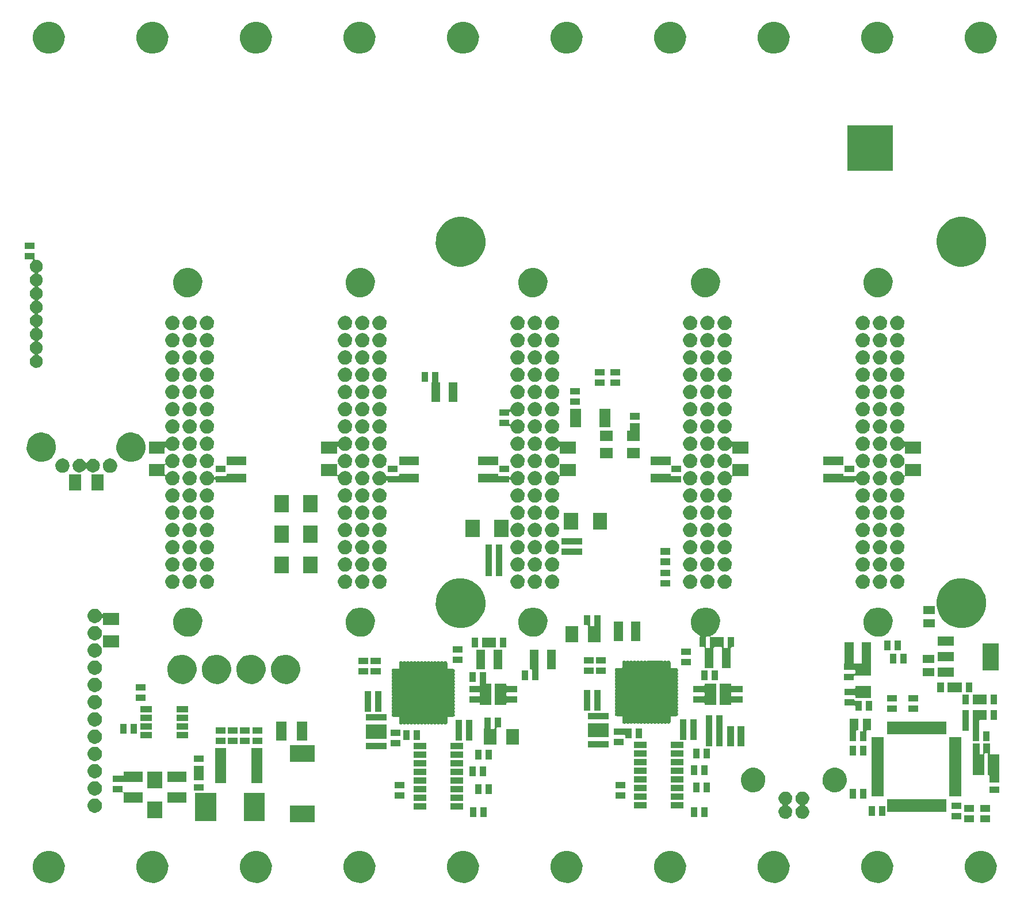
<source format=gbs>
G04 (created by PCBNEW (2013-07-07 BZR 4022)-stable) date 20/12/2013 16:02:37*
%MOIN*%
G04 Gerber Fmt 3.4, Leading zero omitted, Abs format*
%FSLAX34Y34*%
G01*
G70*
G90*
G04 APERTURE LIST*
%ADD10C,0.00590551*%
G04 APERTURE END LIST*
G54D10*
G36*
X60560Y-31518D02*
X59990Y-31518D01*
X59990Y-31148D01*
X60560Y-31148D01*
X60560Y-31518D01*
X60560Y-31518D01*
G37*
G36*
X61024Y-37998D02*
X61023Y-38075D01*
X61005Y-38153D01*
X60978Y-38214D01*
X60932Y-38280D01*
X60884Y-38325D01*
X60815Y-38368D01*
X60754Y-38392D01*
X60674Y-38406D01*
X60608Y-38405D01*
X60529Y-38388D01*
X60469Y-38361D01*
X60402Y-38315D01*
X60357Y-38268D01*
X60313Y-38199D01*
X60289Y-38139D01*
X60274Y-38058D01*
X60275Y-37993D01*
X60292Y-37913D01*
X60317Y-37853D01*
X60364Y-37786D01*
X60410Y-37740D01*
X60479Y-37696D01*
X60503Y-37686D01*
X60521Y-37678D01*
X60534Y-37665D01*
X60542Y-37647D01*
X60542Y-37628D01*
X60534Y-37610D01*
X60521Y-37597D01*
X60469Y-37574D01*
X60402Y-37528D01*
X60357Y-37480D01*
X60313Y-37412D01*
X60289Y-37351D01*
X60274Y-37271D01*
X60275Y-37206D01*
X60292Y-37126D01*
X60317Y-37066D01*
X60364Y-36998D01*
X60410Y-36953D01*
X60479Y-36908D01*
X60503Y-36898D01*
X60521Y-36891D01*
X60534Y-36877D01*
X60542Y-36860D01*
X60542Y-36840D01*
X60534Y-36823D01*
X60521Y-36809D01*
X60469Y-36787D01*
X60402Y-36740D01*
X60357Y-36693D01*
X60313Y-36625D01*
X60289Y-36564D01*
X60274Y-36484D01*
X60275Y-36418D01*
X60292Y-36338D01*
X60317Y-36279D01*
X60364Y-36211D01*
X60410Y-36166D01*
X60479Y-36121D01*
X60503Y-36111D01*
X60521Y-36104D01*
X60534Y-36090D01*
X60542Y-36072D01*
X60542Y-36053D01*
X60534Y-36035D01*
X60521Y-36022D01*
X60469Y-35999D01*
X60402Y-35953D01*
X60357Y-35906D01*
X60313Y-35837D01*
X60289Y-35776D01*
X60274Y-35696D01*
X60275Y-35631D01*
X60292Y-35551D01*
X60317Y-35491D01*
X60364Y-35424D01*
X60410Y-35378D01*
X60479Y-35333D01*
X60503Y-35323D01*
X60521Y-35316D01*
X60534Y-35303D01*
X60542Y-35285D01*
X60542Y-35266D01*
X60534Y-35248D01*
X60521Y-35234D01*
X60469Y-35212D01*
X60402Y-35165D01*
X60357Y-35118D01*
X60313Y-35050D01*
X60289Y-34989D01*
X60274Y-34909D01*
X60275Y-34844D01*
X60292Y-34764D01*
X60317Y-34704D01*
X60364Y-34636D01*
X60410Y-34591D01*
X60479Y-34546D01*
X60503Y-34536D01*
X60521Y-34529D01*
X60534Y-34515D01*
X60542Y-34497D01*
X60542Y-34478D01*
X60534Y-34460D01*
X60521Y-34447D01*
X60469Y-34424D01*
X60402Y-34378D01*
X60357Y-34331D01*
X60313Y-34262D01*
X60289Y-34202D01*
X60274Y-34121D01*
X60275Y-34056D01*
X60292Y-33976D01*
X60317Y-33916D01*
X60364Y-33849D01*
X60410Y-33803D01*
X60479Y-33758D01*
X60503Y-33749D01*
X60521Y-33741D01*
X60534Y-33728D01*
X60542Y-33710D01*
X60542Y-33691D01*
X60534Y-33673D01*
X60521Y-33660D01*
X60469Y-33637D01*
X60402Y-33591D01*
X60357Y-33543D01*
X60313Y-33475D01*
X60289Y-33414D01*
X60274Y-33334D01*
X60275Y-33269D01*
X60292Y-33189D01*
X60317Y-33129D01*
X60364Y-33061D01*
X60410Y-33016D01*
X60479Y-32971D01*
X60503Y-32961D01*
X60521Y-32954D01*
X60534Y-32940D01*
X60542Y-32923D01*
X60542Y-32903D01*
X60534Y-32886D01*
X60521Y-32872D01*
X60469Y-32849D01*
X60402Y-32803D01*
X60357Y-32756D01*
X60313Y-32688D01*
X60289Y-32627D01*
X60274Y-32547D01*
X60275Y-32481D01*
X60292Y-32401D01*
X60317Y-32342D01*
X60364Y-32274D01*
X60410Y-32229D01*
X60442Y-32208D01*
X60456Y-32194D01*
X60463Y-32176D01*
X60463Y-32157D01*
X60456Y-32139D01*
X60442Y-32126D01*
X60425Y-32118D01*
X60405Y-32118D01*
X59990Y-32118D01*
X59990Y-31748D01*
X60560Y-31748D01*
X60560Y-32086D01*
X60560Y-32106D01*
X60567Y-32123D01*
X60581Y-32137D01*
X60599Y-32144D01*
X60618Y-32144D01*
X60619Y-32144D01*
X60684Y-32145D01*
X60765Y-32161D01*
X60824Y-32186D01*
X60893Y-32232D01*
X60938Y-32278D01*
X60984Y-32347D01*
X61008Y-32406D01*
X61024Y-32486D01*
X61023Y-32563D01*
X61005Y-32641D01*
X60978Y-32702D01*
X60932Y-32768D01*
X60884Y-32813D01*
X60815Y-32857D01*
X60795Y-32865D01*
X60777Y-32872D01*
X60764Y-32885D01*
X60756Y-32903D01*
X60756Y-32922D01*
X60764Y-32940D01*
X60777Y-32954D01*
X60824Y-32973D01*
X60893Y-33020D01*
X60938Y-33065D01*
X60984Y-33134D01*
X61008Y-33193D01*
X61024Y-33273D01*
X61023Y-33350D01*
X61005Y-33429D01*
X60978Y-33489D01*
X60932Y-33555D01*
X60884Y-33601D01*
X60815Y-33644D01*
X60795Y-33652D01*
X60777Y-33659D01*
X60764Y-33673D01*
X60756Y-33691D01*
X60756Y-33710D01*
X60764Y-33728D01*
X60777Y-33741D01*
X60824Y-33761D01*
X60893Y-33807D01*
X60938Y-33853D01*
X60984Y-33922D01*
X61008Y-33981D01*
X61024Y-34061D01*
X61023Y-34138D01*
X61005Y-34216D01*
X60978Y-34277D01*
X60932Y-34343D01*
X60884Y-34388D01*
X60815Y-34431D01*
X60795Y-34439D01*
X60777Y-34447D01*
X60764Y-34460D01*
X60756Y-34478D01*
X60756Y-34497D01*
X60764Y-34515D01*
X60777Y-34529D01*
X60824Y-34548D01*
X60893Y-34594D01*
X60938Y-34640D01*
X60984Y-34709D01*
X61008Y-34768D01*
X61024Y-34848D01*
X61023Y-34925D01*
X61005Y-35004D01*
X60978Y-35064D01*
X60932Y-35130D01*
X60884Y-35176D01*
X60815Y-35219D01*
X60795Y-35227D01*
X60777Y-35234D01*
X60764Y-35248D01*
X60756Y-35265D01*
X60756Y-35285D01*
X60764Y-35302D01*
X60777Y-35316D01*
X60824Y-35336D01*
X60893Y-35382D01*
X60938Y-35427D01*
X60984Y-35496D01*
X61008Y-35555D01*
X61024Y-35636D01*
X61023Y-35712D01*
X61005Y-35791D01*
X60978Y-35852D01*
X60932Y-35917D01*
X60884Y-35963D01*
X60815Y-36006D01*
X60795Y-36014D01*
X60777Y-36022D01*
X60764Y-36035D01*
X60756Y-36053D01*
X60756Y-36072D01*
X60764Y-36090D01*
X60777Y-36103D01*
X60824Y-36123D01*
X60893Y-36169D01*
X60938Y-36215D01*
X60984Y-36284D01*
X61008Y-36343D01*
X61024Y-36423D01*
X61023Y-36500D01*
X61005Y-36578D01*
X60978Y-36639D01*
X60932Y-36705D01*
X60884Y-36750D01*
X60815Y-36794D01*
X60795Y-36802D01*
X60777Y-36809D01*
X60764Y-36823D01*
X60756Y-36840D01*
X60756Y-36859D01*
X60764Y-36877D01*
X60777Y-36891D01*
X60824Y-36910D01*
X60893Y-36957D01*
X60938Y-37002D01*
X60984Y-37071D01*
X61008Y-37130D01*
X61024Y-37210D01*
X61023Y-37287D01*
X61005Y-37366D01*
X60978Y-37426D01*
X60932Y-37492D01*
X60884Y-37538D01*
X60815Y-37581D01*
X60795Y-37589D01*
X60777Y-37596D01*
X60764Y-37610D01*
X60756Y-37628D01*
X60756Y-37647D01*
X60764Y-37665D01*
X60777Y-37678D01*
X60824Y-37698D01*
X60893Y-37744D01*
X60938Y-37790D01*
X60984Y-37859D01*
X61008Y-37918D01*
X61024Y-37998D01*
X61024Y-37998D01*
G37*
G36*
X61792Y-42932D02*
X61789Y-43115D01*
X61751Y-43283D01*
X61686Y-43429D01*
X61586Y-43570D01*
X61471Y-43680D01*
X61325Y-43773D01*
X61177Y-43830D01*
X61006Y-43860D01*
X60847Y-43857D01*
X60678Y-43819D01*
X60533Y-43756D01*
X60390Y-43657D01*
X60280Y-43543D01*
X60186Y-43397D01*
X60128Y-43250D01*
X60096Y-43078D01*
X60098Y-42921D01*
X60135Y-42750D01*
X60197Y-42605D01*
X60295Y-42461D01*
X60408Y-42351D01*
X60554Y-42255D01*
X60700Y-42196D01*
X60872Y-42163D01*
X61029Y-42165D01*
X61200Y-42200D01*
X61345Y-42261D01*
X61490Y-42359D01*
X61601Y-42470D01*
X61698Y-42616D01*
X61758Y-42761D01*
X61792Y-42932D01*
X61792Y-42932D01*
G37*
G36*
X62299Y-19184D02*
X62297Y-19384D01*
X62255Y-19568D01*
X62184Y-19727D01*
X62075Y-19882D01*
X61949Y-20002D01*
X61790Y-20103D01*
X61627Y-20166D01*
X61441Y-20199D01*
X61267Y-20195D01*
X61082Y-20154D01*
X60923Y-20085D01*
X60768Y-19977D01*
X60647Y-19852D01*
X60544Y-19693D01*
X60481Y-19531D01*
X60446Y-19345D01*
X60449Y-19172D01*
X60488Y-18986D01*
X60556Y-18827D01*
X60664Y-18670D01*
X60787Y-18549D01*
X60947Y-18445D01*
X61107Y-18380D01*
X61294Y-18344D01*
X61466Y-18346D01*
X61653Y-18384D01*
X61812Y-18451D01*
X61970Y-18557D01*
X62091Y-18680D01*
X62197Y-18839D01*
X62263Y-18998D01*
X62299Y-19184D01*
X62299Y-19184D01*
G37*
G36*
X62299Y-67255D02*
X62297Y-67455D01*
X62255Y-67639D01*
X62184Y-67798D01*
X62075Y-67952D01*
X61949Y-68073D01*
X61790Y-68174D01*
X61627Y-68237D01*
X61441Y-68270D01*
X61267Y-68266D01*
X61082Y-68225D01*
X60923Y-68156D01*
X60768Y-68048D01*
X60647Y-67923D01*
X60544Y-67764D01*
X60481Y-67602D01*
X60446Y-67416D01*
X60449Y-67242D01*
X60488Y-67057D01*
X60556Y-66898D01*
X60664Y-66741D01*
X60787Y-66620D01*
X60947Y-66516D01*
X61107Y-66451D01*
X61294Y-66415D01*
X61466Y-66417D01*
X61653Y-66455D01*
X61812Y-66522D01*
X61970Y-66628D01*
X62091Y-66751D01*
X62197Y-66910D01*
X62263Y-67069D01*
X62299Y-67255D01*
X62299Y-67255D01*
G37*
G36*
X62579Y-44037D02*
X62578Y-44123D01*
X62558Y-44209D01*
X62528Y-44277D01*
X62477Y-44349D01*
X62424Y-44400D01*
X62349Y-44447D01*
X62280Y-44474D01*
X62193Y-44489D01*
X62119Y-44488D01*
X62033Y-44469D01*
X61965Y-44439D01*
X61892Y-44388D01*
X61841Y-44336D01*
X61793Y-44261D01*
X61766Y-44193D01*
X61750Y-44105D01*
X61751Y-44032D01*
X61770Y-43945D01*
X61798Y-43878D01*
X61849Y-43804D01*
X61901Y-43753D01*
X61976Y-43704D01*
X62043Y-43677D01*
X62132Y-43660D01*
X62204Y-43660D01*
X62292Y-43678D01*
X62359Y-43706D01*
X62434Y-43757D01*
X62484Y-43808D01*
X62534Y-43883D01*
X62562Y-43950D01*
X62579Y-44037D01*
X62579Y-44037D01*
G37*
G36*
X63253Y-45519D02*
X62533Y-45519D01*
X62533Y-44599D01*
X63253Y-44599D01*
X63253Y-45519D01*
X63253Y-45519D01*
G37*
G36*
X64331Y-44039D02*
X64330Y-44120D01*
X64311Y-44203D01*
X64283Y-44267D01*
X64234Y-44336D01*
X64183Y-44384D01*
X64112Y-44429D01*
X64047Y-44455D01*
X63963Y-44469D01*
X63893Y-44468D01*
X63810Y-44450D01*
X63747Y-44422D01*
X63677Y-44373D01*
X63629Y-44323D01*
X63583Y-44253D01*
X63570Y-44239D01*
X63552Y-44232D01*
X63533Y-44232D01*
X63515Y-44239D01*
X63501Y-44253D01*
X63495Y-44267D01*
X63446Y-44336D01*
X63396Y-44384D01*
X63324Y-44429D01*
X63259Y-44455D01*
X63176Y-44469D01*
X63106Y-44468D01*
X63023Y-44450D01*
X62959Y-44422D01*
X62889Y-44373D01*
X62841Y-44323D01*
X62795Y-44252D01*
X62770Y-44187D01*
X62754Y-44103D01*
X62755Y-44034D01*
X62773Y-43951D01*
X62800Y-43887D01*
X62849Y-43816D01*
X62898Y-43768D01*
X62970Y-43721D01*
X63033Y-43696D01*
X63118Y-43679D01*
X63186Y-43680D01*
X63271Y-43697D01*
X63333Y-43724D01*
X63405Y-43772D01*
X63453Y-43820D01*
X63501Y-43893D01*
X63502Y-43895D01*
X63516Y-43909D01*
X63533Y-43916D01*
X63553Y-43916D01*
X63570Y-43909D01*
X63584Y-43895D01*
X63587Y-43887D01*
X63636Y-43816D01*
X63685Y-43768D01*
X63757Y-43721D01*
X63820Y-43696D01*
X63905Y-43679D01*
X63973Y-43680D01*
X64058Y-43697D01*
X64121Y-43724D01*
X64193Y-43772D01*
X64240Y-43820D01*
X64288Y-43893D01*
X64314Y-43955D01*
X64331Y-44039D01*
X64331Y-44039D01*
G37*
G36*
X64453Y-54750D02*
X64452Y-54836D01*
X64432Y-54922D01*
X64402Y-54989D01*
X64351Y-55061D01*
X64298Y-55112D01*
X64223Y-55160D01*
X64154Y-55186D01*
X64067Y-55202D01*
X63993Y-55200D01*
X63907Y-55181D01*
X63839Y-55152D01*
X63766Y-55101D01*
X63715Y-55048D01*
X63667Y-54973D01*
X63640Y-54905D01*
X63624Y-54818D01*
X63625Y-54745D01*
X63644Y-54657D01*
X63672Y-54590D01*
X63723Y-54516D01*
X63775Y-54466D01*
X63850Y-54416D01*
X63917Y-54389D01*
X64006Y-54372D01*
X64078Y-54373D01*
X64166Y-54391D01*
X64233Y-54419D01*
X64308Y-54469D01*
X64358Y-54520D01*
X64408Y-54596D01*
X64423Y-54632D01*
X64431Y-54650D01*
X64444Y-54663D01*
X64441Y-54670D01*
X64441Y-54689D01*
X64453Y-54750D01*
X64453Y-54750D01*
G37*
G36*
X64453Y-55750D02*
X64452Y-55836D01*
X64432Y-55922D01*
X64402Y-55989D01*
X64351Y-56061D01*
X64298Y-56112D01*
X64223Y-56160D01*
X64154Y-56186D01*
X64067Y-56202D01*
X63993Y-56200D01*
X63907Y-56181D01*
X63839Y-56152D01*
X63766Y-56101D01*
X63715Y-56048D01*
X63667Y-55973D01*
X63640Y-55905D01*
X63624Y-55818D01*
X63625Y-55745D01*
X63644Y-55657D01*
X63672Y-55590D01*
X63723Y-55516D01*
X63775Y-55466D01*
X63850Y-55416D01*
X63917Y-55389D01*
X64006Y-55372D01*
X64078Y-55373D01*
X64166Y-55391D01*
X64233Y-55419D01*
X64308Y-55469D01*
X64358Y-55520D01*
X64408Y-55596D01*
X64436Y-55662D01*
X64453Y-55750D01*
X64453Y-55750D01*
G37*
G36*
X64453Y-56750D02*
X64452Y-56836D01*
X64432Y-56922D01*
X64402Y-56989D01*
X64351Y-57061D01*
X64298Y-57112D01*
X64223Y-57160D01*
X64154Y-57186D01*
X64067Y-57202D01*
X63993Y-57200D01*
X63907Y-57181D01*
X63839Y-57152D01*
X63766Y-57101D01*
X63715Y-57048D01*
X63667Y-56973D01*
X63640Y-56905D01*
X63624Y-56818D01*
X63625Y-56745D01*
X63644Y-56657D01*
X63672Y-56590D01*
X63723Y-56516D01*
X63775Y-56466D01*
X63850Y-56416D01*
X63917Y-56389D01*
X64006Y-56372D01*
X64078Y-56373D01*
X64166Y-56391D01*
X64233Y-56419D01*
X64308Y-56469D01*
X64358Y-56520D01*
X64408Y-56596D01*
X64436Y-56662D01*
X64453Y-56750D01*
X64453Y-56750D01*
G37*
G36*
X64453Y-57750D02*
X64452Y-57836D01*
X64432Y-57922D01*
X64402Y-57989D01*
X64351Y-58061D01*
X64298Y-58112D01*
X64223Y-58160D01*
X64154Y-58186D01*
X64067Y-58202D01*
X63993Y-58200D01*
X63907Y-58181D01*
X63839Y-58152D01*
X63766Y-58101D01*
X63715Y-58048D01*
X63667Y-57973D01*
X63640Y-57905D01*
X63624Y-57818D01*
X63625Y-57745D01*
X63644Y-57657D01*
X63672Y-57590D01*
X63723Y-57516D01*
X63775Y-57466D01*
X63850Y-57416D01*
X63917Y-57389D01*
X64006Y-57372D01*
X64078Y-57373D01*
X64166Y-57391D01*
X64233Y-57419D01*
X64308Y-57469D01*
X64358Y-57520D01*
X64408Y-57596D01*
X64436Y-57662D01*
X64453Y-57750D01*
X64453Y-57750D01*
G37*
G36*
X64453Y-58750D02*
X64452Y-58836D01*
X64432Y-58922D01*
X64402Y-58989D01*
X64351Y-59061D01*
X64298Y-59112D01*
X64223Y-59160D01*
X64154Y-59186D01*
X64067Y-59202D01*
X63993Y-59200D01*
X63907Y-59181D01*
X63839Y-59152D01*
X63766Y-59101D01*
X63715Y-59048D01*
X63667Y-58973D01*
X63640Y-58905D01*
X63624Y-58818D01*
X63625Y-58745D01*
X63644Y-58657D01*
X63672Y-58590D01*
X63723Y-58516D01*
X63775Y-58466D01*
X63850Y-58416D01*
X63917Y-58389D01*
X64006Y-58372D01*
X64078Y-58373D01*
X64166Y-58391D01*
X64233Y-58419D01*
X64308Y-58469D01*
X64358Y-58520D01*
X64408Y-58596D01*
X64436Y-58662D01*
X64453Y-58750D01*
X64453Y-58750D01*
G37*
G36*
X64453Y-59750D02*
X64452Y-59836D01*
X64432Y-59922D01*
X64402Y-59989D01*
X64351Y-60061D01*
X64298Y-60112D01*
X64223Y-60160D01*
X64154Y-60186D01*
X64067Y-60202D01*
X63993Y-60200D01*
X63907Y-60181D01*
X63839Y-60152D01*
X63766Y-60101D01*
X63715Y-60048D01*
X63667Y-59973D01*
X63640Y-59905D01*
X63624Y-59818D01*
X63625Y-59745D01*
X63644Y-59657D01*
X63672Y-59590D01*
X63723Y-59516D01*
X63775Y-59466D01*
X63850Y-59416D01*
X63917Y-59389D01*
X64006Y-59372D01*
X64078Y-59373D01*
X64166Y-59391D01*
X64233Y-59419D01*
X64308Y-59469D01*
X64358Y-59520D01*
X64408Y-59596D01*
X64436Y-59662D01*
X64453Y-59750D01*
X64453Y-59750D01*
G37*
G36*
X64453Y-60750D02*
X64452Y-60836D01*
X64432Y-60922D01*
X64402Y-60989D01*
X64351Y-61061D01*
X64298Y-61112D01*
X64223Y-61160D01*
X64154Y-61186D01*
X64067Y-61202D01*
X63993Y-61200D01*
X63907Y-61181D01*
X63839Y-61152D01*
X63766Y-61101D01*
X63715Y-61048D01*
X63667Y-60973D01*
X63640Y-60905D01*
X63624Y-60818D01*
X63625Y-60745D01*
X63644Y-60657D01*
X63672Y-60590D01*
X63723Y-60516D01*
X63775Y-60466D01*
X63850Y-60416D01*
X63917Y-60389D01*
X64006Y-60372D01*
X64078Y-60373D01*
X64166Y-60391D01*
X64233Y-60419D01*
X64308Y-60469D01*
X64358Y-60520D01*
X64408Y-60596D01*
X64436Y-60662D01*
X64453Y-60750D01*
X64453Y-60750D01*
G37*
G36*
X64453Y-61750D02*
X64452Y-61836D01*
X64432Y-61922D01*
X64402Y-61989D01*
X64351Y-62061D01*
X64298Y-62112D01*
X64223Y-62160D01*
X64154Y-62186D01*
X64067Y-62202D01*
X63993Y-62200D01*
X63907Y-62181D01*
X63839Y-62152D01*
X63766Y-62101D01*
X63715Y-62048D01*
X63667Y-61973D01*
X63640Y-61905D01*
X63624Y-61818D01*
X63625Y-61745D01*
X63644Y-61657D01*
X63672Y-61590D01*
X63723Y-61516D01*
X63775Y-61466D01*
X63850Y-61416D01*
X63917Y-61389D01*
X64006Y-61372D01*
X64078Y-61373D01*
X64166Y-61391D01*
X64233Y-61419D01*
X64308Y-61469D01*
X64358Y-61520D01*
X64408Y-61596D01*
X64436Y-61662D01*
X64453Y-61750D01*
X64453Y-61750D01*
G37*
G36*
X64453Y-62750D02*
X64452Y-62836D01*
X64432Y-62922D01*
X64402Y-62989D01*
X64351Y-63061D01*
X64298Y-63112D01*
X64223Y-63160D01*
X64154Y-63186D01*
X64067Y-63202D01*
X63993Y-63200D01*
X63907Y-63181D01*
X63839Y-63152D01*
X63766Y-63101D01*
X63715Y-63048D01*
X63667Y-62973D01*
X63640Y-62905D01*
X63624Y-62818D01*
X63625Y-62745D01*
X63644Y-62657D01*
X63672Y-62590D01*
X63723Y-62516D01*
X63775Y-62466D01*
X63850Y-62416D01*
X63917Y-62389D01*
X64006Y-62372D01*
X64078Y-62373D01*
X64166Y-62391D01*
X64233Y-62419D01*
X64308Y-62469D01*
X64358Y-62520D01*
X64408Y-62596D01*
X64436Y-62662D01*
X64453Y-62750D01*
X64453Y-62750D01*
G37*
G36*
X64453Y-63750D02*
X64452Y-63836D01*
X64432Y-63922D01*
X64402Y-63989D01*
X64351Y-64061D01*
X64298Y-64112D01*
X64223Y-64160D01*
X64154Y-64186D01*
X64067Y-64202D01*
X63993Y-64200D01*
X63907Y-64181D01*
X63839Y-64152D01*
X63766Y-64101D01*
X63715Y-64048D01*
X63667Y-63973D01*
X63640Y-63905D01*
X63624Y-63818D01*
X63625Y-63745D01*
X63644Y-63657D01*
X63672Y-63590D01*
X63723Y-63516D01*
X63775Y-63466D01*
X63850Y-63416D01*
X63917Y-63389D01*
X64006Y-63372D01*
X64078Y-63373D01*
X64166Y-63391D01*
X64233Y-63419D01*
X64308Y-63469D01*
X64358Y-63520D01*
X64408Y-63596D01*
X64436Y-63662D01*
X64453Y-63750D01*
X64453Y-63750D01*
G37*
G36*
X64469Y-53904D02*
X64462Y-53904D01*
X64444Y-53912D01*
X64431Y-53925D01*
X64402Y-53989D01*
X64351Y-54061D01*
X64298Y-54112D01*
X64223Y-54160D01*
X64154Y-54186D01*
X64067Y-54202D01*
X63993Y-54200D01*
X63907Y-54181D01*
X63839Y-54152D01*
X63766Y-54101D01*
X63715Y-54048D01*
X63667Y-53973D01*
X63640Y-53905D01*
X63624Y-53818D01*
X63625Y-53745D01*
X63644Y-53657D01*
X63672Y-53590D01*
X63723Y-53516D01*
X63775Y-53466D01*
X63850Y-53416D01*
X63917Y-53389D01*
X64006Y-53372D01*
X64078Y-53373D01*
X64166Y-53391D01*
X64233Y-53419D01*
X64308Y-53469D01*
X64358Y-53520D01*
X64408Y-53596D01*
X64436Y-53662D01*
X64453Y-53750D01*
X64452Y-53836D01*
X64448Y-53854D01*
X64448Y-53873D01*
X64455Y-53891D01*
X64469Y-53904D01*
X64469Y-53904D01*
X64469Y-53904D01*
G37*
G36*
X64553Y-45519D02*
X63833Y-45519D01*
X63833Y-44599D01*
X64553Y-44599D01*
X64553Y-45519D01*
X64553Y-45519D01*
G37*
G36*
X65335Y-44037D02*
X65334Y-44123D01*
X65314Y-44209D01*
X65284Y-44277D01*
X65233Y-44349D01*
X65180Y-44400D01*
X65105Y-44447D01*
X65036Y-44474D01*
X64949Y-44489D01*
X64875Y-44488D01*
X64789Y-44469D01*
X64721Y-44439D01*
X64648Y-44388D01*
X64597Y-44336D01*
X64549Y-44261D01*
X64522Y-44193D01*
X64506Y-44105D01*
X64507Y-44032D01*
X64526Y-43945D01*
X64554Y-43878D01*
X64605Y-43804D01*
X64657Y-43753D01*
X64732Y-43704D01*
X64799Y-43677D01*
X64888Y-43660D01*
X64960Y-43660D01*
X65048Y-43678D01*
X65115Y-43706D01*
X65189Y-43757D01*
X65240Y-43808D01*
X65290Y-43883D01*
X65317Y-43950D01*
X65335Y-44037D01*
X65335Y-44037D01*
G37*
G36*
X65440Y-53332D02*
X64520Y-53332D01*
X64520Y-52962D01*
X64520Y-52943D01*
X64512Y-52925D01*
X64499Y-52912D01*
X64481Y-52904D01*
X64462Y-52904D01*
X64444Y-52912D01*
X64431Y-52925D01*
X64402Y-52989D01*
X64351Y-53061D01*
X64298Y-53112D01*
X64223Y-53160D01*
X64154Y-53186D01*
X64067Y-53202D01*
X63993Y-53200D01*
X63907Y-53181D01*
X63839Y-53152D01*
X63766Y-53101D01*
X63715Y-53048D01*
X63667Y-52973D01*
X63640Y-52905D01*
X63624Y-52818D01*
X63625Y-52745D01*
X63644Y-52657D01*
X63672Y-52590D01*
X63723Y-52516D01*
X63775Y-52466D01*
X63850Y-52416D01*
X63917Y-52389D01*
X64006Y-52372D01*
X64078Y-52373D01*
X64166Y-52391D01*
X64233Y-52419D01*
X64308Y-52469D01*
X64358Y-52520D01*
X64408Y-52596D01*
X64423Y-52632D01*
X64431Y-52650D01*
X64444Y-52664D01*
X64462Y-52671D01*
X64481Y-52671D01*
X64499Y-52664D01*
X64512Y-52650D01*
X64520Y-52632D01*
X64520Y-52613D01*
X64520Y-52612D01*
X65440Y-52612D01*
X65440Y-53332D01*
X65440Y-53332D01*
G37*
G36*
X65440Y-54632D02*
X64520Y-54632D01*
X64520Y-54613D01*
X64520Y-53962D01*
X64520Y-53943D01*
X64512Y-53925D01*
X64499Y-53912D01*
X64499Y-53912D01*
X64506Y-53912D01*
X65440Y-53912D01*
X65440Y-54632D01*
X65440Y-54632D01*
G37*
G36*
X65869Y-59615D02*
X65499Y-59615D01*
X65499Y-59045D01*
X65869Y-59045D01*
X65869Y-59615D01*
X65869Y-59615D01*
G37*
G36*
X66469Y-59615D02*
X66099Y-59615D01*
X66099Y-59045D01*
X66469Y-59045D01*
X66469Y-59615D01*
X66469Y-59615D01*
G37*
G36*
X66819Y-62426D02*
X65666Y-62426D01*
X65661Y-62424D01*
X65641Y-62424D01*
X65089Y-62424D01*
X65089Y-62054D01*
X65641Y-62054D01*
X65661Y-62054D01*
X65678Y-62047D01*
X65692Y-62033D01*
X65699Y-62015D01*
X65699Y-61996D01*
X65699Y-61806D01*
X66819Y-61806D01*
X66819Y-62426D01*
X66819Y-62426D01*
G37*
G36*
X66819Y-63626D02*
X65699Y-63626D01*
X65699Y-63082D01*
X65699Y-63063D01*
X65692Y-63045D01*
X65678Y-63031D01*
X65661Y-63024D01*
X65641Y-63024D01*
X65089Y-63024D01*
X65089Y-62654D01*
X65659Y-62654D01*
X65659Y-62948D01*
X65659Y-62967D01*
X65666Y-62985D01*
X65679Y-62999D01*
X65697Y-63006D01*
X65716Y-63006D01*
X66819Y-63006D01*
X66819Y-63626D01*
X66819Y-63626D01*
G37*
G36*
X66988Y-42932D02*
X66986Y-43115D01*
X66948Y-43283D01*
X66883Y-43429D01*
X66783Y-43570D01*
X66668Y-43680D01*
X66522Y-43773D01*
X66374Y-43830D01*
X66203Y-43860D01*
X66044Y-43857D01*
X65875Y-43819D01*
X65729Y-43756D01*
X65587Y-43657D01*
X65477Y-43543D01*
X65383Y-43397D01*
X65324Y-43250D01*
X65293Y-43078D01*
X65295Y-42921D01*
X65331Y-42750D01*
X65393Y-42605D01*
X65492Y-42461D01*
X65605Y-42351D01*
X65751Y-42255D01*
X65897Y-42196D01*
X66069Y-42163D01*
X66226Y-42165D01*
X66397Y-42200D01*
X66542Y-42261D01*
X66687Y-42359D01*
X66798Y-42470D01*
X66895Y-42616D01*
X66955Y-42761D01*
X66988Y-42932D01*
X66988Y-42932D01*
G37*
G36*
X66997Y-57129D02*
X66427Y-57129D01*
X66427Y-56759D01*
X66997Y-56759D01*
X66997Y-57129D01*
X66997Y-57129D01*
G37*
G36*
X66997Y-57729D02*
X66427Y-57729D01*
X66427Y-57359D01*
X66997Y-57359D01*
X66997Y-57729D01*
X66997Y-57729D01*
G37*
G36*
X67336Y-58384D02*
X66665Y-58384D01*
X66665Y-58028D01*
X67336Y-58028D01*
X67336Y-58384D01*
X67336Y-58384D01*
G37*
G36*
X67336Y-58884D02*
X66665Y-58884D01*
X66665Y-58528D01*
X67336Y-58528D01*
X67336Y-58884D01*
X67336Y-58884D01*
G37*
G36*
X67336Y-59384D02*
X66665Y-59384D01*
X66665Y-59028D01*
X67336Y-59028D01*
X67336Y-59384D01*
X67336Y-59384D01*
G37*
G36*
X67336Y-59884D02*
X66665Y-59884D01*
X66665Y-59528D01*
X67336Y-59528D01*
X67336Y-59884D01*
X67336Y-59884D01*
G37*
G36*
X67954Y-62794D02*
X67084Y-62794D01*
X67084Y-61824D01*
X67954Y-61824D01*
X67954Y-62794D01*
X67954Y-62794D01*
G37*
G36*
X67954Y-64514D02*
X67084Y-64514D01*
X67084Y-63544D01*
X67954Y-63544D01*
X67954Y-64514D01*
X67954Y-64514D01*
G37*
G36*
X68299Y-19184D02*
X68297Y-19384D01*
X68255Y-19568D01*
X68184Y-19727D01*
X68075Y-19882D01*
X67949Y-20002D01*
X67790Y-20103D01*
X67627Y-20166D01*
X67441Y-20199D01*
X67267Y-20195D01*
X67082Y-20154D01*
X66923Y-20085D01*
X66768Y-19977D01*
X66647Y-19852D01*
X66544Y-19693D01*
X66481Y-19531D01*
X66446Y-19345D01*
X66449Y-19172D01*
X66488Y-18986D01*
X66556Y-18827D01*
X66664Y-18670D01*
X66787Y-18549D01*
X66947Y-18445D01*
X67107Y-18380D01*
X67294Y-18344D01*
X67466Y-18346D01*
X67653Y-18384D01*
X67812Y-18451D01*
X67970Y-18557D01*
X68091Y-18680D01*
X68197Y-18839D01*
X68263Y-18998D01*
X68299Y-19184D01*
X68299Y-19184D01*
G37*
G36*
X68299Y-67255D02*
X68297Y-67455D01*
X68255Y-67639D01*
X68184Y-67798D01*
X68075Y-67952D01*
X67949Y-68073D01*
X67790Y-68174D01*
X67627Y-68237D01*
X67441Y-68270D01*
X67267Y-68266D01*
X67082Y-68225D01*
X66923Y-68156D01*
X66768Y-68048D01*
X66647Y-67923D01*
X66544Y-67764D01*
X66481Y-67602D01*
X66446Y-67416D01*
X66449Y-67242D01*
X66488Y-67057D01*
X66556Y-66898D01*
X66664Y-66741D01*
X66787Y-66620D01*
X66947Y-66516D01*
X67107Y-66451D01*
X67294Y-66415D01*
X67466Y-66417D01*
X67653Y-66455D01*
X67812Y-66522D01*
X67970Y-66628D01*
X68091Y-66751D01*
X68197Y-66910D01*
X68263Y-67069D01*
X68299Y-67255D01*
X68299Y-67255D01*
G37*
G36*
X68951Y-35770D02*
X68950Y-35855D01*
X68930Y-35941D01*
X68900Y-36009D01*
X68849Y-36081D01*
X68796Y-36132D01*
X68721Y-36179D01*
X68652Y-36206D01*
X68565Y-36221D01*
X68491Y-36220D01*
X68405Y-36201D01*
X68337Y-36171D01*
X68264Y-36121D01*
X68214Y-36068D01*
X68165Y-35993D01*
X68138Y-35925D01*
X68122Y-35837D01*
X68123Y-35764D01*
X68142Y-35677D01*
X68170Y-35610D01*
X68221Y-35536D01*
X68273Y-35485D01*
X68348Y-35436D01*
X68415Y-35409D01*
X68504Y-35392D01*
X68576Y-35393D01*
X68664Y-35411D01*
X68731Y-35439D01*
X68806Y-35489D01*
X68856Y-35540D01*
X68906Y-35616D01*
X68934Y-35682D01*
X68951Y-35770D01*
X68951Y-35770D01*
G37*
G36*
X68951Y-36770D02*
X68950Y-36855D01*
X68930Y-36941D01*
X68900Y-37009D01*
X68849Y-37081D01*
X68796Y-37132D01*
X68721Y-37179D01*
X68652Y-37206D01*
X68565Y-37221D01*
X68491Y-37220D01*
X68405Y-37201D01*
X68337Y-37171D01*
X68264Y-37121D01*
X68214Y-37068D01*
X68165Y-36993D01*
X68138Y-36925D01*
X68122Y-36837D01*
X68123Y-36764D01*
X68142Y-36677D01*
X68170Y-36610D01*
X68221Y-36536D01*
X68273Y-36485D01*
X68348Y-36436D01*
X68415Y-36409D01*
X68504Y-36392D01*
X68576Y-36393D01*
X68664Y-36411D01*
X68731Y-36439D01*
X68806Y-36489D01*
X68856Y-36540D01*
X68906Y-36616D01*
X68934Y-36682D01*
X68951Y-36770D01*
X68951Y-36770D01*
G37*
G36*
X68951Y-37770D02*
X68950Y-37855D01*
X68930Y-37941D01*
X68900Y-38009D01*
X68849Y-38081D01*
X68796Y-38132D01*
X68721Y-38179D01*
X68652Y-38206D01*
X68565Y-38221D01*
X68491Y-38220D01*
X68405Y-38201D01*
X68337Y-38171D01*
X68264Y-38121D01*
X68214Y-38068D01*
X68165Y-37993D01*
X68138Y-37925D01*
X68122Y-37837D01*
X68123Y-37764D01*
X68142Y-37677D01*
X68170Y-37610D01*
X68221Y-37536D01*
X68273Y-37485D01*
X68348Y-37436D01*
X68415Y-37409D01*
X68504Y-37392D01*
X68576Y-37393D01*
X68664Y-37411D01*
X68731Y-37439D01*
X68806Y-37489D01*
X68856Y-37540D01*
X68906Y-37616D01*
X68934Y-37682D01*
X68951Y-37770D01*
X68951Y-37770D01*
G37*
G36*
X68951Y-38770D02*
X68950Y-38855D01*
X68930Y-38941D01*
X68900Y-39009D01*
X68849Y-39081D01*
X68796Y-39132D01*
X68721Y-39179D01*
X68652Y-39206D01*
X68565Y-39221D01*
X68491Y-39220D01*
X68405Y-39201D01*
X68337Y-39171D01*
X68264Y-39121D01*
X68214Y-39068D01*
X68165Y-38993D01*
X68138Y-38925D01*
X68122Y-38837D01*
X68123Y-38764D01*
X68142Y-38677D01*
X68170Y-38610D01*
X68221Y-38536D01*
X68273Y-38485D01*
X68348Y-38436D01*
X68415Y-38409D01*
X68504Y-38392D01*
X68576Y-38393D01*
X68664Y-38411D01*
X68731Y-38439D01*
X68806Y-38489D01*
X68856Y-38540D01*
X68906Y-38616D01*
X68934Y-38682D01*
X68951Y-38770D01*
X68951Y-38770D01*
G37*
G36*
X68951Y-39770D02*
X68950Y-39855D01*
X68930Y-39941D01*
X68900Y-40009D01*
X68849Y-40081D01*
X68796Y-40132D01*
X68721Y-40179D01*
X68652Y-40206D01*
X68565Y-40221D01*
X68491Y-40220D01*
X68405Y-40201D01*
X68337Y-40171D01*
X68264Y-40121D01*
X68214Y-40068D01*
X68165Y-39993D01*
X68138Y-39925D01*
X68122Y-39837D01*
X68123Y-39764D01*
X68142Y-39677D01*
X68170Y-39610D01*
X68221Y-39536D01*
X68273Y-39485D01*
X68348Y-39436D01*
X68415Y-39409D01*
X68504Y-39392D01*
X68576Y-39393D01*
X68664Y-39411D01*
X68731Y-39439D01*
X68806Y-39489D01*
X68856Y-39540D01*
X68906Y-39616D01*
X68934Y-39682D01*
X68951Y-39770D01*
X68951Y-39770D01*
G37*
G36*
X68951Y-40770D02*
X68950Y-40855D01*
X68930Y-40941D01*
X68900Y-41009D01*
X68849Y-41081D01*
X68796Y-41132D01*
X68721Y-41179D01*
X68652Y-41206D01*
X68565Y-41221D01*
X68491Y-41220D01*
X68405Y-41201D01*
X68337Y-41171D01*
X68264Y-41121D01*
X68214Y-41068D01*
X68165Y-40993D01*
X68138Y-40925D01*
X68122Y-40837D01*
X68123Y-40764D01*
X68142Y-40677D01*
X68170Y-40610D01*
X68221Y-40536D01*
X68273Y-40485D01*
X68348Y-40436D01*
X68415Y-40409D01*
X68504Y-40392D01*
X68576Y-40393D01*
X68664Y-40411D01*
X68731Y-40439D01*
X68806Y-40489D01*
X68856Y-40540D01*
X68906Y-40616D01*
X68934Y-40682D01*
X68951Y-40770D01*
X68951Y-40770D01*
G37*
G36*
X68951Y-41770D02*
X68950Y-41855D01*
X68930Y-41941D01*
X68900Y-42009D01*
X68849Y-42081D01*
X68796Y-42132D01*
X68721Y-42179D01*
X68652Y-42206D01*
X68565Y-42221D01*
X68491Y-42220D01*
X68405Y-42201D01*
X68337Y-42171D01*
X68264Y-42121D01*
X68214Y-42068D01*
X68165Y-41993D01*
X68138Y-41925D01*
X68122Y-41837D01*
X68123Y-41764D01*
X68142Y-41677D01*
X68170Y-41610D01*
X68221Y-41536D01*
X68273Y-41485D01*
X68348Y-41436D01*
X68415Y-41409D01*
X68504Y-41392D01*
X68576Y-41393D01*
X68664Y-41411D01*
X68731Y-41439D01*
X68806Y-41489D01*
X68856Y-41540D01*
X68906Y-41616D01*
X68934Y-41682D01*
X68951Y-41770D01*
X68951Y-41770D01*
G37*
G36*
X68951Y-42770D02*
X68950Y-42855D01*
X68930Y-42941D01*
X68900Y-43009D01*
X68849Y-43081D01*
X68796Y-43132D01*
X68721Y-43179D01*
X68652Y-43206D01*
X68565Y-43221D01*
X68491Y-43220D01*
X68405Y-43201D01*
X68337Y-43171D01*
X68264Y-43121D01*
X68214Y-43068D01*
X68186Y-43026D01*
X68173Y-43012D01*
X68155Y-43005D01*
X68136Y-43005D01*
X68118Y-43012D01*
X68105Y-43026D01*
X68097Y-43044D01*
X68097Y-43063D01*
X68097Y-43391D01*
X67177Y-43391D01*
X67177Y-42671D01*
X68103Y-42671D01*
X68122Y-42671D01*
X68140Y-42663D01*
X68153Y-42650D01*
X68170Y-42610D01*
X68221Y-42536D01*
X68273Y-42485D01*
X68348Y-42436D01*
X68415Y-42409D01*
X68504Y-42392D01*
X68576Y-42393D01*
X68664Y-42411D01*
X68731Y-42439D01*
X68806Y-42489D01*
X68856Y-42540D01*
X68906Y-42616D01*
X68934Y-42682D01*
X68951Y-42770D01*
X68951Y-42770D01*
G37*
G36*
X68951Y-44770D02*
X68950Y-44855D01*
X68930Y-44941D01*
X68900Y-45009D01*
X68849Y-45081D01*
X68796Y-45132D01*
X68721Y-45179D01*
X68652Y-45206D01*
X68565Y-45221D01*
X68491Y-45220D01*
X68405Y-45201D01*
X68337Y-45171D01*
X68264Y-45121D01*
X68214Y-45068D01*
X68165Y-44993D01*
X68138Y-44925D01*
X68122Y-44837D01*
X68123Y-44764D01*
X68127Y-44748D01*
X68127Y-44729D01*
X68119Y-44712D01*
X68106Y-44698D01*
X68088Y-44691D01*
X68069Y-44691D01*
X67177Y-44691D01*
X67177Y-43971D01*
X68078Y-43971D01*
X68097Y-43971D01*
X68115Y-43963D01*
X68129Y-43950D01*
X68136Y-43932D01*
X68136Y-43913D01*
X68122Y-43837D01*
X68123Y-43764D01*
X68142Y-43677D01*
X68170Y-43610D01*
X68221Y-43536D01*
X68273Y-43485D01*
X68348Y-43436D01*
X68415Y-43409D01*
X68504Y-43392D01*
X68576Y-43393D01*
X68664Y-43411D01*
X68731Y-43439D01*
X68806Y-43489D01*
X68856Y-43540D01*
X68906Y-43616D01*
X68934Y-43682D01*
X68951Y-43770D01*
X68950Y-43855D01*
X68930Y-43941D01*
X68900Y-44009D01*
X68849Y-44081D01*
X68796Y-44132D01*
X68721Y-44179D01*
X68652Y-44206D01*
X68565Y-44221D01*
X68491Y-44220D01*
X68405Y-44201D01*
X68337Y-44171D01*
X68264Y-44121D01*
X68214Y-44068D01*
X68186Y-44026D01*
X68173Y-44012D01*
X68155Y-44005D01*
X68136Y-44005D01*
X68118Y-44012D01*
X68105Y-44026D01*
X68097Y-44044D01*
X68097Y-44063D01*
X68097Y-44550D01*
X68097Y-44569D01*
X68105Y-44587D01*
X68118Y-44600D01*
X68136Y-44608D01*
X68155Y-44608D01*
X68173Y-44600D01*
X68186Y-44587D01*
X68221Y-44536D01*
X68273Y-44485D01*
X68348Y-44436D01*
X68415Y-44409D01*
X68504Y-44392D01*
X68576Y-44393D01*
X68664Y-44411D01*
X68731Y-44439D01*
X68806Y-44489D01*
X68856Y-44540D01*
X68906Y-44616D01*
X68934Y-44682D01*
X68951Y-44770D01*
X68951Y-44770D01*
G37*
G36*
X68951Y-45770D02*
X68950Y-45855D01*
X68930Y-45941D01*
X68900Y-46009D01*
X68849Y-46081D01*
X68796Y-46132D01*
X68721Y-46179D01*
X68652Y-46206D01*
X68565Y-46221D01*
X68491Y-46220D01*
X68405Y-46201D01*
X68337Y-46171D01*
X68264Y-46121D01*
X68214Y-46068D01*
X68165Y-45993D01*
X68138Y-45925D01*
X68122Y-45837D01*
X68123Y-45764D01*
X68142Y-45677D01*
X68170Y-45610D01*
X68221Y-45536D01*
X68273Y-45485D01*
X68348Y-45436D01*
X68415Y-45409D01*
X68504Y-45392D01*
X68576Y-45393D01*
X68664Y-45411D01*
X68731Y-45439D01*
X68806Y-45489D01*
X68856Y-45540D01*
X68906Y-45616D01*
X68934Y-45682D01*
X68951Y-45770D01*
X68951Y-45770D01*
G37*
G36*
X68951Y-46770D02*
X68950Y-46855D01*
X68930Y-46941D01*
X68900Y-47009D01*
X68849Y-47081D01*
X68796Y-47132D01*
X68721Y-47179D01*
X68652Y-47206D01*
X68565Y-47221D01*
X68491Y-47220D01*
X68405Y-47201D01*
X68337Y-47171D01*
X68264Y-47121D01*
X68214Y-47068D01*
X68165Y-46993D01*
X68138Y-46925D01*
X68122Y-46837D01*
X68123Y-46764D01*
X68142Y-46677D01*
X68170Y-46610D01*
X68221Y-46536D01*
X68273Y-46485D01*
X68348Y-46436D01*
X68415Y-46409D01*
X68504Y-46392D01*
X68576Y-46393D01*
X68664Y-46411D01*
X68731Y-46439D01*
X68806Y-46489D01*
X68856Y-46540D01*
X68906Y-46616D01*
X68934Y-46682D01*
X68951Y-46770D01*
X68951Y-46770D01*
G37*
G36*
X68951Y-47770D02*
X68950Y-47855D01*
X68930Y-47941D01*
X68900Y-48009D01*
X68849Y-48081D01*
X68796Y-48132D01*
X68721Y-48179D01*
X68652Y-48206D01*
X68565Y-48221D01*
X68491Y-48220D01*
X68405Y-48201D01*
X68337Y-48171D01*
X68264Y-48121D01*
X68214Y-48068D01*
X68165Y-47993D01*
X68138Y-47925D01*
X68122Y-47837D01*
X68123Y-47764D01*
X68142Y-47677D01*
X68170Y-47610D01*
X68221Y-47536D01*
X68273Y-47485D01*
X68348Y-47436D01*
X68415Y-47409D01*
X68504Y-47392D01*
X68576Y-47393D01*
X68664Y-47411D01*
X68731Y-47439D01*
X68806Y-47489D01*
X68856Y-47540D01*
X68906Y-47616D01*
X68934Y-47682D01*
X68951Y-47770D01*
X68951Y-47770D01*
G37*
G36*
X68951Y-48770D02*
X68950Y-48855D01*
X68930Y-48941D01*
X68900Y-49009D01*
X68849Y-49081D01*
X68796Y-49132D01*
X68721Y-49179D01*
X68652Y-49206D01*
X68565Y-49221D01*
X68491Y-49220D01*
X68405Y-49201D01*
X68337Y-49171D01*
X68264Y-49121D01*
X68214Y-49068D01*
X68165Y-48993D01*
X68138Y-48925D01*
X68122Y-48837D01*
X68123Y-48764D01*
X68142Y-48677D01*
X68170Y-48610D01*
X68221Y-48536D01*
X68273Y-48485D01*
X68348Y-48436D01*
X68415Y-48409D01*
X68504Y-48392D01*
X68576Y-48393D01*
X68664Y-48411D01*
X68731Y-48439D01*
X68806Y-48489D01*
X68856Y-48540D01*
X68906Y-48616D01*
X68934Y-48682D01*
X68951Y-48770D01*
X68951Y-48770D01*
G37*
G36*
X68951Y-49770D02*
X68950Y-49855D01*
X68930Y-49941D01*
X68900Y-50009D01*
X68849Y-50081D01*
X68796Y-50132D01*
X68721Y-50179D01*
X68652Y-50206D01*
X68565Y-50221D01*
X68491Y-50220D01*
X68405Y-50201D01*
X68337Y-50171D01*
X68264Y-50121D01*
X68214Y-50068D01*
X68165Y-49993D01*
X68138Y-49925D01*
X68122Y-49837D01*
X68123Y-49764D01*
X68142Y-49677D01*
X68170Y-49610D01*
X68221Y-49536D01*
X68273Y-49485D01*
X68348Y-49436D01*
X68415Y-49409D01*
X68504Y-49392D01*
X68576Y-49393D01*
X68664Y-49411D01*
X68731Y-49439D01*
X68806Y-49489D01*
X68856Y-49540D01*
X68906Y-49616D01*
X68934Y-49682D01*
X68951Y-49770D01*
X68951Y-49770D01*
G37*
G36*
X68951Y-50770D02*
X68950Y-50855D01*
X68930Y-50941D01*
X68900Y-51009D01*
X68849Y-51081D01*
X68796Y-51132D01*
X68721Y-51179D01*
X68652Y-51206D01*
X68565Y-51221D01*
X68491Y-51220D01*
X68405Y-51201D01*
X68337Y-51171D01*
X68264Y-51121D01*
X68214Y-51068D01*
X68165Y-50993D01*
X68138Y-50925D01*
X68122Y-50837D01*
X68123Y-50764D01*
X68142Y-50677D01*
X68170Y-50610D01*
X68221Y-50536D01*
X68273Y-50485D01*
X68348Y-50436D01*
X68415Y-50409D01*
X68504Y-50392D01*
X68576Y-50393D01*
X68664Y-50411D01*
X68731Y-50439D01*
X68806Y-50489D01*
X68856Y-50540D01*
X68906Y-50616D01*
X68934Y-50682D01*
X68951Y-50770D01*
X68951Y-50770D01*
G37*
G36*
X69359Y-62426D02*
X68239Y-62426D01*
X68239Y-61806D01*
X69359Y-61806D01*
X69359Y-62426D01*
X69359Y-62426D01*
G37*
G36*
X69359Y-63626D02*
X68239Y-63626D01*
X68239Y-63006D01*
X69359Y-63006D01*
X69359Y-63626D01*
X69359Y-63626D01*
G37*
G36*
X69436Y-58384D02*
X68765Y-58384D01*
X68765Y-58028D01*
X69436Y-58028D01*
X69436Y-58384D01*
X69436Y-58384D01*
G37*
G36*
X69436Y-58884D02*
X68765Y-58884D01*
X68765Y-58528D01*
X69436Y-58528D01*
X69436Y-58884D01*
X69436Y-58884D01*
G37*
G36*
X69436Y-59384D02*
X68765Y-59384D01*
X68765Y-59028D01*
X69436Y-59028D01*
X69436Y-59384D01*
X69436Y-59384D01*
G37*
G36*
X69436Y-59884D02*
X68765Y-59884D01*
X68765Y-59528D01*
X69436Y-59528D01*
X69436Y-59884D01*
X69436Y-59884D01*
G37*
G36*
X69933Y-55806D02*
X69931Y-55989D01*
X69892Y-56157D01*
X69828Y-56303D01*
X69728Y-56444D01*
X69613Y-56554D01*
X69466Y-56647D01*
X69319Y-56704D01*
X69148Y-56734D01*
X68989Y-56731D01*
X68819Y-56693D01*
X68674Y-56630D01*
X68532Y-56531D01*
X68422Y-56417D01*
X68327Y-56271D01*
X68269Y-56124D01*
X68238Y-55952D01*
X68240Y-55795D01*
X68276Y-55624D01*
X68338Y-55479D01*
X68437Y-55335D01*
X68550Y-55225D01*
X68696Y-55129D01*
X68842Y-55070D01*
X69013Y-55037D01*
X69171Y-55039D01*
X69342Y-55074D01*
X69487Y-55135D01*
X69632Y-55233D01*
X69743Y-55344D01*
X69840Y-55490D01*
X69899Y-55635D01*
X69933Y-55806D01*
X69933Y-55806D01*
G37*
G36*
X69951Y-35770D02*
X69950Y-35855D01*
X69930Y-35941D01*
X69900Y-36009D01*
X69849Y-36081D01*
X69796Y-36132D01*
X69721Y-36179D01*
X69652Y-36206D01*
X69565Y-36221D01*
X69491Y-36220D01*
X69405Y-36201D01*
X69337Y-36171D01*
X69264Y-36121D01*
X69214Y-36068D01*
X69165Y-35993D01*
X69138Y-35925D01*
X69122Y-35837D01*
X69123Y-35764D01*
X69142Y-35677D01*
X69170Y-35610D01*
X69221Y-35536D01*
X69273Y-35485D01*
X69348Y-35436D01*
X69415Y-35409D01*
X69504Y-35392D01*
X69576Y-35393D01*
X69664Y-35411D01*
X69731Y-35439D01*
X69806Y-35489D01*
X69856Y-35540D01*
X69906Y-35616D01*
X69934Y-35682D01*
X69951Y-35770D01*
X69951Y-35770D01*
G37*
G36*
X69951Y-36770D02*
X69950Y-36855D01*
X69930Y-36941D01*
X69900Y-37009D01*
X69849Y-37081D01*
X69796Y-37132D01*
X69721Y-37179D01*
X69652Y-37206D01*
X69565Y-37221D01*
X69491Y-37220D01*
X69405Y-37201D01*
X69337Y-37171D01*
X69264Y-37121D01*
X69214Y-37068D01*
X69165Y-36993D01*
X69138Y-36925D01*
X69122Y-36837D01*
X69123Y-36764D01*
X69142Y-36677D01*
X69170Y-36610D01*
X69221Y-36536D01*
X69273Y-36485D01*
X69348Y-36436D01*
X69415Y-36409D01*
X69504Y-36392D01*
X69576Y-36393D01*
X69664Y-36411D01*
X69731Y-36439D01*
X69806Y-36489D01*
X69856Y-36540D01*
X69906Y-36616D01*
X69934Y-36682D01*
X69951Y-36770D01*
X69951Y-36770D01*
G37*
G36*
X69951Y-37770D02*
X69950Y-37855D01*
X69930Y-37941D01*
X69900Y-38009D01*
X69849Y-38081D01*
X69796Y-38132D01*
X69721Y-38179D01*
X69652Y-38206D01*
X69565Y-38221D01*
X69491Y-38220D01*
X69405Y-38201D01*
X69337Y-38171D01*
X69264Y-38121D01*
X69214Y-38068D01*
X69165Y-37993D01*
X69138Y-37925D01*
X69122Y-37837D01*
X69123Y-37764D01*
X69142Y-37677D01*
X69170Y-37610D01*
X69221Y-37536D01*
X69273Y-37485D01*
X69348Y-37436D01*
X69415Y-37409D01*
X69504Y-37392D01*
X69576Y-37393D01*
X69664Y-37411D01*
X69731Y-37439D01*
X69806Y-37489D01*
X69856Y-37540D01*
X69906Y-37616D01*
X69934Y-37682D01*
X69951Y-37770D01*
X69951Y-37770D01*
G37*
G36*
X69951Y-38770D02*
X69950Y-38855D01*
X69930Y-38941D01*
X69900Y-39009D01*
X69849Y-39081D01*
X69796Y-39132D01*
X69721Y-39179D01*
X69652Y-39206D01*
X69565Y-39221D01*
X69491Y-39220D01*
X69405Y-39201D01*
X69337Y-39171D01*
X69264Y-39121D01*
X69214Y-39068D01*
X69165Y-38993D01*
X69138Y-38925D01*
X69122Y-38837D01*
X69123Y-38764D01*
X69142Y-38677D01*
X69170Y-38610D01*
X69221Y-38536D01*
X69273Y-38485D01*
X69348Y-38436D01*
X69415Y-38409D01*
X69504Y-38392D01*
X69576Y-38393D01*
X69664Y-38411D01*
X69731Y-38439D01*
X69806Y-38489D01*
X69856Y-38540D01*
X69906Y-38616D01*
X69934Y-38682D01*
X69951Y-38770D01*
X69951Y-38770D01*
G37*
G36*
X69951Y-39770D02*
X69950Y-39855D01*
X69930Y-39941D01*
X69900Y-40009D01*
X69849Y-40081D01*
X69796Y-40132D01*
X69721Y-40179D01*
X69652Y-40206D01*
X69565Y-40221D01*
X69491Y-40220D01*
X69405Y-40201D01*
X69337Y-40171D01*
X69264Y-40121D01*
X69214Y-40068D01*
X69165Y-39993D01*
X69138Y-39925D01*
X69122Y-39837D01*
X69123Y-39764D01*
X69142Y-39677D01*
X69170Y-39610D01*
X69221Y-39536D01*
X69273Y-39485D01*
X69348Y-39436D01*
X69415Y-39409D01*
X69504Y-39392D01*
X69576Y-39393D01*
X69664Y-39411D01*
X69731Y-39439D01*
X69806Y-39489D01*
X69856Y-39540D01*
X69906Y-39616D01*
X69934Y-39682D01*
X69951Y-39770D01*
X69951Y-39770D01*
G37*
G36*
X69951Y-40770D02*
X69950Y-40855D01*
X69930Y-40941D01*
X69900Y-41009D01*
X69849Y-41081D01*
X69796Y-41132D01*
X69721Y-41179D01*
X69652Y-41206D01*
X69565Y-41221D01*
X69491Y-41220D01*
X69405Y-41201D01*
X69337Y-41171D01*
X69264Y-41121D01*
X69214Y-41068D01*
X69165Y-40993D01*
X69138Y-40925D01*
X69122Y-40837D01*
X69123Y-40764D01*
X69142Y-40677D01*
X69170Y-40610D01*
X69221Y-40536D01*
X69273Y-40485D01*
X69348Y-40436D01*
X69415Y-40409D01*
X69504Y-40392D01*
X69576Y-40393D01*
X69664Y-40411D01*
X69731Y-40439D01*
X69806Y-40489D01*
X69856Y-40540D01*
X69906Y-40616D01*
X69934Y-40682D01*
X69951Y-40770D01*
X69951Y-40770D01*
G37*
G36*
X69951Y-41770D02*
X69950Y-41855D01*
X69930Y-41941D01*
X69900Y-42009D01*
X69849Y-42081D01*
X69796Y-42132D01*
X69721Y-42179D01*
X69652Y-42206D01*
X69565Y-42221D01*
X69491Y-42220D01*
X69405Y-42201D01*
X69337Y-42171D01*
X69264Y-42121D01*
X69214Y-42068D01*
X69165Y-41993D01*
X69138Y-41925D01*
X69122Y-41837D01*
X69123Y-41764D01*
X69142Y-41677D01*
X69170Y-41610D01*
X69221Y-41536D01*
X69273Y-41485D01*
X69348Y-41436D01*
X69415Y-41409D01*
X69504Y-41392D01*
X69576Y-41393D01*
X69664Y-41411D01*
X69731Y-41439D01*
X69806Y-41489D01*
X69856Y-41540D01*
X69906Y-41616D01*
X69934Y-41682D01*
X69951Y-41770D01*
X69951Y-41770D01*
G37*
G36*
X69951Y-42770D02*
X69950Y-42855D01*
X69930Y-42941D01*
X69900Y-43009D01*
X69849Y-43081D01*
X69796Y-43132D01*
X69721Y-43179D01*
X69652Y-43206D01*
X69565Y-43221D01*
X69491Y-43220D01*
X69405Y-43201D01*
X69337Y-43171D01*
X69264Y-43121D01*
X69214Y-43068D01*
X69165Y-42993D01*
X69138Y-42925D01*
X69122Y-42837D01*
X69123Y-42764D01*
X69142Y-42677D01*
X69170Y-42610D01*
X69221Y-42536D01*
X69273Y-42485D01*
X69348Y-42436D01*
X69415Y-42409D01*
X69504Y-42392D01*
X69576Y-42393D01*
X69664Y-42411D01*
X69731Y-42439D01*
X69806Y-42489D01*
X69856Y-42540D01*
X69906Y-42616D01*
X69934Y-42682D01*
X69951Y-42770D01*
X69951Y-42770D01*
G37*
G36*
X69951Y-43770D02*
X69950Y-43855D01*
X69930Y-43941D01*
X69900Y-44009D01*
X69849Y-44081D01*
X69796Y-44132D01*
X69721Y-44179D01*
X69652Y-44206D01*
X69565Y-44221D01*
X69491Y-44220D01*
X69405Y-44201D01*
X69337Y-44171D01*
X69264Y-44121D01*
X69214Y-44068D01*
X69165Y-43993D01*
X69138Y-43925D01*
X69122Y-43837D01*
X69123Y-43764D01*
X69142Y-43677D01*
X69170Y-43610D01*
X69221Y-43536D01*
X69273Y-43485D01*
X69348Y-43436D01*
X69415Y-43409D01*
X69504Y-43392D01*
X69576Y-43393D01*
X69664Y-43411D01*
X69731Y-43439D01*
X69806Y-43489D01*
X69856Y-43540D01*
X69906Y-43616D01*
X69934Y-43682D01*
X69951Y-43770D01*
X69951Y-43770D01*
G37*
G36*
X69951Y-44770D02*
X69950Y-44855D01*
X69930Y-44941D01*
X69900Y-45009D01*
X69849Y-45081D01*
X69796Y-45132D01*
X69721Y-45179D01*
X69652Y-45206D01*
X69565Y-45221D01*
X69491Y-45220D01*
X69405Y-45201D01*
X69337Y-45171D01*
X69264Y-45121D01*
X69214Y-45068D01*
X69165Y-44993D01*
X69138Y-44925D01*
X69122Y-44837D01*
X69123Y-44764D01*
X69142Y-44677D01*
X69170Y-44610D01*
X69221Y-44536D01*
X69273Y-44485D01*
X69348Y-44436D01*
X69415Y-44409D01*
X69504Y-44392D01*
X69576Y-44393D01*
X69664Y-44411D01*
X69731Y-44439D01*
X69806Y-44489D01*
X69856Y-44540D01*
X69906Y-44616D01*
X69934Y-44682D01*
X69951Y-44770D01*
X69951Y-44770D01*
G37*
G36*
X69951Y-45770D02*
X69950Y-45855D01*
X69930Y-45941D01*
X69900Y-46009D01*
X69849Y-46081D01*
X69796Y-46132D01*
X69721Y-46179D01*
X69652Y-46206D01*
X69565Y-46221D01*
X69491Y-46220D01*
X69405Y-46201D01*
X69337Y-46171D01*
X69264Y-46121D01*
X69214Y-46068D01*
X69165Y-45993D01*
X69138Y-45925D01*
X69122Y-45837D01*
X69123Y-45764D01*
X69142Y-45677D01*
X69170Y-45610D01*
X69221Y-45536D01*
X69273Y-45485D01*
X69348Y-45436D01*
X69415Y-45409D01*
X69504Y-45392D01*
X69576Y-45393D01*
X69664Y-45411D01*
X69731Y-45439D01*
X69806Y-45489D01*
X69856Y-45540D01*
X69906Y-45616D01*
X69934Y-45682D01*
X69951Y-45770D01*
X69951Y-45770D01*
G37*
G36*
X69951Y-46770D02*
X69950Y-46855D01*
X69930Y-46941D01*
X69900Y-47009D01*
X69849Y-47081D01*
X69796Y-47132D01*
X69721Y-47179D01*
X69652Y-47206D01*
X69565Y-47221D01*
X69491Y-47220D01*
X69405Y-47201D01*
X69337Y-47171D01*
X69264Y-47121D01*
X69214Y-47068D01*
X69165Y-46993D01*
X69138Y-46925D01*
X69122Y-46837D01*
X69123Y-46764D01*
X69142Y-46677D01*
X69170Y-46610D01*
X69221Y-46536D01*
X69273Y-46485D01*
X69348Y-46436D01*
X69415Y-46409D01*
X69504Y-46392D01*
X69576Y-46393D01*
X69664Y-46411D01*
X69731Y-46439D01*
X69806Y-46489D01*
X69856Y-46540D01*
X69906Y-46616D01*
X69934Y-46682D01*
X69951Y-46770D01*
X69951Y-46770D01*
G37*
G36*
X69951Y-47770D02*
X69950Y-47855D01*
X69930Y-47941D01*
X69900Y-48009D01*
X69849Y-48081D01*
X69796Y-48132D01*
X69721Y-48179D01*
X69652Y-48206D01*
X69565Y-48221D01*
X69491Y-48220D01*
X69405Y-48201D01*
X69337Y-48171D01*
X69264Y-48121D01*
X69214Y-48068D01*
X69165Y-47993D01*
X69138Y-47925D01*
X69122Y-47837D01*
X69123Y-47764D01*
X69142Y-47677D01*
X69170Y-47610D01*
X69221Y-47536D01*
X69273Y-47485D01*
X69348Y-47436D01*
X69415Y-47409D01*
X69504Y-47392D01*
X69576Y-47393D01*
X69664Y-47411D01*
X69731Y-47439D01*
X69806Y-47489D01*
X69856Y-47540D01*
X69906Y-47616D01*
X69934Y-47682D01*
X69951Y-47770D01*
X69951Y-47770D01*
G37*
G36*
X69951Y-48770D02*
X69950Y-48855D01*
X69930Y-48941D01*
X69900Y-49009D01*
X69849Y-49081D01*
X69796Y-49132D01*
X69721Y-49179D01*
X69652Y-49206D01*
X69565Y-49221D01*
X69491Y-49220D01*
X69405Y-49201D01*
X69337Y-49171D01*
X69264Y-49121D01*
X69214Y-49068D01*
X69165Y-48993D01*
X69138Y-48925D01*
X69122Y-48837D01*
X69123Y-48764D01*
X69142Y-48677D01*
X69170Y-48610D01*
X69221Y-48536D01*
X69273Y-48485D01*
X69348Y-48436D01*
X69415Y-48409D01*
X69504Y-48392D01*
X69576Y-48393D01*
X69664Y-48411D01*
X69731Y-48439D01*
X69806Y-48489D01*
X69856Y-48540D01*
X69906Y-48616D01*
X69934Y-48682D01*
X69951Y-48770D01*
X69951Y-48770D01*
G37*
G36*
X69951Y-49770D02*
X69950Y-49855D01*
X69930Y-49941D01*
X69900Y-50009D01*
X69849Y-50081D01*
X69796Y-50132D01*
X69721Y-50179D01*
X69652Y-50206D01*
X69565Y-50221D01*
X69491Y-50220D01*
X69405Y-50201D01*
X69337Y-50171D01*
X69264Y-50121D01*
X69214Y-50068D01*
X69165Y-49993D01*
X69138Y-49925D01*
X69122Y-49837D01*
X69123Y-49764D01*
X69142Y-49677D01*
X69170Y-49610D01*
X69221Y-49536D01*
X69273Y-49485D01*
X69348Y-49436D01*
X69415Y-49409D01*
X69504Y-49392D01*
X69576Y-49393D01*
X69664Y-49411D01*
X69731Y-49439D01*
X69806Y-49489D01*
X69856Y-49540D01*
X69906Y-49616D01*
X69934Y-49682D01*
X69951Y-49770D01*
X69951Y-49770D01*
G37*
G36*
X69951Y-50770D02*
X69950Y-50855D01*
X69930Y-50941D01*
X69900Y-51009D01*
X69849Y-51081D01*
X69796Y-51132D01*
X69721Y-51179D01*
X69652Y-51206D01*
X69565Y-51221D01*
X69491Y-51220D01*
X69405Y-51201D01*
X69337Y-51171D01*
X69264Y-51121D01*
X69214Y-51068D01*
X69165Y-50993D01*
X69138Y-50925D01*
X69122Y-50837D01*
X69123Y-50764D01*
X69142Y-50677D01*
X69170Y-50610D01*
X69221Y-50536D01*
X69273Y-50485D01*
X69348Y-50436D01*
X69415Y-50409D01*
X69504Y-50392D01*
X69576Y-50393D01*
X69664Y-50411D01*
X69731Y-50439D01*
X69806Y-50489D01*
X69856Y-50540D01*
X69906Y-50616D01*
X69934Y-50682D01*
X69951Y-50770D01*
X69951Y-50770D01*
G37*
G36*
X70266Y-33385D02*
X70263Y-33567D01*
X70225Y-33736D01*
X70160Y-33881D01*
X70061Y-34023D01*
X69946Y-34132D01*
X69799Y-34225D01*
X69651Y-34283D01*
X69480Y-34313D01*
X69322Y-34309D01*
X69152Y-34272D01*
X69007Y-34209D01*
X68864Y-34110D01*
X68754Y-33996D01*
X68660Y-33849D01*
X68602Y-33703D01*
X68570Y-33531D01*
X68573Y-33373D01*
X68609Y-33203D01*
X68671Y-33058D01*
X68770Y-32914D01*
X68882Y-32804D01*
X69028Y-32708D01*
X69174Y-32649D01*
X69346Y-32616D01*
X69503Y-32617D01*
X69675Y-32652D01*
X69820Y-32713D01*
X69965Y-32811D01*
X70075Y-32923D01*
X70172Y-33069D01*
X70232Y-33214D01*
X70266Y-33385D01*
X70266Y-33385D01*
G37*
G36*
X70266Y-53070D02*
X70263Y-53252D01*
X70225Y-53421D01*
X70160Y-53566D01*
X70061Y-53708D01*
X69946Y-53817D01*
X69799Y-53910D01*
X69651Y-53968D01*
X69480Y-53998D01*
X69322Y-53995D01*
X69152Y-53957D01*
X69007Y-53894D01*
X68864Y-53795D01*
X68754Y-53681D01*
X68660Y-53534D01*
X68602Y-53388D01*
X68570Y-53216D01*
X68573Y-53058D01*
X68609Y-52888D01*
X68671Y-52743D01*
X68770Y-52599D01*
X68882Y-52489D01*
X69028Y-52393D01*
X69174Y-52334D01*
X69346Y-52301D01*
X69503Y-52302D01*
X69675Y-52338D01*
X69820Y-52398D01*
X69965Y-52496D01*
X70075Y-52608D01*
X70172Y-52754D01*
X70232Y-52899D01*
X70266Y-53070D01*
X70266Y-53070D01*
G37*
G36*
X70363Y-61243D02*
X69793Y-61243D01*
X69793Y-60873D01*
X70363Y-60873D01*
X70363Y-61243D01*
X70363Y-61243D01*
G37*
G36*
X70363Y-62306D02*
X69793Y-62306D01*
X69793Y-61901D01*
X69793Y-61897D01*
X69793Y-61881D01*
X69793Y-61878D01*
X69793Y-61473D01*
X70363Y-61473D01*
X70363Y-61878D01*
X70363Y-61881D01*
X70363Y-61897D01*
X70363Y-61901D01*
X70363Y-62306D01*
X70363Y-62306D01*
G37*
G36*
X70363Y-62906D02*
X69793Y-62906D01*
X69793Y-62536D01*
X70363Y-62536D01*
X70363Y-62906D01*
X70363Y-62906D01*
G37*
G36*
X70951Y-35770D02*
X70950Y-35855D01*
X70930Y-35941D01*
X70900Y-36009D01*
X70849Y-36081D01*
X70796Y-36132D01*
X70721Y-36179D01*
X70652Y-36206D01*
X70565Y-36221D01*
X70491Y-36220D01*
X70405Y-36201D01*
X70337Y-36171D01*
X70264Y-36121D01*
X70214Y-36068D01*
X70165Y-35993D01*
X70138Y-35925D01*
X70122Y-35837D01*
X70123Y-35764D01*
X70142Y-35677D01*
X70170Y-35610D01*
X70221Y-35536D01*
X70273Y-35485D01*
X70348Y-35436D01*
X70415Y-35409D01*
X70504Y-35392D01*
X70576Y-35393D01*
X70664Y-35411D01*
X70731Y-35439D01*
X70806Y-35489D01*
X70856Y-35540D01*
X70906Y-35616D01*
X70934Y-35682D01*
X70951Y-35770D01*
X70951Y-35770D01*
G37*
G36*
X70951Y-36770D02*
X70950Y-36855D01*
X70930Y-36941D01*
X70900Y-37009D01*
X70849Y-37081D01*
X70796Y-37132D01*
X70721Y-37179D01*
X70652Y-37206D01*
X70565Y-37221D01*
X70491Y-37220D01*
X70405Y-37201D01*
X70337Y-37171D01*
X70264Y-37121D01*
X70214Y-37068D01*
X70165Y-36993D01*
X70138Y-36925D01*
X70122Y-36837D01*
X70123Y-36764D01*
X70142Y-36677D01*
X70170Y-36610D01*
X70221Y-36536D01*
X70273Y-36485D01*
X70348Y-36436D01*
X70415Y-36409D01*
X70504Y-36392D01*
X70576Y-36393D01*
X70664Y-36411D01*
X70731Y-36439D01*
X70806Y-36489D01*
X70856Y-36540D01*
X70906Y-36616D01*
X70934Y-36682D01*
X70951Y-36770D01*
X70951Y-36770D01*
G37*
G36*
X70951Y-37770D02*
X70950Y-37855D01*
X70930Y-37941D01*
X70900Y-38009D01*
X70849Y-38081D01*
X70796Y-38132D01*
X70721Y-38179D01*
X70652Y-38206D01*
X70565Y-38221D01*
X70491Y-38220D01*
X70405Y-38201D01*
X70337Y-38171D01*
X70264Y-38121D01*
X70214Y-38068D01*
X70165Y-37993D01*
X70138Y-37925D01*
X70122Y-37837D01*
X70123Y-37764D01*
X70142Y-37677D01*
X70170Y-37610D01*
X70221Y-37536D01*
X70273Y-37485D01*
X70348Y-37436D01*
X70415Y-37409D01*
X70504Y-37392D01*
X70576Y-37393D01*
X70664Y-37411D01*
X70731Y-37439D01*
X70806Y-37489D01*
X70856Y-37540D01*
X70906Y-37616D01*
X70934Y-37682D01*
X70951Y-37770D01*
X70951Y-37770D01*
G37*
G36*
X70951Y-38770D02*
X70950Y-38855D01*
X70930Y-38941D01*
X70900Y-39009D01*
X70849Y-39081D01*
X70796Y-39132D01*
X70721Y-39179D01*
X70652Y-39206D01*
X70565Y-39221D01*
X70491Y-39220D01*
X70405Y-39201D01*
X70337Y-39171D01*
X70264Y-39121D01*
X70214Y-39068D01*
X70165Y-38993D01*
X70138Y-38925D01*
X70122Y-38837D01*
X70123Y-38764D01*
X70142Y-38677D01*
X70170Y-38610D01*
X70221Y-38536D01*
X70273Y-38485D01*
X70348Y-38436D01*
X70415Y-38409D01*
X70504Y-38392D01*
X70576Y-38393D01*
X70664Y-38411D01*
X70731Y-38439D01*
X70806Y-38489D01*
X70856Y-38540D01*
X70906Y-38616D01*
X70934Y-38682D01*
X70951Y-38770D01*
X70951Y-38770D01*
G37*
G36*
X70951Y-39770D02*
X70950Y-39855D01*
X70930Y-39941D01*
X70900Y-40009D01*
X70849Y-40081D01*
X70796Y-40132D01*
X70721Y-40179D01*
X70652Y-40206D01*
X70565Y-40221D01*
X70491Y-40220D01*
X70405Y-40201D01*
X70337Y-40171D01*
X70264Y-40121D01*
X70214Y-40068D01*
X70165Y-39993D01*
X70138Y-39925D01*
X70122Y-39837D01*
X70123Y-39764D01*
X70142Y-39677D01*
X70170Y-39610D01*
X70221Y-39536D01*
X70273Y-39485D01*
X70348Y-39436D01*
X70415Y-39409D01*
X70504Y-39392D01*
X70576Y-39393D01*
X70664Y-39411D01*
X70731Y-39439D01*
X70806Y-39489D01*
X70856Y-39540D01*
X70906Y-39616D01*
X70934Y-39682D01*
X70951Y-39770D01*
X70951Y-39770D01*
G37*
G36*
X70951Y-40770D02*
X70950Y-40855D01*
X70930Y-40941D01*
X70900Y-41009D01*
X70849Y-41081D01*
X70796Y-41132D01*
X70721Y-41179D01*
X70652Y-41206D01*
X70565Y-41221D01*
X70491Y-41220D01*
X70405Y-41201D01*
X70337Y-41171D01*
X70264Y-41121D01*
X70214Y-41068D01*
X70165Y-40993D01*
X70138Y-40925D01*
X70122Y-40837D01*
X70123Y-40764D01*
X70142Y-40677D01*
X70170Y-40610D01*
X70221Y-40536D01*
X70273Y-40485D01*
X70348Y-40436D01*
X70415Y-40409D01*
X70504Y-40392D01*
X70576Y-40393D01*
X70664Y-40411D01*
X70731Y-40439D01*
X70806Y-40489D01*
X70856Y-40540D01*
X70906Y-40616D01*
X70934Y-40682D01*
X70951Y-40770D01*
X70951Y-40770D01*
G37*
G36*
X70951Y-41770D02*
X70950Y-41855D01*
X70930Y-41941D01*
X70900Y-42009D01*
X70849Y-42081D01*
X70796Y-42132D01*
X70721Y-42179D01*
X70652Y-42206D01*
X70565Y-42221D01*
X70491Y-42220D01*
X70405Y-42201D01*
X70337Y-42171D01*
X70264Y-42121D01*
X70214Y-42068D01*
X70165Y-41993D01*
X70138Y-41925D01*
X70122Y-41837D01*
X70123Y-41764D01*
X70142Y-41677D01*
X70170Y-41610D01*
X70221Y-41536D01*
X70273Y-41485D01*
X70348Y-41436D01*
X70415Y-41409D01*
X70504Y-41392D01*
X70576Y-41393D01*
X70664Y-41411D01*
X70731Y-41439D01*
X70806Y-41489D01*
X70856Y-41540D01*
X70906Y-41616D01*
X70934Y-41682D01*
X70951Y-41770D01*
X70951Y-41770D01*
G37*
G36*
X70951Y-42770D02*
X70950Y-42855D01*
X70930Y-42941D01*
X70900Y-43009D01*
X70849Y-43081D01*
X70796Y-43132D01*
X70721Y-43179D01*
X70652Y-43206D01*
X70565Y-43221D01*
X70491Y-43220D01*
X70405Y-43201D01*
X70337Y-43171D01*
X70264Y-43121D01*
X70214Y-43068D01*
X70165Y-42993D01*
X70138Y-42925D01*
X70122Y-42837D01*
X70123Y-42764D01*
X70142Y-42677D01*
X70170Y-42610D01*
X70221Y-42536D01*
X70273Y-42485D01*
X70348Y-42436D01*
X70415Y-42409D01*
X70504Y-42392D01*
X70576Y-42393D01*
X70664Y-42411D01*
X70731Y-42439D01*
X70806Y-42489D01*
X70856Y-42540D01*
X70906Y-42616D01*
X70934Y-42682D01*
X70951Y-42770D01*
X70951Y-42770D01*
G37*
G36*
X70951Y-43770D02*
X70950Y-43855D01*
X70930Y-43941D01*
X70900Y-44009D01*
X70849Y-44081D01*
X70796Y-44132D01*
X70721Y-44179D01*
X70652Y-44206D01*
X70565Y-44221D01*
X70491Y-44220D01*
X70405Y-44201D01*
X70337Y-44171D01*
X70264Y-44121D01*
X70214Y-44068D01*
X70165Y-43993D01*
X70138Y-43925D01*
X70122Y-43837D01*
X70123Y-43764D01*
X70142Y-43677D01*
X70170Y-43610D01*
X70221Y-43536D01*
X70273Y-43485D01*
X70348Y-43436D01*
X70415Y-43409D01*
X70504Y-43392D01*
X70576Y-43393D01*
X70664Y-43411D01*
X70731Y-43439D01*
X70806Y-43489D01*
X70856Y-43540D01*
X70906Y-43616D01*
X70934Y-43682D01*
X70951Y-43770D01*
X70951Y-43770D01*
G37*
G36*
X70951Y-45770D02*
X70950Y-45855D01*
X70930Y-45941D01*
X70900Y-46009D01*
X70849Y-46081D01*
X70796Y-46132D01*
X70721Y-46179D01*
X70652Y-46206D01*
X70565Y-46221D01*
X70491Y-46220D01*
X70405Y-46201D01*
X70337Y-46171D01*
X70264Y-46121D01*
X70214Y-46068D01*
X70165Y-45993D01*
X70138Y-45925D01*
X70122Y-45837D01*
X70123Y-45764D01*
X70142Y-45677D01*
X70170Y-45610D01*
X70221Y-45536D01*
X70273Y-45485D01*
X70348Y-45436D01*
X70415Y-45409D01*
X70504Y-45392D01*
X70576Y-45393D01*
X70664Y-45411D01*
X70731Y-45439D01*
X70806Y-45489D01*
X70856Y-45540D01*
X70906Y-45616D01*
X70934Y-45682D01*
X70951Y-45770D01*
X70951Y-45770D01*
G37*
G36*
X70951Y-46770D02*
X70950Y-46855D01*
X70930Y-46941D01*
X70900Y-47009D01*
X70849Y-47081D01*
X70796Y-47132D01*
X70721Y-47179D01*
X70652Y-47206D01*
X70565Y-47221D01*
X70491Y-47220D01*
X70405Y-47201D01*
X70337Y-47171D01*
X70264Y-47121D01*
X70214Y-47068D01*
X70165Y-46993D01*
X70138Y-46925D01*
X70122Y-46837D01*
X70123Y-46764D01*
X70142Y-46677D01*
X70170Y-46610D01*
X70221Y-46536D01*
X70273Y-46485D01*
X70348Y-46436D01*
X70415Y-46409D01*
X70504Y-46392D01*
X70576Y-46393D01*
X70664Y-46411D01*
X70731Y-46439D01*
X70806Y-46489D01*
X70856Y-46540D01*
X70906Y-46616D01*
X70934Y-46682D01*
X70951Y-46770D01*
X70951Y-46770D01*
G37*
G36*
X70951Y-47770D02*
X70950Y-47855D01*
X70930Y-47941D01*
X70900Y-48009D01*
X70849Y-48081D01*
X70796Y-48132D01*
X70721Y-48179D01*
X70652Y-48206D01*
X70565Y-48221D01*
X70491Y-48220D01*
X70405Y-48201D01*
X70337Y-48171D01*
X70264Y-48121D01*
X70214Y-48068D01*
X70165Y-47993D01*
X70138Y-47925D01*
X70122Y-47837D01*
X70123Y-47764D01*
X70142Y-47677D01*
X70170Y-47610D01*
X70221Y-47536D01*
X70273Y-47485D01*
X70348Y-47436D01*
X70415Y-47409D01*
X70504Y-47392D01*
X70576Y-47393D01*
X70664Y-47411D01*
X70731Y-47439D01*
X70806Y-47489D01*
X70856Y-47540D01*
X70906Y-47616D01*
X70934Y-47682D01*
X70951Y-47770D01*
X70951Y-47770D01*
G37*
G36*
X70951Y-48770D02*
X70950Y-48855D01*
X70930Y-48941D01*
X70900Y-49009D01*
X70849Y-49081D01*
X70796Y-49132D01*
X70721Y-49179D01*
X70652Y-49206D01*
X70565Y-49221D01*
X70491Y-49220D01*
X70405Y-49201D01*
X70337Y-49171D01*
X70264Y-49121D01*
X70214Y-49068D01*
X70165Y-48993D01*
X70138Y-48925D01*
X70122Y-48837D01*
X70123Y-48764D01*
X70142Y-48677D01*
X70170Y-48610D01*
X70221Y-48536D01*
X70273Y-48485D01*
X70348Y-48436D01*
X70415Y-48409D01*
X70504Y-48392D01*
X70576Y-48393D01*
X70664Y-48411D01*
X70731Y-48439D01*
X70806Y-48489D01*
X70856Y-48540D01*
X70906Y-48616D01*
X70934Y-48682D01*
X70951Y-48770D01*
X70951Y-48770D01*
G37*
G36*
X70951Y-49770D02*
X70950Y-49855D01*
X70930Y-49941D01*
X70900Y-50009D01*
X70849Y-50081D01*
X70796Y-50132D01*
X70721Y-50179D01*
X70652Y-50206D01*
X70565Y-50221D01*
X70491Y-50220D01*
X70405Y-50201D01*
X70337Y-50171D01*
X70264Y-50121D01*
X70214Y-50068D01*
X70165Y-49993D01*
X70138Y-49925D01*
X70122Y-49837D01*
X70123Y-49764D01*
X70142Y-49677D01*
X70170Y-49610D01*
X70221Y-49536D01*
X70273Y-49485D01*
X70348Y-49436D01*
X70415Y-49409D01*
X70504Y-49392D01*
X70576Y-49393D01*
X70664Y-49411D01*
X70731Y-49439D01*
X70806Y-49489D01*
X70856Y-49540D01*
X70906Y-49616D01*
X70934Y-49682D01*
X70951Y-49770D01*
X70951Y-49770D01*
G37*
G36*
X70951Y-50770D02*
X70950Y-50855D01*
X70930Y-50941D01*
X70900Y-51009D01*
X70849Y-51081D01*
X70796Y-51132D01*
X70721Y-51179D01*
X70652Y-51206D01*
X70565Y-51221D01*
X70491Y-51220D01*
X70405Y-51201D01*
X70337Y-51171D01*
X70264Y-51121D01*
X70214Y-51068D01*
X70165Y-50993D01*
X70138Y-50925D01*
X70122Y-50837D01*
X70123Y-50764D01*
X70142Y-50677D01*
X70170Y-50610D01*
X70221Y-50536D01*
X70273Y-50485D01*
X70348Y-50436D01*
X70415Y-50409D01*
X70504Y-50392D01*
X70576Y-50393D01*
X70664Y-50411D01*
X70731Y-50439D01*
X70806Y-50489D01*
X70856Y-50540D01*
X70906Y-50616D01*
X70934Y-50682D01*
X70951Y-50770D01*
X70951Y-50770D01*
G37*
G36*
X71075Y-64695D02*
X69853Y-64695D01*
X69853Y-63059D01*
X71075Y-63059D01*
X71075Y-64695D01*
X71075Y-64695D01*
G37*
G36*
X71603Y-59629D02*
X71033Y-59629D01*
X71033Y-59259D01*
X71603Y-59259D01*
X71603Y-59629D01*
X71603Y-59629D01*
G37*
G36*
X71603Y-60229D02*
X71033Y-60229D01*
X71033Y-59859D01*
X71603Y-59859D01*
X71603Y-60229D01*
X71603Y-60229D01*
G37*
G36*
X71606Y-44081D02*
X71603Y-44087D01*
X71603Y-44106D01*
X71603Y-44451D01*
X71033Y-44451D01*
X71033Y-44081D01*
X71606Y-44081D01*
X71606Y-44081D01*
G37*
G36*
X71644Y-62489D02*
X71012Y-62489D01*
X71012Y-62297D01*
X71012Y-62278D01*
X71012Y-62174D01*
X71012Y-62155D01*
X71012Y-62047D01*
X71012Y-62028D01*
X71012Y-61924D01*
X71012Y-61905D01*
X71012Y-61797D01*
X71012Y-61778D01*
X71012Y-61674D01*
X71012Y-61655D01*
X71012Y-61547D01*
X71012Y-61528D01*
X71012Y-61424D01*
X71012Y-61405D01*
X71012Y-61297D01*
X71012Y-61278D01*
X71012Y-61174D01*
X71012Y-61155D01*
X71012Y-61047D01*
X71012Y-61028D01*
X71012Y-60924D01*
X71012Y-60905D01*
X71012Y-60797D01*
X71012Y-60778D01*
X71012Y-60674D01*
X71012Y-60655D01*
X71012Y-60462D01*
X71644Y-60462D01*
X71644Y-60655D01*
X71644Y-60674D01*
X71644Y-60778D01*
X71644Y-60797D01*
X71644Y-60905D01*
X71644Y-60924D01*
X71644Y-61028D01*
X71644Y-61047D01*
X71644Y-61155D01*
X71644Y-61174D01*
X71644Y-61278D01*
X71644Y-61297D01*
X71644Y-61405D01*
X71644Y-61424D01*
X71644Y-61528D01*
X71644Y-61547D01*
X71644Y-61655D01*
X71644Y-61674D01*
X71644Y-61778D01*
X71644Y-61797D01*
X71644Y-61905D01*
X71644Y-61924D01*
X71644Y-62028D01*
X71644Y-62047D01*
X71644Y-62155D01*
X71644Y-62174D01*
X71644Y-62278D01*
X71644Y-62297D01*
X71644Y-62489D01*
X71644Y-62489D01*
G37*
G36*
X71933Y-55806D02*
X71931Y-55989D01*
X71892Y-56157D01*
X71828Y-56303D01*
X71728Y-56444D01*
X71613Y-56554D01*
X71466Y-56647D01*
X71319Y-56704D01*
X71148Y-56734D01*
X70989Y-56731D01*
X70819Y-56693D01*
X70674Y-56630D01*
X70532Y-56531D01*
X70422Y-56417D01*
X70327Y-56271D01*
X70269Y-56124D01*
X70238Y-55952D01*
X70240Y-55795D01*
X70276Y-55624D01*
X70338Y-55479D01*
X70437Y-55335D01*
X70550Y-55225D01*
X70696Y-55129D01*
X70842Y-55070D01*
X71013Y-55037D01*
X71171Y-55039D01*
X71342Y-55074D01*
X71487Y-55135D01*
X71632Y-55233D01*
X71743Y-55344D01*
X71840Y-55490D01*
X71899Y-55635D01*
X71933Y-55806D01*
X71933Y-55806D01*
G37*
G36*
X72312Y-59629D02*
X71742Y-59629D01*
X71742Y-59259D01*
X72312Y-59259D01*
X72312Y-59629D01*
X72312Y-59629D01*
G37*
G36*
X72312Y-60229D02*
X71742Y-60229D01*
X71742Y-59859D01*
X72312Y-59859D01*
X72312Y-60229D01*
X72312Y-60229D01*
G37*
G36*
X72817Y-44048D02*
X72499Y-44048D01*
X72480Y-44048D01*
X72382Y-44048D01*
X72363Y-44048D01*
X72124Y-44048D01*
X72105Y-44048D01*
X72007Y-44048D01*
X71988Y-44048D01*
X71668Y-44048D01*
X71671Y-44043D01*
X71671Y-44024D01*
X71671Y-43534D01*
X71988Y-43534D01*
X72007Y-43534D01*
X72105Y-43534D01*
X72124Y-43534D01*
X72363Y-43534D01*
X72382Y-43534D01*
X72480Y-43534D01*
X72499Y-43534D01*
X72817Y-43534D01*
X72817Y-44048D01*
X72817Y-44048D01*
G37*
G36*
X72817Y-45048D02*
X72499Y-45048D01*
X72480Y-45048D01*
X72382Y-45048D01*
X72363Y-45048D01*
X72124Y-45048D01*
X72105Y-45048D01*
X72007Y-45048D01*
X71988Y-45048D01*
X71661Y-45048D01*
X71642Y-45048D01*
X71633Y-45051D01*
X71033Y-45051D01*
X71033Y-44931D01*
X71033Y-44912D01*
X71026Y-44894D01*
X71012Y-44881D01*
X70995Y-44874D01*
X70976Y-44874D01*
X70958Y-44881D01*
X70944Y-44894D01*
X70937Y-44912D01*
X70930Y-44941D01*
X70900Y-45009D01*
X70849Y-45081D01*
X70796Y-45132D01*
X70721Y-45179D01*
X70652Y-45206D01*
X70565Y-45221D01*
X70491Y-45220D01*
X70405Y-45201D01*
X70337Y-45171D01*
X70264Y-45121D01*
X70214Y-45068D01*
X70165Y-44993D01*
X70138Y-44925D01*
X70122Y-44837D01*
X70123Y-44764D01*
X70142Y-44677D01*
X70170Y-44610D01*
X70221Y-44536D01*
X70273Y-44485D01*
X70348Y-44436D01*
X70415Y-44409D01*
X70504Y-44392D01*
X70576Y-44393D01*
X70664Y-44411D01*
X70731Y-44439D01*
X70806Y-44489D01*
X70856Y-44540D01*
X70906Y-44616D01*
X70934Y-44682D01*
X70937Y-44698D01*
X70944Y-44716D01*
X70958Y-44729D01*
X70976Y-44737D01*
X70995Y-44737D01*
X71012Y-44729D01*
X71026Y-44716D01*
X71033Y-44698D01*
X71033Y-44681D01*
X71613Y-44681D01*
X71632Y-44681D01*
X71650Y-44674D01*
X71663Y-44661D01*
X71671Y-44643D01*
X71671Y-44624D01*
X71671Y-44534D01*
X71988Y-44534D01*
X72007Y-44534D01*
X72105Y-44534D01*
X72124Y-44534D01*
X72363Y-44534D01*
X72382Y-44534D01*
X72480Y-44534D01*
X72499Y-44534D01*
X72817Y-44534D01*
X72817Y-45048D01*
X72817Y-45048D01*
G37*
G36*
X73021Y-59629D02*
X72451Y-59629D01*
X72451Y-59259D01*
X73021Y-59259D01*
X73021Y-59629D01*
X73021Y-59629D01*
G37*
G36*
X73021Y-60229D02*
X72451Y-60229D01*
X72451Y-59859D01*
X73021Y-59859D01*
X73021Y-60229D01*
X73021Y-60229D01*
G37*
G36*
X73749Y-59629D02*
X73179Y-59629D01*
X73179Y-59259D01*
X73749Y-59259D01*
X73749Y-59629D01*
X73749Y-59629D01*
G37*
G36*
X73749Y-60229D02*
X73179Y-60229D01*
X73179Y-59859D01*
X73749Y-59859D01*
X73749Y-60229D01*
X73749Y-60229D01*
G37*
G36*
X73750Y-62489D02*
X73118Y-62489D01*
X73118Y-62297D01*
X73118Y-62278D01*
X73118Y-62174D01*
X73118Y-62155D01*
X73118Y-62047D01*
X73118Y-62028D01*
X73118Y-61924D01*
X73118Y-61905D01*
X73118Y-61797D01*
X73118Y-61778D01*
X73118Y-61674D01*
X73118Y-61655D01*
X73118Y-61547D01*
X73118Y-61528D01*
X73118Y-61424D01*
X73118Y-61405D01*
X73118Y-61297D01*
X73118Y-61278D01*
X73118Y-61174D01*
X73118Y-61155D01*
X73118Y-61047D01*
X73118Y-61028D01*
X73118Y-60924D01*
X73118Y-60905D01*
X73118Y-60797D01*
X73118Y-60778D01*
X73118Y-60674D01*
X73118Y-60655D01*
X73118Y-60462D01*
X73750Y-60462D01*
X73750Y-60655D01*
X73750Y-60674D01*
X73750Y-60778D01*
X73750Y-60797D01*
X73750Y-60905D01*
X73750Y-60924D01*
X73750Y-61028D01*
X73750Y-61047D01*
X73750Y-61155D01*
X73750Y-61174D01*
X73750Y-61278D01*
X73750Y-61297D01*
X73750Y-61405D01*
X73750Y-61424D01*
X73750Y-61528D01*
X73750Y-61547D01*
X73750Y-61655D01*
X73750Y-61674D01*
X73750Y-61778D01*
X73750Y-61797D01*
X73750Y-61905D01*
X73750Y-61924D01*
X73750Y-62028D01*
X73750Y-62047D01*
X73750Y-62155D01*
X73750Y-62174D01*
X73750Y-62278D01*
X73750Y-62297D01*
X73750Y-62489D01*
X73750Y-62489D01*
G37*
G36*
X73887Y-64695D02*
X72665Y-64695D01*
X72665Y-63059D01*
X73887Y-63059D01*
X73887Y-64695D01*
X73887Y-64695D01*
G37*
G36*
X73933Y-55806D02*
X73931Y-55989D01*
X73892Y-56157D01*
X73828Y-56303D01*
X73728Y-56444D01*
X73613Y-56554D01*
X73466Y-56647D01*
X73319Y-56704D01*
X73148Y-56734D01*
X72989Y-56731D01*
X72819Y-56693D01*
X72674Y-56630D01*
X72532Y-56531D01*
X72422Y-56417D01*
X72327Y-56271D01*
X72269Y-56124D01*
X72238Y-55952D01*
X72240Y-55795D01*
X72276Y-55624D01*
X72338Y-55479D01*
X72437Y-55335D01*
X72550Y-55225D01*
X72696Y-55129D01*
X72842Y-55070D01*
X73013Y-55037D01*
X73171Y-55039D01*
X73342Y-55074D01*
X73487Y-55135D01*
X73632Y-55233D01*
X73743Y-55344D01*
X73840Y-55490D01*
X73899Y-55635D01*
X73933Y-55806D01*
X73933Y-55806D01*
G37*
G36*
X74299Y-19184D02*
X74297Y-19384D01*
X74255Y-19568D01*
X74184Y-19727D01*
X74075Y-19882D01*
X73949Y-20002D01*
X73790Y-20103D01*
X73627Y-20166D01*
X73441Y-20199D01*
X73267Y-20195D01*
X73082Y-20154D01*
X72923Y-20085D01*
X72768Y-19977D01*
X72647Y-19852D01*
X72544Y-19693D01*
X72481Y-19531D01*
X72446Y-19345D01*
X72449Y-19172D01*
X72488Y-18986D01*
X72556Y-18827D01*
X72664Y-18670D01*
X72787Y-18549D01*
X72947Y-18445D01*
X73107Y-18380D01*
X73294Y-18344D01*
X73466Y-18346D01*
X73653Y-18384D01*
X73812Y-18451D01*
X73970Y-18557D01*
X74091Y-18680D01*
X74197Y-18839D01*
X74263Y-18998D01*
X74299Y-19184D01*
X74299Y-19184D01*
G37*
G36*
X74299Y-67255D02*
X74297Y-67455D01*
X74255Y-67639D01*
X74184Y-67798D01*
X74075Y-67952D01*
X73949Y-68073D01*
X73790Y-68174D01*
X73627Y-68237D01*
X73441Y-68270D01*
X73267Y-68266D01*
X73082Y-68225D01*
X72923Y-68156D01*
X72768Y-68048D01*
X72647Y-67923D01*
X72544Y-67764D01*
X72481Y-67602D01*
X72446Y-67416D01*
X72449Y-67242D01*
X72488Y-67057D01*
X72556Y-66898D01*
X72664Y-66741D01*
X72787Y-66620D01*
X72947Y-66516D01*
X73107Y-66451D01*
X73294Y-66415D01*
X73466Y-66417D01*
X73653Y-66455D01*
X73812Y-66522D01*
X73970Y-66628D01*
X74091Y-66751D01*
X74197Y-66910D01*
X74263Y-67069D01*
X74299Y-67255D01*
X74299Y-67255D01*
G37*
G36*
X75162Y-60028D02*
X74542Y-60028D01*
X74542Y-58908D01*
X75162Y-58908D01*
X75162Y-60028D01*
X75162Y-60028D01*
G37*
G36*
X75268Y-48540D02*
X74439Y-48540D01*
X74439Y-47562D01*
X75268Y-47562D01*
X75268Y-48540D01*
X75268Y-48540D01*
G37*
G36*
X75288Y-46768D02*
X74459Y-46768D01*
X74459Y-45790D01*
X75288Y-45790D01*
X75288Y-46768D01*
X75288Y-46768D01*
G37*
G36*
X75288Y-50311D02*
X74459Y-50311D01*
X74459Y-49333D01*
X75288Y-49333D01*
X75288Y-50311D01*
X75288Y-50311D01*
G37*
G36*
X75933Y-55806D02*
X75931Y-55989D01*
X75892Y-56157D01*
X75828Y-56303D01*
X75728Y-56444D01*
X75613Y-56554D01*
X75466Y-56647D01*
X75319Y-56704D01*
X75148Y-56734D01*
X74989Y-56731D01*
X74819Y-56693D01*
X74674Y-56630D01*
X74532Y-56531D01*
X74422Y-56417D01*
X74327Y-56271D01*
X74269Y-56124D01*
X74238Y-55952D01*
X74240Y-55795D01*
X74276Y-55624D01*
X74338Y-55479D01*
X74437Y-55335D01*
X74550Y-55225D01*
X74696Y-55129D01*
X74842Y-55070D01*
X75013Y-55037D01*
X75171Y-55039D01*
X75342Y-55074D01*
X75487Y-55135D01*
X75632Y-55233D01*
X75743Y-55344D01*
X75840Y-55490D01*
X75899Y-55635D01*
X75933Y-55806D01*
X75933Y-55806D01*
G37*
G36*
X76362Y-60028D02*
X75742Y-60028D01*
X75742Y-58908D01*
X76362Y-58908D01*
X76362Y-60028D01*
X76362Y-60028D01*
G37*
G36*
X76772Y-61260D02*
X75353Y-61260D01*
X75353Y-60274D01*
X76772Y-60274D01*
X76772Y-61260D01*
X76772Y-61260D01*
G37*
G36*
X76772Y-64764D02*
X75353Y-64764D01*
X75353Y-63778D01*
X76772Y-63778D01*
X76772Y-64764D01*
X76772Y-64764D01*
G37*
G36*
X76938Y-48540D02*
X76109Y-48540D01*
X76109Y-47562D01*
X76938Y-47562D01*
X76938Y-48540D01*
X76938Y-48540D01*
G37*
G36*
X76958Y-46768D02*
X76129Y-46768D01*
X76129Y-45790D01*
X76958Y-45790D01*
X76958Y-46768D01*
X76958Y-46768D01*
G37*
G36*
X76958Y-50311D02*
X76129Y-50311D01*
X76129Y-49333D01*
X76958Y-49333D01*
X76958Y-50311D01*
X76958Y-50311D01*
G37*
G36*
X78951Y-35770D02*
X78950Y-35855D01*
X78930Y-35941D01*
X78900Y-36009D01*
X78849Y-36081D01*
X78796Y-36132D01*
X78721Y-36179D01*
X78652Y-36206D01*
X78565Y-36221D01*
X78491Y-36220D01*
X78405Y-36201D01*
X78337Y-36171D01*
X78264Y-36121D01*
X78214Y-36068D01*
X78165Y-35993D01*
X78138Y-35925D01*
X78122Y-35837D01*
X78123Y-35764D01*
X78142Y-35677D01*
X78170Y-35610D01*
X78221Y-35536D01*
X78273Y-35485D01*
X78348Y-35436D01*
X78415Y-35409D01*
X78504Y-35392D01*
X78576Y-35393D01*
X78664Y-35411D01*
X78731Y-35439D01*
X78806Y-35489D01*
X78856Y-35540D01*
X78906Y-35616D01*
X78934Y-35682D01*
X78951Y-35770D01*
X78951Y-35770D01*
G37*
G36*
X78951Y-36770D02*
X78950Y-36855D01*
X78930Y-36941D01*
X78900Y-37009D01*
X78849Y-37081D01*
X78796Y-37132D01*
X78721Y-37179D01*
X78652Y-37206D01*
X78565Y-37221D01*
X78491Y-37220D01*
X78405Y-37201D01*
X78337Y-37171D01*
X78264Y-37121D01*
X78214Y-37068D01*
X78165Y-36993D01*
X78138Y-36925D01*
X78122Y-36837D01*
X78123Y-36764D01*
X78142Y-36677D01*
X78170Y-36610D01*
X78221Y-36536D01*
X78273Y-36485D01*
X78348Y-36436D01*
X78415Y-36409D01*
X78504Y-36392D01*
X78576Y-36393D01*
X78664Y-36411D01*
X78731Y-36439D01*
X78806Y-36489D01*
X78856Y-36540D01*
X78906Y-36616D01*
X78934Y-36682D01*
X78951Y-36770D01*
X78951Y-36770D01*
G37*
G36*
X78951Y-37770D02*
X78950Y-37855D01*
X78930Y-37941D01*
X78900Y-38009D01*
X78849Y-38081D01*
X78796Y-38132D01*
X78721Y-38179D01*
X78652Y-38206D01*
X78565Y-38221D01*
X78491Y-38220D01*
X78405Y-38201D01*
X78337Y-38171D01*
X78264Y-38121D01*
X78214Y-38068D01*
X78165Y-37993D01*
X78138Y-37925D01*
X78122Y-37837D01*
X78123Y-37764D01*
X78142Y-37677D01*
X78170Y-37610D01*
X78221Y-37536D01*
X78273Y-37485D01*
X78348Y-37436D01*
X78415Y-37409D01*
X78504Y-37392D01*
X78576Y-37393D01*
X78664Y-37411D01*
X78731Y-37439D01*
X78806Y-37489D01*
X78856Y-37540D01*
X78906Y-37616D01*
X78934Y-37682D01*
X78951Y-37770D01*
X78951Y-37770D01*
G37*
G36*
X78951Y-38770D02*
X78950Y-38855D01*
X78930Y-38941D01*
X78900Y-39009D01*
X78849Y-39081D01*
X78796Y-39132D01*
X78721Y-39179D01*
X78652Y-39206D01*
X78565Y-39221D01*
X78491Y-39220D01*
X78405Y-39201D01*
X78337Y-39171D01*
X78264Y-39121D01*
X78214Y-39068D01*
X78165Y-38993D01*
X78138Y-38925D01*
X78122Y-38837D01*
X78123Y-38764D01*
X78142Y-38677D01*
X78170Y-38610D01*
X78221Y-38536D01*
X78273Y-38485D01*
X78348Y-38436D01*
X78415Y-38409D01*
X78504Y-38392D01*
X78576Y-38393D01*
X78664Y-38411D01*
X78731Y-38439D01*
X78806Y-38489D01*
X78856Y-38540D01*
X78906Y-38616D01*
X78934Y-38682D01*
X78951Y-38770D01*
X78951Y-38770D01*
G37*
G36*
X78951Y-39770D02*
X78950Y-39855D01*
X78930Y-39941D01*
X78900Y-40009D01*
X78849Y-40081D01*
X78796Y-40132D01*
X78721Y-40179D01*
X78652Y-40206D01*
X78565Y-40221D01*
X78491Y-40220D01*
X78405Y-40201D01*
X78337Y-40171D01*
X78264Y-40121D01*
X78214Y-40068D01*
X78165Y-39993D01*
X78138Y-39925D01*
X78122Y-39837D01*
X78123Y-39764D01*
X78142Y-39677D01*
X78170Y-39610D01*
X78221Y-39536D01*
X78273Y-39485D01*
X78348Y-39436D01*
X78415Y-39409D01*
X78504Y-39392D01*
X78576Y-39393D01*
X78664Y-39411D01*
X78731Y-39439D01*
X78806Y-39489D01*
X78856Y-39540D01*
X78906Y-39616D01*
X78934Y-39682D01*
X78951Y-39770D01*
X78951Y-39770D01*
G37*
G36*
X78951Y-40770D02*
X78950Y-40855D01*
X78930Y-40941D01*
X78900Y-41009D01*
X78849Y-41081D01*
X78796Y-41132D01*
X78721Y-41179D01*
X78652Y-41206D01*
X78565Y-41221D01*
X78491Y-41220D01*
X78405Y-41201D01*
X78337Y-41171D01*
X78264Y-41121D01*
X78214Y-41068D01*
X78165Y-40993D01*
X78138Y-40925D01*
X78122Y-40837D01*
X78123Y-40764D01*
X78142Y-40677D01*
X78170Y-40610D01*
X78221Y-40536D01*
X78273Y-40485D01*
X78348Y-40436D01*
X78415Y-40409D01*
X78504Y-40392D01*
X78576Y-40393D01*
X78664Y-40411D01*
X78731Y-40439D01*
X78806Y-40489D01*
X78856Y-40540D01*
X78906Y-40616D01*
X78934Y-40682D01*
X78951Y-40770D01*
X78951Y-40770D01*
G37*
G36*
X78951Y-41770D02*
X78950Y-41855D01*
X78930Y-41941D01*
X78900Y-42009D01*
X78849Y-42081D01*
X78796Y-42132D01*
X78721Y-42179D01*
X78652Y-42206D01*
X78565Y-42221D01*
X78491Y-42220D01*
X78405Y-42201D01*
X78337Y-42171D01*
X78264Y-42121D01*
X78214Y-42068D01*
X78165Y-41993D01*
X78138Y-41925D01*
X78122Y-41837D01*
X78123Y-41764D01*
X78142Y-41677D01*
X78170Y-41610D01*
X78221Y-41536D01*
X78273Y-41485D01*
X78348Y-41436D01*
X78415Y-41409D01*
X78504Y-41392D01*
X78576Y-41393D01*
X78664Y-41411D01*
X78731Y-41439D01*
X78806Y-41489D01*
X78856Y-41540D01*
X78906Y-41616D01*
X78934Y-41682D01*
X78951Y-41770D01*
X78951Y-41770D01*
G37*
G36*
X78951Y-42770D02*
X78950Y-42855D01*
X78930Y-42941D01*
X78900Y-43009D01*
X78849Y-43081D01*
X78796Y-43132D01*
X78721Y-43179D01*
X78652Y-43206D01*
X78565Y-43221D01*
X78491Y-43220D01*
X78405Y-43201D01*
X78337Y-43171D01*
X78264Y-43121D01*
X78214Y-43068D01*
X78167Y-42995D01*
X78153Y-42982D01*
X78135Y-42975D01*
X78116Y-42975D01*
X78099Y-42982D01*
X78085Y-42995D01*
X78078Y-43013D01*
X78078Y-43032D01*
X78078Y-43391D01*
X77158Y-43391D01*
X77158Y-42671D01*
X78103Y-42671D01*
X78122Y-42671D01*
X78140Y-42663D01*
X78153Y-42650D01*
X78170Y-42610D01*
X78221Y-42536D01*
X78273Y-42485D01*
X78348Y-42436D01*
X78415Y-42409D01*
X78504Y-42392D01*
X78576Y-42393D01*
X78664Y-42411D01*
X78731Y-42439D01*
X78806Y-42489D01*
X78856Y-42540D01*
X78906Y-42616D01*
X78934Y-42682D01*
X78951Y-42770D01*
X78951Y-42770D01*
G37*
G36*
X78951Y-44770D02*
X78950Y-44855D01*
X78930Y-44941D01*
X78900Y-45009D01*
X78849Y-45081D01*
X78796Y-45132D01*
X78721Y-45179D01*
X78652Y-45206D01*
X78565Y-45221D01*
X78491Y-45220D01*
X78405Y-45201D01*
X78337Y-45171D01*
X78264Y-45121D01*
X78214Y-45068D01*
X78165Y-44993D01*
X78138Y-44925D01*
X78122Y-44837D01*
X78123Y-44764D01*
X78127Y-44748D01*
X78127Y-44729D01*
X78119Y-44712D01*
X78106Y-44698D01*
X78088Y-44691D01*
X78069Y-44691D01*
X77158Y-44691D01*
X77158Y-43971D01*
X78078Y-43971D01*
X78097Y-43971D01*
X78115Y-43963D01*
X78129Y-43950D01*
X78136Y-43932D01*
X78136Y-43913D01*
X78122Y-43837D01*
X78123Y-43764D01*
X78142Y-43677D01*
X78170Y-43610D01*
X78221Y-43536D01*
X78273Y-43485D01*
X78348Y-43436D01*
X78415Y-43409D01*
X78504Y-43392D01*
X78576Y-43393D01*
X78664Y-43411D01*
X78731Y-43439D01*
X78806Y-43489D01*
X78856Y-43540D01*
X78906Y-43616D01*
X78934Y-43682D01*
X78951Y-43770D01*
X78950Y-43855D01*
X78930Y-43941D01*
X78900Y-44009D01*
X78849Y-44081D01*
X78796Y-44132D01*
X78721Y-44179D01*
X78652Y-44206D01*
X78565Y-44221D01*
X78491Y-44220D01*
X78405Y-44201D01*
X78337Y-44171D01*
X78264Y-44121D01*
X78214Y-44068D01*
X78167Y-43995D01*
X78153Y-43982D01*
X78135Y-43975D01*
X78116Y-43975D01*
X78099Y-43982D01*
X78085Y-43995D01*
X78078Y-44013D01*
X78078Y-44032D01*
X78078Y-44582D01*
X78078Y-44601D01*
X78085Y-44619D01*
X78099Y-44632D01*
X78116Y-44640D01*
X78135Y-44640D01*
X78153Y-44632D01*
X78167Y-44619D01*
X78170Y-44610D01*
X78221Y-44536D01*
X78273Y-44485D01*
X78348Y-44436D01*
X78415Y-44409D01*
X78504Y-44392D01*
X78576Y-44393D01*
X78664Y-44411D01*
X78731Y-44439D01*
X78806Y-44489D01*
X78856Y-44540D01*
X78906Y-44616D01*
X78934Y-44682D01*
X78951Y-44770D01*
X78951Y-44770D01*
G37*
G36*
X78951Y-45770D02*
X78950Y-45855D01*
X78930Y-45941D01*
X78900Y-46009D01*
X78849Y-46081D01*
X78796Y-46132D01*
X78721Y-46179D01*
X78652Y-46206D01*
X78565Y-46221D01*
X78491Y-46220D01*
X78405Y-46201D01*
X78337Y-46171D01*
X78264Y-46121D01*
X78214Y-46068D01*
X78165Y-45993D01*
X78138Y-45925D01*
X78122Y-45837D01*
X78123Y-45764D01*
X78142Y-45677D01*
X78170Y-45610D01*
X78221Y-45536D01*
X78273Y-45485D01*
X78348Y-45436D01*
X78415Y-45409D01*
X78504Y-45392D01*
X78576Y-45393D01*
X78664Y-45411D01*
X78731Y-45439D01*
X78806Y-45489D01*
X78856Y-45540D01*
X78906Y-45616D01*
X78934Y-45682D01*
X78951Y-45770D01*
X78951Y-45770D01*
G37*
G36*
X78951Y-46770D02*
X78950Y-46855D01*
X78930Y-46941D01*
X78900Y-47009D01*
X78849Y-47081D01*
X78796Y-47132D01*
X78721Y-47179D01*
X78652Y-47206D01*
X78565Y-47221D01*
X78491Y-47220D01*
X78405Y-47201D01*
X78337Y-47171D01*
X78264Y-47121D01*
X78214Y-47068D01*
X78165Y-46993D01*
X78138Y-46925D01*
X78122Y-46837D01*
X78123Y-46764D01*
X78142Y-46677D01*
X78170Y-46610D01*
X78221Y-46536D01*
X78273Y-46485D01*
X78348Y-46436D01*
X78415Y-46409D01*
X78504Y-46392D01*
X78576Y-46393D01*
X78664Y-46411D01*
X78731Y-46439D01*
X78806Y-46489D01*
X78856Y-46540D01*
X78906Y-46616D01*
X78934Y-46682D01*
X78951Y-46770D01*
X78951Y-46770D01*
G37*
G36*
X78951Y-47770D02*
X78950Y-47855D01*
X78930Y-47941D01*
X78900Y-48009D01*
X78849Y-48081D01*
X78796Y-48132D01*
X78721Y-48179D01*
X78652Y-48206D01*
X78565Y-48221D01*
X78491Y-48220D01*
X78405Y-48201D01*
X78337Y-48171D01*
X78264Y-48121D01*
X78214Y-48068D01*
X78165Y-47993D01*
X78138Y-47925D01*
X78122Y-47837D01*
X78123Y-47764D01*
X78142Y-47677D01*
X78170Y-47610D01*
X78221Y-47536D01*
X78273Y-47485D01*
X78348Y-47436D01*
X78415Y-47409D01*
X78504Y-47392D01*
X78576Y-47393D01*
X78664Y-47411D01*
X78731Y-47439D01*
X78806Y-47489D01*
X78856Y-47540D01*
X78906Y-47616D01*
X78934Y-47682D01*
X78951Y-47770D01*
X78951Y-47770D01*
G37*
G36*
X78951Y-48770D02*
X78950Y-48855D01*
X78930Y-48941D01*
X78900Y-49009D01*
X78849Y-49081D01*
X78796Y-49132D01*
X78721Y-49179D01*
X78652Y-49206D01*
X78565Y-49221D01*
X78491Y-49220D01*
X78405Y-49201D01*
X78337Y-49171D01*
X78264Y-49121D01*
X78214Y-49068D01*
X78165Y-48993D01*
X78138Y-48925D01*
X78122Y-48837D01*
X78123Y-48764D01*
X78142Y-48677D01*
X78170Y-48610D01*
X78221Y-48536D01*
X78273Y-48485D01*
X78348Y-48436D01*
X78415Y-48409D01*
X78504Y-48392D01*
X78576Y-48393D01*
X78664Y-48411D01*
X78731Y-48439D01*
X78806Y-48489D01*
X78856Y-48540D01*
X78906Y-48616D01*
X78934Y-48682D01*
X78951Y-48770D01*
X78951Y-48770D01*
G37*
G36*
X78951Y-49770D02*
X78950Y-49855D01*
X78930Y-49941D01*
X78900Y-50009D01*
X78849Y-50081D01*
X78796Y-50132D01*
X78721Y-50179D01*
X78652Y-50206D01*
X78565Y-50221D01*
X78491Y-50220D01*
X78405Y-50201D01*
X78337Y-50171D01*
X78264Y-50121D01*
X78214Y-50068D01*
X78165Y-49993D01*
X78138Y-49925D01*
X78122Y-49837D01*
X78123Y-49764D01*
X78142Y-49677D01*
X78170Y-49610D01*
X78221Y-49536D01*
X78273Y-49485D01*
X78348Y-49436D01*
X78415Y-49409D01*
X78504Y-49392D01*
X78576Y-49393D01*
X78664Y-49411D01*
X78731Y-49439D01*
X78806Y-49489D01*
X78856Y-49540D01*
X78906Y-49616D01*
X78934Y-49682D01*
X78951Y-49770D01*
X78951Y-49770D01*
G37*
G36*
X78951Y-50770D02*
X78950Y-50855D01*
X78930Y-50941D01*
X78900Y-51009D01*
X78849Y-51081D01*
X78796Y-51132D01*
X78721Y-51179D01*
X78652Y-51206D01*
X78565Y-51221D01*
X78491Y-51220D01*
X78405Y-51201D01*
X78337Y-51171D01*
X78264Y-51121D01*
X78214Y-51068D01*
X78165Y-50993D01*
X78138Y-50925D01*
X78122Y-50837D01*
X78123Y-50764D01*
X78142Y-50677D01*
X78170Y-50610D01*
X78221Y-50536D01*
X78273Y-50485D01*
X78348Y-50436D01*
X78415Y-50409D01*
X78504Y-50392D01*
X78576Y-50393D01*
X78664Y-50411D01*
X78731Y-50439D01*
X78806Y-50489D01*
X78856Y-50540D01*
X78906Y-50616D01*
X78934Y-50682D01*
X78951Y-50770D01*
X78951Y-50770D01*
G37*
G36*
X79891Y-55593D02*
X79321Y-55593D01*
X79321Y-55223D01*
X79891Y-55223D01*
X79891Y-55593D01*
X79891Y-55593D01*
G37*
G36*
X79891Y-56193D02*
X79321Y-56193D01*
X79321Y-55823D01*
X79891Y-55823D01*
X79891Y-56193D01*
X79891Y-56193D01*
G37*
G36*
X79951Y-35770D02*
X79950Y-35855D01*
X79930Y-35941D01*
X79900Y-36009D01*
X79849Y-36081D01*
X79796Y-36132D01*
X79721Y-36179D01*
X79652Y-36206D01*
X79565Y-36221D01*
X79491Y-36220D01*
X79405Y-36201D01*
X79337Y-36171D01*
X79264Y-36121D01*
X79214Y-36068D01*
X79165Y-35993D01*
X79138Y-35925D01*
X79122Y-35837D01*
X79123Y-35764D01*
X79142Y-35677D01*
X79170Y-35610D01*
X79221Y-35536D01*
X79273Y-35485D01*
X79348Y-35436D01*
X79415Y-35409D01*
X79504Y-35392D01*
X79576Y-35393D01*
X79664Y-35411D01*
X79731Y-35439D01*
X79806Y-35489D01*
X79856Y-35540D01*
X79906Y-35616D01*
X79934Y-35682D01*
X79951Y-35770D01*
X79951Y-35770D01*
G37*
G36*
X79951Y-36770D02*
X79950Y-36855D01*
X79930Y-36941D01*
X79900Y-37009D01*
X79849Y-37081D01*
X79796Y-37132D01*
X79721Y-37179D01*
X79652Y-37206D01*
X79565Y-37221D01*
X79491Y-37220D01*
X79405Y-37201D01*
X79337Y-37171D01*
X79264Y-37121D01*
X79214Y-37068D01*
X79165Y-36993D01*
X79138Y-36925D01*
X79122Y-36837D01*
X79123Y-36764D01*
X79142Y-36677D01*
X79170Y-36610D01*
X79221Y-36536D01*
X79273Y-36485D01*
X79348Y-36436D01*
X79415Y-36409D01*
X79504Y-36392D01*
X79576Y-36393D01*
X79664Y-36411D01*
X79731Y-36439D01*
X79806Y-36489D01*
X79856Y-36540D01*
X79906Y-36616D01*
X79934Y-36682D01*
X79951Y-36770D01*
X79951Y-36770D01*
G37*
G36*
X79951Y-37770D02*
X79950Y-37855D01*
X79930Y-37941D01*
X79900Y-38009D01*
X79849Y-38081D01*
X79796Y-38132D01*
X79721Y-38179D01*
X79652Y-38206D01*
X79565Y-38221D01*
X79491Y-38220D01*
X79405Y-38201D01*
X79337Y-38171D01*
X79264Y-38121D01*
X79214Y-38068D01*
X79165Y-37993D01*
X79138Y-37925D01*
X79122Y-37837D01*
X79123Y-37764D01*
X79142Y-37677D01*
X79170Y-37610D01*
X79221Y-37536D01*
X79273Y-37485D01*
X79348Y-37436D01*
X79415Y-37409D01*
X79504Y-37392D01*
X79576Y-37393D01*
X79664Y-37411D01*
X79731Y-37439D01*
X79806Y-37489D01*
X79856Y-37540D01*
X79906Y-37616D01*
X79934Y-37682D01*
X79951Y-37770D01*
X79951Y-37770D01*
G37*
G36*
X79951Y-38770D02*
X79950Y-38855D01*
X79930Y-38941D01*
X79900Y-39009D01*
X79849Y-39081D01*
X79796Y-39132D01*
X79721Y-39179D01*
X79652Y-39206D01*
X79565Y-39221D01*
X79491Y-39220D01*
X79405Y-39201D01*
X79337Y-39171D01*
X79264Y-39121D01*
X79214Y-39068D01*
X79165Y-38993D01*
X79138Y-38925D01*
X79122Y-38837D01*
X79123Y-38764D01*
X79142Y-38677D01*
X79170Y-38610D01*
X79221Y-38536D01*
X79273Y-38485D01*
X79348Y-38436D01*
X79415Y-38409D01*
X79504Y-38392D01*
X79576Y-38393D01*
X79664Y-38411D01*
X79731Y-38439D01*
X79806Y-38489D01*
X79856Y-38540D01*
X79906Y-38616D01*
X79934Y-38682D01*
X79951Y-38770D01*
X79951Y-38770D01*
G37*
G36*
X79951Y-39770D02*
X79950Y-39855D01*
X79930Y-39941D01*
X79900Y-40009D01*
X79849Y-40081D01*
X79796Y-40132D01*
X79721Y-40179D01*
X79652Y-40206D01*
X79565Y-40221D01*
X79491Y-40220D01*
X79405Y-40201D01*
X79337Y-40171D01*
X79264Y-40121D01*
X79214Y-40068D01*
X79165Y-39993D01*
X79138Y-39925D01*
X79122Y-39837D01*
X79123Y-39764D01*
X79142Y-39677D01*
X79170Y-39610D01*
X79221Y-39536D01*
X79273Y-39485D01*
X79348Y-39436D01*
X79415Y-39409D01*
X79504Y-39392D01*
X79576Y-39393D01*
X79664Y-39411D01*
X79731Y-39439D01*
X79806Y-39489D01*
X79856Y-39540D01*
X79906Y-39616D01*
X79934Y-39682D01*
X79951Y-39770D01*
X79951Y-39770D01*
G37*
G36*
X79951Y-40770D02*
X79950Y-40855D01*
X79930Y-40941D01*
X79900Y-41009D01*
X79849Y-41081D01*
X79796Y-41132D01*
X79721Y-41179D01*
X79652Y-41206D01*
X79565Y-41221D01*
X79491Y-41220D01*
X79405Y-41201D01*
X79337Y-41171D01*
X79264Y-41121D01*
X79214Y-41068D01*
X79165Y-40993D01*
X79138Y-40925D01*
X79122Y-40837D01*
X79123Y-40764D01*
X79142Y-40677D01*
X79170Y-40610D01*
X79221Y-40536D01*
X79273Y-40485D01*
X79348Y-40436D01*
X79415Y-40409D01*
X79504Y-40392D01*
X79576Y-40393D01*
X79664Y-40411D01*
X79731Y-40439D01*
X79806Y-40489D01*
X79856Y-40540D01*
X79906Y-40616D01*
X79934Y-40682D01*
X79951Y-40770D01*
X79951Y-40770D01*
G37*
G36*
X79951Y-41770D02*
X79950Y-41855D01*
X79930Y-41941D01*
X79900Y-42009D01*
X79849Y-42081D01*
X79796Y-42132D01*
X79721Y-42179D01*
X79652Y-42206D01*
X79565Y-42221D01*
X79491Y-42220D01*
X79405Y-42201D01*
X79337Y-42171D01*
X79264Y-42121D01*
X79214Y-42068D01*
X79165Y-41993D01*
X79138Y-41925D01*
X79122Y-41837D01*
X79123Y-41764D01*
X79142Y-41677D01*
X79170Y-41610D01*
X79221Y-41536D01*
X79273Y-41485D01*
X79348Y-41436D01*
X79415Y-41409D01*
X79504Y-41392D01*
X79576Y-41393D01*
X79664Y-41411D01*
X79731Y-41439D01*
X79806Y-41489D01*
X79856Y-41540D01*
X79906Y-41616D01*
X79934Y-41682D01*
X79951Y-41770D01*
X79951Y-41770D01*
G37*
G36*
X79951Y-42770D02*
X79950Y-42855D01*
X79930Y-42941D01*
X79900Y-43009D01*
X79849Y-43081D01*
X79796Y-43132D01*
X79721Y-43179D01*
X79652Y-43206D01*
X79565Y-43221D01*
X79491Y-43220D01*
X79405Y-43201D01*
X79337Y-43171D01*
X79264Y-43121D01*
X79214Y-43068D01*
X79165Y-42993D01*
X79138Y-42925D01*
X79122Y-42837D01*
X79123Y-42764D01*
X79142Y-42677D01*
X79170Y-42610D01*
X79221Y-42536D01*
X79273Y-42485D01*
X79348Y-42436D01*
X79415Y-42409D01*
X79504Y-42392D01*
X79576Y-42393D01*
X79664Y-42411D01*
X79731Y-42439D01*
X79806Y-42489D01*
X79856Y-42540D01*
X79906Y-42616D01*
X79934Y-42682D01*
X79951Y-42770D01*
X79951Y-42770D01*
G37*
G36*
X79951Y-43770D02*
X79950Y-43855D01*
X79930Y-43941D01*
X79900Y-44009D01*
X79849Y-44081D01*
X79796Y-44132D01*
X79721Y-44179D01*
X79652Y-44206D01*
X79565Y-44221D01*
X79491Y-44220D01*
X79405Y-44201D01*
X79337Y-44171D01*
X79264Y-44121D01*
X79214Y-44068D01*
X79165Y-43993D01*
X79138Y-43925D01*
X79122Y-43837D01*
X79123Y-43764D01*
X79142Y-43677D01*
X79170Y-43610D01*
X79221Y-43536D01*
X79273Y-43485D01*
X79348Y-43436D01*
X79415Y-43409D01*
X79504Y-43392D01*
X79576Y-43393D01*
X79664Y-43411D01*
X79731Y-43439D01*
X79806Y-43489D01*
X79856Y-43540D01*
X79906Y-43616D01*
X79934Y-43682D01*
X79951Y-43770D01*
X79951Y-43770D01*
G37*
G36*
X79951Y-44770D02*
X79950Y-44855D01*
X79930Y-44941D01*
X79900Y-45009D01*
X79849Y-45081D01*
X79796Y-45132D01*
X79721Y-45179D01*
X79652Y-45206D01*
X79565Y-45221D01*
X79491Y-45220D01*
X79405Y-45201D01*
X79337Y-45171D01*
X79264Y-45121D01*
X79214Y-45068D01*
X79165Y-44993D01*
X79138Y-44925D01*
X79122Y-44837D01*
X79123Y-44764D01*
X79142Y-44677D01*
X79170Y-44610D01*
X79221Y-44536D01*
X79273Y-44485D01*
X79348Y-44436D01*
X79415Y-44409D01*
X79504Y-44392D01*
X79576Y-44393D01*
X79664Y-44411D01*
X79731Y-44439D01*
X79806Y-44489D01*
X79856Y-44540D01*
X79906Y-44616D01*
X79934Y-44682D01*
X79951Y-44770D01*
X79951Y-44770D01*
G37*
G36*
X79951Y-45770D02*
X79950Y-45855D01*
X79930Y-45941D01*
X79900Y-46009D01*
X79849Y-46081D01*
X79796Y-46132D01*
X79721Y-46179D01*
X79652Y-46206D01*
X79565Y-46221D01*
X79491Y-46220D01*
X79405Y-46201D01*
X79337Y-46171D01*
X79264Y-46121D01*
X79214Y-46068D01*
X79165Y-45993D01*
X79138Y-45925D01*
X79122Y-45837D01*
X79123Y-45764D01*
X79142Y-45677D01*
X79170Y-45610D01*
X79221Y-45536D01*
X79273Y-45485D01*
X79348Y-45436D01*
X79415Y-45409D01*
X79504Y-45392D01*
X79576Y-45393D01*
X79664Y-45411D01*
X79731Y-45439D01*
X79806Y-45489D01*
X79856Y-45540D01*
X79906Y-45616D01*
X79934Y-45682D01*
X79951Y-45770D01*
X79951Y-45770D01*
G37*
G36*
X79951Y-46770D02*
X79950Y-46855D01*
X79930Y-46941D01*
X79900Y-47009D01*
X79849Y-47081D01*
X79796Y-47132D01*
X79721Y-47179D01*
X79652Y-47206D01*
X79565Y-47221D01*
X79491Y-47220D01*
X79405Y-47201D01*
X79337Y-47171D01*
X79264Y-47121D01*
X79214Y-47068D01*
X79165Y-46993D01*
X79138Y-46925D01*
X79122Y-46837D01*
X79123Y-46764D01*
X79142Y-46677D01*
X79170Y-46610D01*
X79221Y-46536D01*
X79273Y-46485D01*
X79348Y-46436D01*
X79415Y-46409D01*
X79504Y-46392D01*
X79576Y-46393D01*
X79664Y-46411D01*
X79731Y-46439D01*
X79806Y-46489D01*
X79856Y-46540D01*
X79906Y-46616D01*
X79934Y-46682D01*
X79951Y-46770D01*
X79951Y-46770D01*
G37*
G36*
X79951Y-47770D02*
X79950Y-47855D01*
X79930Y-47941D01*
X79900Y-48009D01*
X79849Y-48081D01*
X79796Y-48132D01*
X79721Y-48179D01*
X79652Y-48206D01*
X79565Y-48221D01*
X79491Y-48220D01*
X79405Y-48201D01*
X79337Y-48171D01*
X79264Y-48121D01*
X79214Y-48068D01*
X79165Y-47993D01*
X79138Y-47925D01*
X79122Y-47837D01*
X79123Y-47764D01*
X79142Y-47677D01*
X79170Y-47610D01*
X79221Y-47536D01*
X79273Y-47485D01*
X79348Y-47436D01*
X79415Y-47409D01*
X79504Y-47392D01*
X79576Y-47393D01*
X79664Y-47411D01*
X79731Y-47439D01*
X79806Y-47489D01*
X79856Y-47540D01*
X79906Y-47616D01*
X79934Y-47682D01*
X79951Y-47770D01*
X79951Y-47770D01*
G37*
G36*
X79951Y-48770D02*
X79950Y-48855D01*
X79930Y-48941D01*
X79900Y-49009D01*
X79849Y-49081D01*
X79796Y-49132D01*
X79721Y-49179D01*
X79652Y-49206D01*
X79565Y-49221D01*
X79491Y-49220D01*
X79405Y-49201D01*
X79337Y-49171D01*
X79264Y-49121D01*
X79214Y-49068D01*
X79165Y-48993D01*
X79138Y-48925D01*
X79122Y-48837D01*
X79123Y-48764D01*
X79142Y-48677D01*
X79170Y-48610D01*
X79221Y-48536D01*
X79273Y-48485D01*
X79348Y-48436D01*
X79415Y-48409D01*
X79504Y-48392D01*
X79576Y-48393D01*
X79664Y-48411D01*
X79731Y-48439D01*
X79806Y-48489D01*
X79856Y-48540D01*
X79906Y-48616D01*
X79934Y-48682D01*
X79951Y-48770D01*
X79951Y-48770D01*
G37*
G36*
X79951Y-49770D02*
X79950Y-49855D01*
X79930Y-49941D01*
X79900Y-50009D01*
X79849Y-50081D01*
X79796Y-50132D01*
X79721Y-50179D01*
X79652Y-50206D01*
X79565Y-50221D01*
X79491Y-50220D01*
X79405Y-50201D01*
X79337Y-50171D01*
X79264Y-50121D01*
X79214Y-50068D01*
X79165Y-49993D01*
X79138Y-49925D01*
X79122Y-49837D01*
X79123Y-49764D01*
X79142Y-49677D01*
X79170Y-49610D01*
X79221Y-49536D01*
X79273Y-49485D01*
X79348Y-49436D01*
X79415Y-49409D01*
X79504Y-49392D01*
X79576Y-49393D01*
X79664Y-49411D01*
X79731Y-49439D01*
X79806Y-49489D01*
X79856Y-49540D01*
X79906Y-49616D01*
X79934Y-49682D01*
X79951Y-49770D01*
X79951Y-49770D01*
G37*
G36*
X79951Y-50770D02*
X79950Y-50855D01*
X79930Y-50941D01*
X79900Y-51009D01*
X79849Y-51081D01*
X79796Y-51132D01*
X79721Y-51179D01*
X79652Y-51206D01*
X79565Y-51221D01*
X79491Y-51220D01*
X79405Y-51201D01*
X79337Y-51171D01*
X79264Y-51121D01*
X79214Y-51068D01*
X79165Y-50993D01*
X79138Y-50925D01*
X79122Y-50837D01*
X79123Y-50764D01*
X79142Y-50677D01*
X79170Y-50610D01*
X79221Y-50536D01*
X79273Y-50485D01*
X79348Y-50436D01*
X79415Y-50409D01*
X79504Y-50392D01*
X79576Y-50393D01*
X79664Y-50411D01*
X79731Y-50439D01*
X79806Y-50489D01*
X79856Y-50540D01*
X79906Y-50616D01*
X79934Y-50682D01*
X79951Y-50770D01*
X79951Y-50770D01*
G37*
G36*
X80042Y-58355D02*
X79672Y-58355D01*
X79672Y-57783D01*
X79672Y-57764D01*
X79672Y-57747D01*
X79672Y-57727D01*
X79672Y-57155D01*
X80042Y-57155D01*
X80042Y-57727D01*
X80042Y-57747D01*
X80042Y-57764D01*
X80042Y-57783D01*
X80042Y-58355D01*
X80042Y-58355D01*
G37*
G36*
X80266Y-33385D02*
X80263Y-33567D01*
X80225Y-33736D01*
X80160Y-33881D01*
X80061Y-34023D01*
X79946Y-34132D01*
X79799Y-34225D01*
X79651Y-34283D01*
X79480Y-34313D01*
X79322Y-34309D01*
X79152Y-34272D01*
X79007Y-34209D01*
X78864Y-34110D01*
X78754Y-33996D01*
X78660Y-33849D01*
X78602Y-33703D01*
X78570Y-33531D01*
X78573Y-33373D01*
X78609Y-33203D01*
X78671Y-33058D01*
X78770Y-32914D01*
X78882Y-32804D01*
X79028Y-32708D01*
X79174Y-32649D01*
X79346Y-32616D01*
X79503Y-32617D01*
X79675Y-32652D01*
X79820Y-32713D01*
X79965Y-32811D01*
X80075Y-32923D01*
X80172Y-33069D01*
X80232Y-33214D01*
X80266Y-33385D01*
X80266Y-33385D01*
G37*
G36*
X80266Y-53070D02*
X80263Y-53252D01*
X80225Y-53421D01*
X80160Y-53566D01*
X80061Y-53708D01*
X79946Y-53817D01*
X79799Y-53910D01*
X79651Y-53968D01*
X79480Y-53998D01*
X79322Y-53995D01*
X79152Y-53957D01*
X79007Y-53894D01*
X78864Y-53795D01*
X78754Y-53681D01*
X78660Y-53534D01*
X78602Y-53388D01*
X78570Y-53216D01*
X78573Y-53058D01*
X78609Y-52888D01*
X78671Y-52743D01*
X78770Y-52599D01*
X78882Y-52489D01*
X79028Y-52393D01*
X79174Y-52334D01*
X79346Y-52301D01*
X79503Y-52302D01*
X79675Y-52338D01*
X79820Y-52398D01*
X79965Y-52496D01*
X80075Y-52608D01*
X80172Y-52754D01*
X80232Y-52899D01*
X80266Y-53070D01*
X80266Y-53070D01*
G37*
G36*
X80299Y-19184D02*
X80297Y-19384D01*
X80255Y-19568D01*
X80184Y-19727D01*
X80075Y-19882D01*
X79949Y-20002D01*
X79790Y-20103D01*
X79627Y-20166D01*
X79441Y-20199D01*
X79267Y-20195D01*
X79082Y-20154D01*
X78923Y-20085D01*
X78768Y-19977D01*
X78647Y-19852D01*
X78544Y-19693D01*
X78481Y-19531D01*
X78446Y-19345D01*
X78449Y-19172D01*
X78488Y-18986D01*
X78556Y-18827D01*
X78664Y-18670D01*
X78787Y-18549D01*
X78947Y-18445D01*
X79107Y-18380D01*
X79294Y-18344D01*
X79466Y-18346D01*
X79653Y-18384D01*
X79812Y-18451D01*
X79970Y-18557D01*
X80091Y-18680D01*
X80197Y-18839D01*
X80263Y-18998D01*
X80299Y-19184D01*
X80299Y-19184D01*
G37*
G36*
X80299Y-67255D02*
X80297Y-67455D01*
X80255Y-67639D01*
X80184Y-67798D01*
X80075Y-67952D01*
X79949Y-68073D01*
X79790Y-68174D01*
X79627Y-68237D01*
X79441Y-68270D01*
X79267Y-68266D01*
X79082Y-68225D01*
X78923Y-68156D01*
X78768Y-68048D01*
X78647Y-67923D01*
X78544Y-67764D01*
X78481Y-67602D01*
X78446Y-67416D01*
X78449Y-67242D01*
X78488Y-67057D01*
X78556Y-66898D01*
X78664Y-66741D01*
X78787Y-66620D01*
X78947Y-66516D01*
X79107Y-66451D01*
X79294Y-66415D01*
X79466Y-66417D01*
X79653Y-66455D01*
X79812Y-66522D01*
X79970Y-66628D01*
X80091Y-66751D01*
X80197Y-66910D01*
X80263Y-67069D01*
X80299Y-67255D01*
X80299Y-67255D01*
G37*
G36*
X80599Y-55593D02*
X80029Y-55593D01*
X80029Y-55223D01*
X80599Y-55223D01*
X80599Y-55593D01*
X80599Y-55593D01*
G37*
G36*
X80599Y-56193D02*
X80029Y-56193D01*
X80029Y-55823D01*
X80599Y-55823D01*
X80599Y-56193D01*
X80599Y-56193D01*
G37*
G36*
X80642Y-58355D02*
X80272Y-58355D01*
X80272Y-57783D01*
X80272Y-57764D01*
X80272Y-57747D01*
X80272Y-57727D01*
X80272Y-57155D01*
X80642Y-57155D01*
X80642Y-57727D01*
X80642Y-57747D01*
X80642Y-57764D01*
X80642Y-57783D01*
X80642Y-58355D01*
X80642Y-58355D01*
G37*
G36*
X80951Y-35770D02*
X80950Y-35855D01*
X80930Y-35941D01*
X80900Y-36009D01*
X80849Y-36081D01*
X80796Y-36132D01*
X80721Y-36179D01*
X80652Y-36206D01*
X80565Y-36221D01*
X80491Y-36220D01*
X80405Y-36201D01*
X80337Y-36171D01*
X80264Y-36121D01*
X80214Y-36068D01*
X80165Y-35993D01*
X80138Y-35925D01*
X80122Y-35837D01*
X80123Y-35764D01*
X80142Y-35677D01*
X80170Y-35610D01*
X80221Y-35536D01*
X80273Y-35485D01*
X80348Y-35436D01*
X80415Y-35409D01*
X80504Y-35392D01*
X80576Y-35393D01*
X80664Y-35411D01*
X80731Y-35439D01*
X80806Y-35489D01*
X80856Y-35540D01*
X80906Y-35616D01*
X80934Y-35682D01*
X80951Y-35770D01*
X80951Y-35770D01*
G37*
G36*
X80951Y-36770D02*
X80950Y-36855D01*
X80930Y-36941D01*
X80900Y-37009D01*
X80849Y-37081D01*
X80796Y-37132D01*
X80721Y-37179D01*
X80652Y-37206D01*
X80565Y-37221D01*
X80491Y-37220D01*
X80405Y-37201D01*
X80337Y-37171D01*
X80264Y-37121D01*
X80214Y-37068D01*
X80165Y-36993D01*
X80138Y-36925D01*
X80122Y-36837D01*
X80123Y-36764D01*
X80142Y-36677D01*
X80170Y-36610D01*
X80221Y-36536D01*
X80273Y-36485D01*
X80348Y-36436D01*
X80415Y-36409D01*
X80504Y-36392D01*
X80576Y-36393D01*
X80664Y-36411D01*
X80731Y-36439D01*
X80806Y-36489D01*
X80856Y-36540D01*
X80906Y-36616D01*
X80934Y-36682D01*
X80951Y-36770D01*
X80951Y-36770D01*
G37*
G36*
X80951Y-37770D02*
X80950Y-37855D01*
X80930Y-37941D01*
X80900Y-38009D01*
X80849Y-38081D01*
X80796Y-38132D01*
X80721Y-38179D01*
X80652Y-38206D01*
X80565Y-38221D01*
X80491Y-38220D01*
X80405Y-38201D01*
X80337Y-38171D01*
X80264Y-38121D01*
X80214Y-38068D01*
X80165Y-37993D01*
X80138Y-37925D01*
X80122Y-37837D01*
X80123Y-37764D01*
X80142Y-37677D01*
X80170Y-37610D01*
X80221Y-37536D01*
X80273Y-37485D01*
X80348Y-37436D01*
X80415Y-37409D01*
X80504Y-37392D01*
X80576Y-37393D01*
X80664Y-37411D01*
X80731Y-37439D01*
X80806Y-37489D01*
X80856Y-37540D01*
X80906Y-37616D01*
X80934Y-37682D01*
X80951Y-37770D01*
X80951Y-37770D01*
G37*
G36*
X80951Y-38770D02*
X80950Y-38855D01*
X80930Y-38941D01*
X80900Y-39009D01*
X80849Y-39081D01*
X80796Y-39132D01*
X80721Y-39179D01*
X80652Y-39206D01*
X80565Y-39221D01*
X80491Y-39220D01*
X80405Y-39201D01*
X80337Y-39171D01*
X80264Y-39121D01*
X80214Y-39068D01*
X80165Y-38993D01*
X80138Y-38925D01*
X80122Y-38837D01*
X80123Y-38764D01*
X80142Y-38677D01*
X80170Y-38610D01*
X80221Y-38536D01*
X80273Y-38485D01*
X80348Y-38436D01*
X80415Y-38409D01*
X80504Y-38392D01*
X80576Y-38393D01*
X80664Y-38411D01*
X80731Y-38439D01*
X80806Y-38489D01*
X80856Y-38540D01*
X80906Y-38616D01*
X80934Y-38682D01*
X80951Y-38770D01*
X80951Y-38770D01*
G37*
G36*
X80951Y-39770D02*
X80950Y-39855D01*
X80930Y-39941D01*
X80900Y-40009D01*
X80849Y-40081D01*
X80796Y-40132D01*
X80721Y-40179D01*
X80652Y-40206D01*
X80565Y-40221D01*
X80491Y-40220D01*
X80405Y-40201D01*
X80337Y-40171D01*
X80264Y-40121D01*
X80214Y-40068D01*
X80165Y-39993D01*
X80138Y-39925D01*
X80122Y-39837D01*
X80123Y-39764D01*
X80142Y-39677D01*
X80170Y-39610D01*
X80221Y-39536D01*
X80273Y-39485D01*
X80348Y-39436D01*
X80415Y-39409D01*
X80504Y-39392D01*
X80576Y-39393D01*
X80664Y-39411D01*
X80731Y-39439D01*
X80806Y-39489D01*
X80856Y-39540D01*
X80906Y-39616D01*
X80934Y-39682D01*
X80951Y-39770D01*
X80951Y-39770D01*
G37*
G36*
X80951Y-40770D02*
X80950Y-40855D01*
X80930Y-40941D01*
X80900Y-41009D01*
X80849Y-41081D01*
X80796Y-41132D01*
X80721Y-41179D01*
X80652Y-41206D01*
X80565Y-41221D01*
X80491Y-41220D01*
X80405Y-41201D01*
X80337Y-41171D01*
X80264Y-41121D01*
X80214Y-41068D01*
X80165Y-40993D01*
X80138Y-40925D01*
X80122Y-40837D01*
X80123Y-40764D01*
X80142Y-40677D01*
X80170Y-40610D01*
X80221Y-40536D01*
X80273Y-40485D01*
X80348Y-40436D01*
X80415Y-40409D01*
X80504Y-40392D01*
X80576Y-40393D01*
X80664Y-40411D01*
X80731Y-40439D01*
X80806Y-40489D01*
X80856Y-40540D01*
X80906Y-40616D01*
X80934Y-40682D01*
X80951Y-40770D01*
X80951Y-40770D01*
G37*
G36*
X80951Y-41770D02*
X80950Y-41855D01*
X80930Y-41941D01*
X80900Y-42009D01*
X80849Y-42081D01*
X80796Y-42132D01*
X80721Y-42179D01*
X80652Y-42206D01*
X80565Y-42221D01*
X80491Y-42220D01*
X80405Y-42201D01*
X80337Y-42171D01*
X80264Y-42121D01*
X80214Y-42068D01*
X80165Y-41993D01*
X80138Y-41925D01*
X80122Y-41837D01*
X80123Y-41764D01*
X80142Y-41677D01*
X80170Y-41610D01*
X80221Y-41536D01*
X80273Y-41485D01*
X80348Y-41436D01*
X80415Y-41409D01*
X80504Y-41392D01*
X80576Y-41393D01*
X80664Y-41411D01*
X80731Y-41439D01*
X80806Y-41489D01*
X80856Y-41540D01*
X80906Y-41616D01*
X80934Y-41682D01*
X80951Y-41770D01*
X80951Y-41770D01*
G37*
G36*
X80951Y-42770D02*
X80950Y-42855D01*
X80930Y-42941D01*
X80900Y-43009D01*
X80849Y-43081D01*
X80796Y-43132D01*
X80721Y-43179D01*
X80652Y-43206D01*
X80565Y-43221D01*
X80491Y-43220D01*
X80405Y-43201D01*
X80337Y-43171D01*
X80264Y-43121D01*
X80214Y-43068D01*
X80165Y-42993D01*
X80138Y-42925D01*
X80122Y-42837D01*
X80123Y-42764D01*
X80142Y-42677D01*
X80170Y-42610D01*
X80221Y-42536D01*
X80273Y-42485D01*
X80348Y-42436D01*
X80415Y-42409D01*
X80504Y-42392D01*
X80576Y-42393D01*
X80664Y-42411D01*
X80731Y-42439D01*
X80806Y-42489D01*
X80856Y-42540D01*
X80906Y-42616D01*
X80934Y-42682D01*
X80951Y-42770D01*
X80951Y-42770D01*
G37*
G36*
X80951Y-43770D02*
X80950Y-43855D01*
X80930Y-43941D01*
X80900Y-44009D01*
X80849Y-44081D01*
X80796Y-44132D01*
X80721Y-44179D01*
X80652Y-44206D01*
X80565Y-44221D01*
X80491Y-44220D01*
X80405Y-44201D01*
X80337Y-44171D01*
X80264Y-44121D01*
X80214Y-44068D01*
X80165Y-43993D01*
X80138Y-43925D01*
X80122Y-43837D01*
X80123Y-43764D01*
X80142Y-43677D01*
X80170Y-43610D01*
X80221Y-43536D01*
X80273Y-43485D01*
X80348Y-43436D01*
X80415Y-43409D01*
X80504Y-43392D01*
X80576Y-43393D01*
X80664Y-43411D01*
X80731Y-43439D01*
X80806Y-43489D01*
X80856Y-43540D01*
X80906Y-43616D01*
X80934Y-43682D01*
X80951Y-43770D01*
X80951Y-43770D01*
G37*
G36*
X80951Y-45770D02*
X80950Y-45855D01*
X80930Y-45941D01*
X80900Y-46009D01*
X80849Y-46081D01*
X80796Y-46132D01*
X80721Y-46179D01*
X80652Y-46206D01*
X80565Y-46221D01*
X80491Y-46220D01*
X80405Y-46201D01*
X80337Y-46171D01*
X80264Y-46121D01*
X80214Y-46068D01*
X80165Y-45993D01*
X80138Y-45925D01*
X80122Y-45837D01*
X80123Y-45764D01*
X80142Y-45677D01*
X80170Y-45610D01*
X80221Y-45536D01*
X80273Y-45485D01*
X80348Y-45436D01*
X80415Y-45409D01*
X80504Y-45392D01*
X80576Y-45393D01*
X80664Y-45411D01*
X80731Y-45439D01*
X80806Y-45489D01*
X80856Y-45540D01*
X80906Y-45616D01*
X80934Y-45682D01*
X80951Y-45770D01*
X80951Y-45770D01*
G37*
G36*
X80951Y-46770D02*
X80950Y-46855D01*
X80930Y-46941D01*
X80900Y-47009D01*
X80849Y-47081D01*
X80796Y-47132D01*
X80721Y-47179D01*
X80652Y-47206D01*
X80565Y-47221D01*
X80491Y-47220D01*
X80405Y-47201D01*
X80337Y-47171D01*
X80264Y-47121D01*
X80214Y-47068D01*
X80165Y-46993D01*
X80138Y-46925D01*
X80122Y-46837D01*
X80123Y-46764D01*
X80142Y-46677D01*
X80170Y-46610D01*
X80221Y-46536D01*
X80273Y-46485D01*
X80348Y-46436D01*
X80415Y-46409D01*
X80504Y-46392D01*
X80576Y-46393D01*
X80664Y-46411D01*
X80731Y-46439D01*
X80806Y-46489D01*
X80856Y-46540D01*
X80906Y-46616D01*
X80934Y-46682D01*
X80951Y-46770D01*
X80951Y-46770D01*
G37*
G36*
X80951Y-47770D02*
X80950Y-47855D01*
X80930Y-47941D01*
X80900Y-48009D01*
X80849Y-48081D01*
X80796Y-48132D01*
X80721Y-48179D01*
X80652Y-48206D01*
X80565Y-48221D01*
X80491Y-48220D01*
X80405Y-48201D01*
X80337Y-48171D01*
X80264Y-48121D01*
X80214Y-48068D01*
X80165Y-47993D01*
X80138Y-47925D01*
X80122Y-47837D01*
X80123Y-47764D01*
X80142Y-47677D01*
X80170Y-47610D01*
X80221Y-47536D01*
X80273Y-47485D01*
X80348Y-47436D01*
X80415Y-47409D01*
X80504Y-47392D01*
X80576Y-47393D01*
X80664Y-47411D01*
X80731Y-47439D01*
X80806Y-47489D01*
X80856Y-47540D01*
X80906Y-47616D01*
X80934Y-47682D01*
X80951Y-47770D01*
X80951Y-47770D01*
G37*
G36*
X80951Y-48770D02*
X80950Y-48855D01*
X80930Y-48941D01*
X80900Y-49009D01*
X80849Y-49081D01*
X80796Y-49132D01*
X80721Y-49179D01*
X80652Y-49206D01*
X80565Y-49221D01*
X80491Y-49220D01*
X80405Y-49201D01*
X80337Y-49171D01*
X80264Y-49121D01*
X80214Y-49068D01*
X80165Y-48993D01*
X80138Y-48925D01*
X80122Y-48837D01*
X80123Y-48764D01*
X80142Y-48677D01*
X80170Y-48610D01*
X80221Y-48536D01*
X80273Y-48485D01*
X80348Y-48436D01*
X80415Y-48409D01*
X80504Y-48392D01*
X80576Y-48393D01*
X80664Y-48411D01*
X80731Y-48439D01*
X80806Y-48489D01*
X80856Y-48540D01*
X80906Y-48616D01*
X80934Y-48682D01*
X80951Y-48770D01*
X80951Y-48770D01*
G37*
G36*
X80951Y-49770D02*
X80950Y-49855D01*
X80930Y-49941D01*
X80900Y-50009D01*
X80849Y-50081D01*
X80796Y-50132D01*
X80721Y-50179D01*
X80652Y-50206D01*
X80565Y-50221D01*
X80491Y-50220D01*
X80405Y-50201D01*
X80337Y-50171D01*
X80264Y-50121D01*
X80214Y-50068D01*
X80165Y-49993D01*
X80138Y-49925D01*
X80122Y-49837D01*
X80123Y-49764D01*
X80142Y-49677D01*
X80170Y-49610D01*
X80221Y-49536D01*
X80273Y-49485D01*
X80348Y-49436D01*
X80415Y-49409D01*
X80504Y-49392D01*
X80576Y-49393D01*
X80664Y-49411D01*
X80731Y-49439D01*
X80806Y-49489D01*
X80856Y-49540D01*
X80906Y-49616D01*
X80934Y-49682D01*
X80951Y-49770D01*
X80951Y-49770D01*
G37*
G36*
X80951Y-50770D02*
X80950Y-50855D01*
X80930Y-50941D01*
X80900Y-51009D01*
X80849Y-51081D01*
X80796Y-51132D01*
X80721Y-51179D01*
X80652Y-51206D01*
X80565Y-51221D01*
X80491Y-51220D01*
X80405Y-51201D01*
X80337Y-51171D01*
X80264Y-51121D01*
X80214Y-51068D01*
X80165Y-50993D01*
X80138Y-50925D01*
X80122Y-50837D01*
X80123Y-50764D01*
X80142Y-50677D01*
X80170Y-50610D01*
X80221Y-50536D01*
X80273Y-50485D01*
X80348Y-50436D01*
X80415Y-50409D01*
X80504Y-50392D01*
X80576Y-50393D01*
X80664Y-50411D01*
X80731Y-50439D01*
X80806Y-50489D01*
X80856Y-50540D01*
X80906Y-50616D01*
X80934Y-50682D01*
X80951Y-50770D01*
X80951Y-50770D01*
G37*
G36*
X80954Y-58861D02*
X80382Y-58861D01*
X80363Y-58861D01*
X80345Y-58861D01*
X80326Y-58861D01*
X79754Y-58861D01*
X79754Y-58491D01*
X80326Y-58491D01*
X80345Y-58491D01*
X80363Y-58491D01*
X80382Y-58491D01*
X80954Y-58491D01*
X80954Y-58861D01*
X80954Y-58861D01*
G37*
G36*
X80954Y-59924D02*
X80382Y-59924D01*
X80363Y-59924D01*
X80345Y-59924D01*
X80326Y-59924D01*
X79754Y-59924D01*
X79754Y-59519D01*
X79754Y-59515D01*
X79754Y-59500D01*
X79754Y-59496D01*
X79754Y-59091D01*
X80326Y-59091D01*
X80345Y-59091D01*
X80363Y-59091D01*
X80382Y-59091D01*
X80954Y-59091D01*
X80954Y-59496D01*
X80954Y-59500D01*
X80954Y-59515D01*
X80954Y-59519D01*
X80954Y-59924D01*
X80954Y-59924D01*
G37*
G36*
X80954Y-60524D02*
X80382Y-60524D01*
X80363Y-60524D01*
X80345Y-60524D01*
X80326Y-60524D01*
X79754Y-60524D01*
X79754Y-60154D01*
X80326Y-60154D01*
X80345Y-60154D01*
X80363Y-60154D01*
X80382Y-60154D01*
X80954Y-60154D01*
X80954Y-60524D01*
X80954Y-60524D01*
G37*
G36*
X81586Y-44081D02*
X81584Y-44087D01*
X81584Y-44106D01*
X81584Y-44451D01*
X81014Y-44451D01*
X81014Y-44081D01*
X81586Y-44081D01*
X81586Y-44081D01*
G37*
G36*
X81741Y-59766D02*
X81171Y-59766D01*
X81171Y-59396D01*
X81741Y-59396D01*
X81741Y-59766D01*
X81741Y-59766D01*
G37*
G36*
X81741Y-60366D02*
X81171Y-60366D01*
X81171Y-59996D01*
X81741Y-59996D01*
X81741Y-60366D01*
X81741Y-60366D01*
G37*
G36*
X81977Y-62798D02*
X81407Y-62798D01*
X81407Y-62428D01*
X81977Y-62428D01*
X81977Y-62798D01*
X81977Y-62798D01*
G37*
G36*
X81977Y-63398D02*
X81407Y-63398D01*
X81407Y-63028D01*
X81977Y-63028D01*
X81977Y-63398D01*
X81977Y-63398D01*
G37*
G36*
X82286Y-59970D02*
X81916Y-59970D01*
X81916Y-59400D01*
X82286Y-59400D01*
X82286Y-59970D01*
X82286Y-59970D01*
G37*
G36*
X82817Y-44048D02*
X82499Y-44048D01*
X82480Y-44048D01*
X82382Y-44048D01*
X82363Y-44048D01*
X82124Y-44048D01*
X82105Y-44048D01*
X82007Y-44048D01*
X81988Y-44048D01*
X81668Y-44048D01*
X81671Y-44043D01*
X81671Y-44024D01*
X81671Y-43534D01*
X81988Y-43534D01*
X82007Y-43534D01*
X82105Y-43534D01*
X82124Y-43534D01*
X82363Y-43534D01*
X82382Y-43534D01*
X82480Y-43534D01*
X82499Y-43534D01*
X82817Y-43534D01*
X82817Y-44048D01*
X82817Y-44048D01*
G37*
G36*
X82817Y-45048D02*
X82499Y-45048D01*
X82480Y-45048D01*
X82382Y-45048D01*
X82363Y-45048D01*
X82124Y-45048D01*
X82105Y-45048D01*
X82007Y-45048D01*
X81988Y-45048D01*
X81642Y-45048D01*
X81622Y-45048D01*
X81614Y-45051D01*
X81014Y-45051D01*
X81014Y-44991D01*
X81014Y-44972D01*
X81006Y-44954D01*
X80993Y-44941D01*
X80975Y-44933D01*
X80956Y-44933D01*
X80938Y-44941D01*
X80925Y-44954D01*
X80900Y-45009D01*
X80849Y-45081D01*
X80796Y-45132D01*
X80721Y-45179D01*
X80652Y-45206D01*
X80565Y-45221D01*
X80491Y-45220D01*
X80405Y-45201D01*
X80337Y-45171D01*
X80264Y-45121D01*
X80214Y-45068D01*
X80165Y-44993D01*
X80138Y-44925D01*
X80122Y-44837D01*
X80123Y-44764D01*
X80142Y-44677D01*
X80170Y-44610D01*
X80221Y-44536D01*
X80273Y-44485D01*
X80348Y-44436D01*
X80415Y-44409D01*
X80504Y-44392D01*
X80576Y-44393D01*
X80664Y-44411D01*
X80731Y-44439D01*
X80806Y-44489D01*
X80856Y-44540D01*
X80906Y-44616D01*
X80918Y-44643D01*
X80925Y-44661D01*
X80938Y-44674D01*
X80956Y-44681D01*
X80975Y-44681D01*
X81613Y-44681D01*
X81632Y-44681D01*
X81650Y-44674D01*
X81663Y-44661D01*
X81671Y-44643D01*
X81671Y-44624D01*
X81671Y-44534D01*
X81988Y-44534D01*
X82007Y-44534D01*
X82105Y-44534D01*
X82124Y-44534D01*
X82363Y-44534D01*
X82382Y-44534D01*
X82480Y-44534D01*
X82499Y-44534D01*
X82817Y-44534D01*
X82817Y-45048D01*
X82817Y-45048D01*
G37*
G36*
X82886Y-59970D02*
X82516Y-59970D01*
X82516Y-59400D01*
X82886Y-59400D01*
X82886Y-59970D01*
X82886Y-59970D01*
G37*
G36*
X83239Y-60514D02*
X82508Y-60514D01*
X82508Y-60158D01*
X83239Y-60158D01*
X83239Y-60514D01*
X83239Y-60514D01*
G37*
G36*
X83239Y-61014D02*
X82508Y-61014D01*
X82508Y-60658D01*
X83239Y-60658D01*
X83239Y-61014D01*
X83239Y-61014D01*
G37*
G36*
X83239Y-61514D02*
X82508Y-61514D01*
X82508Y-61158D01*
X83239Y-61158D01*
X83239Y-61514D01*
X83239Y-61514D01*
G37*
G36*
X83239Y-62014D02*
X82508Y-62014D01*
X82508Y-61658D01*
X83239Y-61658D01*
X83239Y-62014D01*
X83239Y-62014D01*
G37*
G36*
X83239Y-62514D02*
X82508Y-62514D01*
X82508Y-62158D01*
X83239Y-62158D01*
X83239Y-62514D01*
X83239Y-62514D01*
G37*
G36*
X83239Y-63014D02*
X82508Y-63014D01*
X82508Y-62658D01*
X83239Y-62658D01*
X83239Y-63014D01*
X83239Y-63014D01*
G37*
G36*
X83239Y-63514D02*
X82508Y-63514D01*
X82508Y-63158D01*
X83239Y-63158D01*
X83239Y-63514D01*
X83239Y-63514D01*
G37*
G36*
X83239Y-64014D02*
X82508Y-64014D01*
X82508Y-63658D01*
X83239Y-63658D01*
X83239Y-64014D01*
X83239Y-64014D01*
G37*
G36*
X83349Y-39222D02*
X82979Y-39222D01*
X82979Y-38652D01*
X83349Y-38652D01*
X83349Y-39222D01*
X83349Y-39222D01*
G37*
G36*
X84048Y-40395D02*
X83534Y-40395D01*
X83534Y-40078D01*
X83534Y-40059D01*
X83534Y-39961D01*
X83534Y-39941D01*
X83534Y-39703D01*
X83534Y-39684D01*
X83534Y-39586D01*
X83534Y-39566D01*
X83534Y-39249D01*
X83540Y-39249D01*
X83558Y-39242D01*
X83572Y-39228D01*
X83579Y-39211D01*
X83579Y-39191D01*
X83579Y-38652D01*
X83949Y-38652D01*
X83949Y-39191D01*
X83949Y-39211D01*
X83956Y-39228D01*
X83970Y-39242D01*
X83988Y-39249D01*
X84007Y-39249D01*
X84048Y-39249D01*
X84048Y-39566D01*
X84048Y-39586D01*
X84048Y-39684D01*
X84048Y-39703D01*
X84048Y-39941D01*
X84048Y-39961D01*
X84048Y-40059D01*
X84048Y-40078D01*
X84048Y-40395D01*
X84048Y-40395D01*
G37*
G36*
X84903Y-58524D02*
X84900Y-58547D01*
X84893Y-58569D01*
X84882Y-58589D01*
X84868Y-58607D01*
X84850Y-58622D01*
X84830Y-58632D01*
X84807Y-58639D01*
X84775Y-58642D01*
X84527Y-58642D01*
X84508Y-58642D01*
X84490Y-58650D01*
X84476Y-58663D01*
X84469Y-58681D01*
X84469Y-58700D01*
X84469Y-58948D01*
X84469Y-58950D01*
X84468Y-58959D01*
X84468Y-58959D01*
X84465Y-58982D01*
X84465Y-58982D01*
X84465Y-58983D01*
X84459Y-59004D01*
X84447Y-59025D01*
X84433Y-59042D01*
X84414Y-59057D01*
X84395Y-59067D01*
X84372Y-59074D01*
X84349Y-59076D01*
X84326Y-59073D01*
X84304Y-59067D01*
X84284Y-59055D01*
X84279Y-59051D01*
X84261Y-59044D01*
X84242Y-59044D01*
X84224Y-59051D01*
X84217Y-59057D01*
X84198Y-59067D01*
X84175Y-59074D01*
X84153Y-59076D01*
X84129Y-59073D01*
X84108Y-59067D01*
X84087Y-59055D01*
X84082Y-59051D01*
X84064Y-59044D01*
X84045Y-59044D01*
X84027Y-59051D01*
X84020Y-59057D01*
X84001Y-59067D01*
X83978Y-59074D01*
X83956Y-59076D01*
X83932Y-59073D01*
X83911Y-59067D01*
X83890Y-59055D01*
X83885Y-59051D01*
X83867Y-59044D01*
X83848Y-59044D01*
X83830Y-59051D01*
X83824Y-59057D01*
X83804Y-59067D01*
X83781Y-59074D01*
X83759Y-59076D01*
X83735Y-59073D01*
X83714Y-59067D01*
X83693Y-59055D01*
X83688Y-59051D01*
X83670Y-59044D01*
X83651Y-59044D01*
X83633Y-59051D01*
X83627Y-59057D01*
X83607Y-59067D01*
X83584Y-59074D01*
X83562Y-59076D01*
X83538Y-59073D01*
X83517Y-59067D01*
X83496Y-59055D01*
X83491Y-59051D01*
X83474Y-59044D01*
X83454Y-59044D01*
X83437Y-59051D01*
X83430Y-59057D01*
X83410Y-59067D01*
X83387Y-59074D01*
X83365Y-59076D01*
X83342Y-59073D01*
X83320Y-59067D01*
X83299Y-59055D01*
X83294Y-59051D01*
X83277Y-59044D01*
X83258Y-59044D01*
X83240Y-59051D01*
X83233Y-59057D01*
X83213Y-59067D01*
X83191Y-59074D01*
X83168Y-59076D01*
X83145Y-59073D01*
X83123Y-59067D01*
X83103Y-59055D01*
X83098Y-59051D01*
X83080Y-59044D01*
X83061Y-59044D01*
X83043Y-59051D01*
X83036Y-59057D01*
X83017Y-59067D01*
X82994Y-59074D01*
X82971Y-59076D01*
X82948Y-59073D01*
X82926Y-59067D01*
X82906Y-59055D01*
X82901Y-59051D01*
X82883Y-59044D01*
X82864Y-59044D01*
X82846Y-59051D01*
X82839Y-59057D01*
X82820Y-59067D01*
X82797Y-59074D01*
X82775Y-59076D01*
X82751Y-59073D01*
X82730Y-59067D01*
X82709Y-59055D01*
X82704Y-59051D01*
X82686Y-59044D01*
X82667Y-59044D01*
X82649Y-59051D01*
X82643Y-59057D01*
X82623Y-59067D01*
X82600Y-59074D01*
X82578Y-59076D01*
X82554Y-59073D01*
X82533Y-59067D01*
X82512Y-59055D01*
X82507Y-59051D01*
X82489Y-59044D01*
X82470Y-59044D01*
X82452Y-59051D01*
X82446Y-59057D01*
X82426Y-59067D01*
X82403Y-59074D01*
X82381Y-59076D01*
X82357Y-59073D01*
X82336Y-59067D01*
X82315Y-59055D01*
X82310Y-59051D01*
X82292Y-59044D01*
X82273Y-59044D01*
X82256Y-59051D01*
X82249Y-59057D01*
X82229Y-59067D01*
X82206Y-59074D01*
X82184Y-59076D01*
X82160Y-59073D01*
X82139Y-59067D01*
X82118Y-59055D01*
X82113Y-59051D01*
X82096Y-59044D01*
X82076Y-59044D01*
X82059Y-59051D01*
X82052Y-59057D01*
X82032Y-59067D01*
X82009Y-59074D01*
X81987Y-59076D01*
X81964Y-59073D01*
X81942Y-59067D01*
X81921Y-59055D01*
X81917Y-59051D01*
X81899Y-59044D01*
X81880Y-59044D01*
X81862Y-59051D01*
X81855Y-59057D01*
X81835Y-59067D01*
X81813Y-59074D01*
X81790Y-59076D01*
X81767Y-59073D01*
X81745Y-59067D01*
X81725Y-59055D01*
X81707Y-59041D01*
X81692Y-59023D01*
X81682Y-59003D01*
X81675Y-58981D01*
X81672Y-58948D01*
X81672Y-58700D01*
X81672Y-58681D01*
X81664Y-58663D01*
X81651Y-58650D01*
X81633Y-58642D01*
X81614Y-58642D01*
X81366Y-58642D01*
X81364Y-58642D01*
X81355Y-58641D01*
X81355Y-58641D01*
X81332Y-58639D01*
X81332Y-58639D01*
X81331Y-58639D01*
X81310Y-58632D01*
X81289Y-58620D01*
X81272Y-58606D01*
X81257Y-58587D01*
X81247Y-58568D01*
X81240Y-58545D01*
X81238Y-58523D01*
X81241Y-58499D01*
X81247Y-58478D01*
X81258Y-58457D01*
X81263Y-58452D01*
X81270Y-58434D01*
X81270Y-58415D01*
X81263Y-58397D01*
X81257Y-58391D01*
X81247Y-58371D01*
X81240Y-58348D01*
X81238Y-58326D01*
X81241Y-58302D01*
X81247Y-58281D01*
X81258Y-58260D01*
X81263Y-58255D01*
X81270Y-58237D01*
X81270Y-58218D01*
X81263Y-58200D01*
X81257Y-58194D01*
X81247Y-58174D01*
X81240Y-58151D01*
X81238Y-58129D01*
X81241Y-58105D01*
X81247Y-58084D01*
X81258Y-58063D01*
X81263Y-58058D01*
X81270Y-58040D01*
X81270Y-58021D01*
X81263Y-58004D01*
X81257Y-57997D01*
X81247Y-57977D01*
X81240Y-57954D01*
X81238Y-57932D01*
X81241Y-57909D01*
X81247Y-57887D01*
X81258Y-57866D01*
X81263Y-57861D01*
X81270Y-57844D01*
X81270Y-57824D01*
X81263Y-57807D01*
X81257Y-57800D01*
X81247Y-57780D01*
X81240Y-57757D01*
X81238Y-57735D01*
X81241Y-57712D01*
X81247Y-57690D01*
X81258Y-57669D01*
X81263Y-57665D01*
X81270Y-57647D01*
X81270Y-57628D01*
X81263Y-57610D01*
X81257Y-57603D01*
X81247Y-57584D01*
X81240Y-57561D01*
X81238Y-57538D01*
X81241Y-57515D01*
X81247Y-57493D01*
X81258Y-57473D01*
X81263Y-57468D01*
X81270Y-57450D01*
X81270Y-57431D01*
X81263Y-57413D01*
X81257Y-57406D01*
X81247Y-57387D01*
X81240Y-57364D01*
X81238Y-57342D01*
X81241Y-57318D01*
X81247Y-57296D01*
X81258Y-57276D01*
X81263Y-57271D01*
X81270Y-57253D01*
X81270Y-57234D01*
X81263Y-57216D01*
X81257Y-57209D01*
X81247Y-57190D01*
X81240Y-57167D01*
X81238Y-57145D01*
X81241Y-57121D01*
X81247Y-57100D01*
X81258Y-57079D01*
X81263Y-57074D01*
X81270Y-57056D01*
X81270Y-57037D01*
X81263Y-57019D01*
X81257Y-57013D01*
X81247Y-56993D01*
X81240Y-56970D01*
X81238Y-56948D01*
X81241Y-56924D01*
X81247Y-56903D01*
X81258Y-56882D01*
X81263Y-56877D01*
X81270Y-56859D01*
X81270Y-56840D01*
X81263Y-56822D01*
X81257Y-56816D01*
X81247Y-56796D01*
X81240Y-56773D01*
X81238Y-56751D01*
X81241Y-56727D01*
X81247Y-56706D01*
X81258Y-56685D01*
X81263Y-56680D01*
X81270Y-56663D01*
X81270Y-56643D01*
X81263Y-56626D01*
X81257Y-56619D01*
X81247Y-56599D01*
X81240Y-56576D01*
X81238Y-56554D01*
X81241Y-56531D01*
X81247Y-56509D01*
X81258Y-56488D01*
X81263Y-56483D01*
X81270Y-56466D01*
X81270Y-56446D01*
X81263Y-56429D01*
X81257Y-56422D01*
X81247Y-56402D01*
X81240Y-56380D01*
X81238Y-56357D01*
X81241Y-56334D01*
X81247Y-56312D01*
X81258Y-56292D01*
X81263Y-56287D01*
X81270Y-56269D01*
X81270Y-56250D01*
X81263Y-56232D01*
X81257Y-56225D01*
X81247Y-56206D01*
X81240Y-56183D01*
X81238Y-56160D01*
X81241Y-56137D01*
X81247Y-56115D01*
X81258Y-56095D01*
X81263Y-56090D01*
X81270Y-56072D01*
X81270Y-56053D01*
X81263Y-56035D01*
X81257Y-56028D01*
X81247Y-56009D01*
X81240Y-55986D01*
X81238Y-55964D01*
X81241Y-55940D01*
X81247Y-55919D01*
X81258Y-55898D01*
X81273Y-55880D01*
X81291Y-55866D01*
X81311Y-55855D01*
X81333Y-55848D01*
X81366Y-55845D01*
X81614Y-55845D01*
X81633Y-55845D01*
X81651Y-55838D01*
X81664Y-55824D01*
X81672Y-55806D01*
X81672Y-55787D01*
X81672Y-55539D01*
X81672Y-55537D01*
X81673Y-55528D01*
X81673Y-55528D01*
X81675Y-55505D01*
X81675Y-55505D01*
X81675Y-55504D01*
X81682Y-55484D01*
X81694Y-55462D01*
X81708Y-55445D01*
X81727Y-55430D01*
X81746Y-55420D01*
X81769Y-55413D01*
X81791Y-55411D01*
X81815Y-55414D01*
X81836Y-55421D01*
X81857Y-55432D01*
X81862Y-55436D01*
X81880Y-55443D01*
X81899Y-55443D01*
X81917Y-55436D01*
X81923Y-55430D01*
X81943Y-55420D01*
X81966Y-55413D01*
X81988Y-55411D01*
X82012Y-55414D01*
X82033Y-55421D01*
X82054Y-55432D01*
X82059Y-55436D01*
X82077Y-55443D01*
X82096Y-55443D01*
X82114Y-55436D01*
X82120Y-55430D01*
X82140Y-55420D01*
X82163Y-55413D01*
X82185Y-55411D01*
X82209Y-55414D01*
X82230Y-55421D01*
X82251Y-55432D01*
X82256Y-55436D01*
X82273Y-55443D01*
X82293Y-55443D01*
X82310Y-55436D01*
X82317Y-55430D01*
X82337Y-55420D01*
X82360Y-55413D01*
X82382Y-55411D01*
X82405Y-55414D01*
X82427Y-55421D01*
X82448Y-55432D01*
X82453Y-55436D01*
X82470Y-55443D01*
X82490Y-55443D01*
X82507Y-55436D01*
X82514Y-55430D01*
X82534Y-55420D01*
X82556Y-55413D01*
X82579Y-55411D01*
X82602Y-55414D01*
X82624Y-55421D01*
X82644Y-55432D01*
X82649Y-55436D01*
X82667Y-55443D01*
X82686Y-55443D01*
X82704Y-55436D01*
X82711Y-55430D01*
X82730Y-55420D01*
X82753Y-55413D01*
X82776Y-55411D01*
X82799Y-55414D01*
X82821Y-55421D01*
X82841Y-55432D01*
X82846Y-55436D01*
X82864Y-55443D01*
X82883Y-55443D01*
X82901Y-55436D01*
X82908Y-55430D01*
X82927Y-55420D01*
X82950Y-55413D01*
X82972Y-55411D01*
X82996Y-55414D01*
X83017Y-55421D01*
X83038Y-55432D01*
X83043Y-55436D01*
X83061Y-55443D01*
X83080Y-55443D01*
X83098Y-55436D01*
X83105Y-55430D01*
X83124Y-55420D01*
X83147Y-55413D01*
X83169Y-55411D01*
X83193Y-55414D01*
X83214Y-55421D01*
X83235Y-55432D01*
X83240Y-55436D01*
X83258Y-55443D01*
X83277Y-55443D01*
X83295Y-55436D01*
X83301Y-55430D01*
X83321Y-55420D01*
X83344Y-55413D01*
X83366Y-55411D01*
X83390Y-55414D01*
X83411Y-55421D01*
X83432Y-55432D01*
X83437Y-55436D01*
X83455Y-55443D01*
X83474Y-55443D01*
X83492Y-55436D01*
X83498Y-55430D01*
X83518Y-55420D01*
X83541Y-55413D01*
X83563Y-55411D01*
X83587Y-55414D01*
X83608Y-55421D01*
X83629Y-55432D01*
X83634Y-55436D01*
X83651Y-55443D01*
X83671Y-55443D01*
X83688Y-55436D01*
X83695Y-55430D01*
X83715Y-55420D01*
X83738Y-55413D01*
X83760Y-55411D01*
X83783Y-55414D01*
X83805Y-55421D01*
X83826Y-55432D01*
X83831Y-55436D01*
X83848Y-55443D01*
X83867Y-55443D01*
X83885Y-55436D01*
X83892Y-55430D01*
X83912Y-55420D01*
X83934Y-55413D01*
X83957Y-55411D01*
X83980Y-55414D01*
X84002Y-55421D01*
X84022Y-55432D01*
X84027Y-55436D01*
X84045Y-55443D01*
X84064Y-55443D01*
X84082Y-55436D01*
X84089Y-55430D01*
X84108Y-55420D01*
X84131Y-55413D01*
X84154Y-55411D01*
X84177Y-55414D01*
X84199Y-55421D01*
X84219Y-55432D01*
X84224Y-55436D01*
X84242Y-55443D01*
X84261Y-55443D01*
X84279Y-55436D01*
X84286Y-55430D01*
X84305Y-55420D01*
X84328Y-55413D01*
X84350Y-55411D01*
X84374Y-55414D01*
X84395Y-55421D01*
X84416Y-55432D01*
X84434Y-55446D01*
X84448Y-55464D01*
X84459Y-55484D01*
X84466Y-55507D01*
X84469Y-55539D01*
X84469Y-55787D01*
X84469Y-55806D01*
X84476Y-55824D01*
X84490Y-55838D01*
X84508Y-55845D01*
X84527Y-55845D01*
X84775Y-55845D01*
X84777Y-55845D01*
X84786Y-55846D01*
X84786Y-55846D01*
X84809Y-55849D01*
X84809Y-55849D01*
X84810Y-55849D01*
X84830Y-55855D01*
X84852Y-55867D01*
X84868Y-55881D01*
X84884Y-55900D01*
X84894Y-55919D01*
X84901Y-55942D01*
X84903Y-55965D01*
X84900Y-55988D01*
X84893Y-56010D01*
X84882Y-56030D01*
X84878Y-56035D01*
X84871Y-56053D01*
X84871Y-56072D01*
X84878Y-56090D01*
X84884Y-56097D01*
X84894Y-56116D01*
X84901Y-56139D01*
X84903Y-56161D01*
X84900Y-56185D01*
X84893Y-56206D01*
X84882Y-56227D01*
X84878Y-56232D01*
X84871Y-56250D01*
X84871Y-56269D01*
X84878Y-56287D01*
X84884Y-56293D01*
X84894Y-56313D01*
X84901Y-56336D01*
X84903Y-56358D01*
X84900Y-56382D01*
X84893Y-56403D01*
X84882Y-56424D01*
X84878Y-56429D01*
X84871Y-56447D01*
X84871Y-56466D01*
X84878Y-56484D01*
X84884Y-56490D01*
X84894Y-56510D01*
X84901Y-56533D01*
X84903Y-56555D01*
X84900Y-56579D01*
X84893Y-56600D01*
X84882Y-56621D01*
X84878Y-56626D01*
X84871Y-56644D01*
X84871Y-56663D01*
X84878Y-56680D01*
X84884Y-56687D01*
X84894Y-56707D01*
X84901Y-56730D01*
X84903Y-56752D01*
X84900Y-56776D01*
X84893Y-56797D01*
X84882Y-56818D01*
X84878Y-56823D01*
X84871Y-56840D01*
X84871Y-56860D01*
X84878Y-56877D01*
X84884Y-56884D01*
X84894Y-56904D01*
X84901Y-56927D01*
X84903Y-56949D01*
X84900Y-56972D01*
X84893Y-56994D01*
X84882Y-57015D01*
X84878Y-57020D01*
X84871Y-57037D01*
X84871Y-57056D01*
X84878Y-57074D01*
X84884Y-57081D01*
X84894Y-57101D01*
X84901Y-57123D01*
X84903Y-57146D01*
X84900Y-57169D01*
X84893Y-57191D01*
X84882Y-57211D01*
X84878Y-57216D01*
X84871Y-57234D01*
X84871Y-57253D01*
X84878Y-57271D01*
X84884Y-57278D01*
X84894Y-57297D01*
X84901Y-57320D01*
X84903Y-57342D01*
X84900Y-57366D01*
X84893Y-57388D01*
X84882Y-57408D01*
X84878Y-57413D01*
X84871Y-57431D01*
X84871Y-57450D01*
X84878Y-57468D01*
X84884Y-57475D01*
X84894Y-57494D01*
X84901Y-57517D01*
X84903Y-57539D01*
X84900Y-57563D01*
X84893Y-57584D01*
X84882Y-57605D01*
X84878Y-57610D01*
X84871Y-57628D01*
X84871Y-57647D01*
X84878Y-57665D01*
X84884Y-57671D01*
X84894Y-57691D01*
X84901Y-57714D01*
X84903Y-57736D01*
X84900Y-57760D01*
X84893Y-57781D01*
X84882Y-57802D01*
X84878Y-57807D01*
X84871Y-57825D01*
X84871Y-57844D01*
X84878Y-57862D01*
X84884Y-57868D01*
X84894Y-57888D01*
X84901Y-57911D01*
X84903Y-57933D01*
X84900Y-57957D01*
X84893Y-57978D01*
X84882Y-57999D01*
X84878Y-58004D01*
X84871Y-58021D01*
X84871Y-58041D01*
X84878Y-58058D01*
X84884Y-58065D01*
X84894Y-58085D01*
X84901Y-58108D01*
X84903Y-58130D01*
X84900Y-58153D01*
X84893Y-58175D01*
X84882Y-58196D01*
X84878Y-58201D01*
X84871Y-58218D01*
X84871Y-58238D01*
X84878Y-58255D01*
X84884Y-58262D01*
X84894Y-58282D01*
X84901Y-58305D01*
X84903Y-58327D01*
X84900Y-58350D01*
X84893Y-58372D01*
X84882Y-58392D01*
X84878Y-58397D01*
X84871Y-58415D01*
X84871Y-58434D01*
X84878Y-58452D01*
X84884Y-58459D01*
X84894Y-58478D01*
X84901Y-58501D01*
X84903Y-58524D01*
X84903Y-58524D01*
G37*
G36*
X85048Y-40395D02*
X84534Y-40395D01*
X84534Y-40078D01*
X84534Y-40059D01*
X84534Y-39961D01*
X84534Y-39941D01*
X84534Y-39703D01*
X84534Y-39684D01*
X84534Y-39586D01*
X84534Y-39566D01*
X84534Y-39249D01*
X85048Y-39249D01*
X85048Y-39566D01*
X85048Y-39586D01*
X85048Y-39684D01*
X85048Y-39703D01*
X85048Y-39941D01*
X85048Y-39961D01*
X85048Y-40059D01*
X85048Y-40078D01*
X85048Y-40395D01*
X85048Y-40395D01*
G37*
G36*
X85318Y-60009D02*
X84948Y-60009D01*
X84948Y-59437D01*
X84948Y-59418D01*
X84948Y-59400D01*
X84948Y-59381D01*
X84948Y-58809D01*
X85318Y-58809D01*
X85318Y-59381D01*
X85318Y-59400D01*
X85318Y-59418D01*
X85318Y-59437D01*
X85318Y-60009D01*
X85318Y-60009D01*
G37*
G36*
X85363Y-54924D02*
X84793Y-54924D01*
X84793Y-54554D01*
X85363Y-54554D01*
X85363Y-54924D01*
X85363Y-54924D01*
G37*
G36*
X85363Y-55524D02*
X84793Y-55524D01*
X84793Y-55154D01*
X85363Y-55154D01*
X85363Y-55524D01*
X85363Y-55524D01*
G37*
G36*
X85365Y-60514D02*
X84634Y-60514D01*
X84634Y-60158D01*
X85365Y-60158D01*
X85365Y-60514D01*
X85365Y-60514D01*
G37*
G36*
X85365Y-61014D02*
X84634Y-61014D01*
X84634Y-60658D01*
X85365Y-60658D01*
X85365Y-61014D01*
X85365Y-61014D01*
G37*
G36*
X85365Y-61514D02*
X84634Y-61514D01*
X84634Y-61158D01*
X85365Y-61158D01*
X85365Y-61514D01*
X85365Y-61514D01*
G37*
G36*
X85365Y-62014D02*
X84634Y-62014D01*
X84634Y-61658D01*
X85365Y-61658D01*
X85365Y-62014D01*
X85365Y-62014D01*
G37*
G36*
X85365Y-62514D02*
X84634Y-62514D01*
X84634Y-62158D01*
X85365Y-62158D01*
X85365Y-62514D01*
X85365Y-62514D01*
G37*
G36*
X85365Y-63014D02*
X84634Y-63014D01*
X84634Y-62658D01*
X85365Y-62658D01*
X85365Y-63014D01*
X85365Y-63014D01*
G37*
G36*
X85365Y-63514D02*
X84634Y-63514D01*
X84634Y-63158D01*
X85365Y-63158D01*
X85365Y-63514D01*
X85365Y-63514D01*
G37*
G36*
X85365Y-64014D02*
X84634Y-64014D01*
X84634Y-63658D01*
X85365Y-63658D01*
X85365Y-64014D01*
X85365Y-64014D01*
G37*
G36*
X85918Y-60009D02*
X85548Y-60009D01*
X85548Y-59437D01*
X85548Y-59418D01*
X85548Y-59400D01*
X85548Y-59381D01*
X85548Y-58809D01*
X85918Y-58809D01*
X85918Y-59381D01*
X85918Y-59400D01*
X85918Y-59418D01*
X85918Y-59437D01*
X85918Y-60009D01*
X85918Y-60009D01*
G37*
G36*
X86105Y-56623D02*
X85735Y-56623D01*
X85735Y-56053D01*
X86105Y-56053D01*
X86105Y-56623D01*
X86105Y-56623D01*
G37*
G36*
X86105Y-62096D02*
X85735Y-62096D01*
X85735Y-61526D01*
X86105Y-61526D01*
X86105Y-62096D01*
X86105Y-62096D01*
G37*
G36*
X86144Y-64458D02*
X85774Y-64458D01*
X85774Y-63888D01*
X86144Y-63888D01*
X86144Y-64458D01*
X86144Y-64458D01*
G37*
G36*
X86262Y-54615D02*
X85892Y-54615D01*
X85892Y-54045D01*
X86262Y-54045D01*
X86262Y-54615D01*
X86262Y-54615D01*
G37*
G36*
X86299Y-19184D02*
X86297Y-19384D01*
X86255Y-19568D01*
X86184Y-19727D01*
X86075Y-19882D01*
X85949Y-20002D01*
X85790Y-20103D01*
X85627Y-20166D01*
X85441Y-20199D01*
X85267Y-20195D01*
X85082Y-20154D01*
X84923Y-20085D01*
X84768Y-19977D01*
X84647Y-19852D01*
X84544Y-19693D01*
X84481Y-19531D01*
X84446Y-19345D01*
X84449Y-19172D01*
X84488Y-18986D01*
X84556Y-18827D01*
X84664Y-18670D01*
X84787Y-18549D01*
X84947Y-18445D01*
X85107Y-18380D01*
X85294Y-18344D01*
X85466Y-18346D01*
X85653Y-18384D01*
X85812Y-18451D01*
X85970Y-18557D01*
X86091Y-18680D01*
X86197Y-18839D01*
X86263Y-18998D01*
X86299Y-19184D01*
X86299Y-19184D01*
G37*
G36*
X86299Y-67255D02*
X86297Y-67455D01*
X86255Y-67639D01*
X86184Y-67798D01*
X86075Y-67952D01*
X85949Y-68073D01*
X85790Y-68174D01*
X85627Y-68237D01*
X85441Y-68270D01*
X85267Y-68266D01*
X85082Y-68225D01*
X84923Y-68156D01*
X84768Y-68048D01*
X84647Y-67923D01*
X84544Y-67764D01*
X84481Y-67602D01*
X84446Y-67416D01*
X84449Y-67242D01*
X84488Y-67057D01*
X84556Y-66898D01*
X84664Y-66741D01*
X84787Y-66620D01*
X84947Y-66516D01*
X85107Y-66451D01*
X85294Y-66415D01*
X85466Y-66417D01*
X85653Y-66455D01*
X85812Y-66522D01*
X85970Y-66628D01*
X86091Y-66751D01*
X86197Y-66910D01*
X86263Y-67069D01*
X86299Y-67255D01*
X86299Y-67255D01*
G37*
G36*
X86331Y-48205D02*
X85502Y-48205D01*
X85502Y-47227D01*
X86331Y-47227D01*
X86331Y-48205D01*
X86331Y-48205D01*
G37*
G36*
X86440Y-61111D02*
X86070Y-61111D01*
X86070Y-60541D01*
X86440Y-60541D01*
X86440Y-61111D01*
X86440Y-61111D01*
G37*
G36*
X86440Y-63119D02*
X86070Y-63119D01*
X86070Y-62549D01*
X86440Y-62549D01*
X86440Y-63119D01*
X86440Y-63119D01*
G37*
G36*
X86646Y-55887D02*
X86132Y-55887D01*
X86132Y-55570D01*
X86132Y-55551D01*
X86132Y-55453D01*
X86132Y-55434D01*
X86132Y-55195D01*
X86132Y-55176D01*
X86132Y-55078D01*
X86132Y-55059D01*
X86132Y-54741D01*
X86646Y-54741D01*
X86646Y-55059D01*
X86646Y-55078D01*
X86646Y-55176D01*
X86646Y-55195D01*
X86646Y-55434D01*
X86646Y-55453D01*
X86646Y-55551D01*
X86646Y-55570D01*
X86646Y-55887D01*
X86646Y-55887D01*
G37*
G36*
X86673Y-30964D02*
X86669Y-31279D01*
X86605Y-31561D01*
X86493Y-31812D01*
X86327Y-32048D01*
X86128Y-32238D01*
X85884Y-32393D01*
X85628Y-32492D01*
X85343Y-32542D01*
X85068Y-32537D01*
X84786Y-32474D01*
X84534Y-32365D01*
X84297Y-32199D01*
X84106Y-32002D01*
X83949Y-31758D01*
X83848Y-31504D01*
X83796Y-31219D01*
X83800Y-30945D01*
X83860Y-30661D01*
X83968Y-30410D01*
X84132Y-30170D01*
X84327Y-29979D01*
X84570Y-29820D01*
X84824Y-29717D01*
X85109Y-29663D01*
X85382Y-29665D01*
X85667Y-29723D01*
X85919Y-29829D01*
X86160Y-29992D01*
X86352Y-30185D01*
X86513Y-30428D01*
X86617Y-30680D01*
X86673Y-30964D01*
X86673Y-30964D01*
G37*
G36*
X86673Y-51909D02*
X86669Y-52224D01*
X86605Y-52506D01*
X86493Y-52757D01*
X86327Y-52993D01*
X86128Y-53183D01*
X85884Y-53338D01*
X85628Y-53437D01*
X85343Y-53487D01*
X85068Y-53481D01*
X84786Y-53419D01*
X84534Y-53309D01*
X84297Y-53144D01*
X84106Y-52947D01*
X83949Y-52703D01*
X83848Y-52449D01*
X83796Y-52163D01*
X83800Y-51890D01*
X83860Y-51606D01*
X83968Y-51355D01*
X84132Y-51115D01*
X84327Y-50924D01*
X84570Y-50765D01*
X84824Y-50662D01*
X85109Y-50608D01*
X85382Y-50610D01*
X85667Y-50668D01*
X85919Y-50774D01*
X86160Y-50937D01*
X86352Y-51130D01*
X86513Y-51373D01*
X86617Y-51625D01*
X86673Y-51909D01*
X86673Y-51909D01*
G37*
G36*
X86705Y-62096D02*
X86335Y-62096D01*
X86335Y-61526D01*
X86705Y-61526D01*
X86705Y-62096D01*
X86705Y-62096D01*
G37*
G36*
X86744Y-64458D02*
X86374Y-64458D01*
X86374Y-63888D01*
X86744Y-63888D01*
X86744Y-64458D01*
X86744Y-64458D01*
G37*
G36*
X87028Y-57934D02*
X86357Y-57934D01*
X86357Y-57865D01*
X86357Y-57846D01*
X86349Y-57828D01*
X86336Y-57815D01*
X86318Y-57807D01*
X86299Y-57807D01*
X85738Y-57807D01*
X85738Y-57437D01*
X86299Y-57437D01*
X86318Y-57437D01*
X86336Y-57430D01*
X86349Y-57416D01*
X86357Y-57399D01*
X86357Y-57379D01*
X86357Y-57361D01*
X86357Y-57342D01*
X86357Y-57302D01*
X86357Y-57283D01*
X86357Y-57265D01*
X86357Y-57246D01*
X86349Y-57228D01*
X86336Y-57215D01*
X86318Y-57207D01*
X86299Y-57207D01*
X85738Y-57207D01*
X85738Y-56837D01*
X86299Y-56837D01*
X86318Y-56837D01*
X86336Y-56830D01*
X86349Y-56816D01*
X86357Y-56799D01*
X86357Y-56779D01*
X86357Y-56681D01*
X86357Y-56662D01*
X86349Y-56644D01*
X86336Y-56630D01*
X86335Y-56630D01*
X86335Y-56053D01*
X86705Y-56053D01*
X86705Y-56653D01*
X86705Y-56672D01*
X86712Y-56690D01*
X86726Y-56704D01*
X86744Y-56711D01*
X86763Y-56711D01*
X87028Y-56711D01*
X87028Y-57283D01*
X87028Y-57302D01*
X87028Y-57342D01*
X87028Y-57361D01*
X87028Y-57934D01*
X87028Y-57934D01*
G37*
G36*
X87040Y-61111D02*
X86670Y-61111D01*
X86670Y-60541D01*
X87040Y-60541D01*
X87040Y-61111D01*
X87040Y-61111D01*
G37*
G36*
X87040Y-63119D02*
X86670Y-63119D01*
X86670Y-62549D01*
X87040Y-62549D01*
X87040Y-63119D01*
X87040Y-63119D01*
G37*
G36*
X87050Y-50481D02*
X86680Y-50481D01*
X86680Y-49909D01*
X86680Y-49890D01*
X86680Y-49873D01*
X86680Y-49853D01*
X86680Y-49279D01*
X86680Y-49260D01*
X86680Y-49243D01*
X86680Y-49224D01*
X86680Y-48652D01*
X87050Y-48652D01*
X87050Y-49224D01*
X87050Y-49243D01*
X87050Y-49260D01*
X87050Y-49279D01*
X87050Y-49853D01*
X87050Y-49873D01*
X87050Y-49890D01*
X87050Y-49909D01*
X87050Y-50481D01*
X87050Y-50481D01*
G37*
G36*
X87286Y-54615D02*
X86920Y-54615D01*
X86901Y-54615D01*
X86877Y-54615D01*
X86858Y-54615D01*
X86492Y-54615D01*
X86492Y-54045D01*
X86858Y-54045D01*
X86877Y-54045D01*
X86901Y-54045D01*
X86920Y-54045D01*
X87286Y-54045D01*
X87286Y-54615D01*
X87286Y-54615D01*
G37*
G36*
X87405Y-44048D02*
X87086Y-44048D01*
X87067Y-44048D01*
X86969Y-44048D01*
X86949Y-44048D01*
X86711Y-44048D01*
X86692Y-44048D01*
X86594Y-44048D01*
X86574Y-44048D01*
X86257Y-44048D01*
X86257Y-43534D01*
X86574Y-43534D01*
X86594Y-43534D01*
X86692Y-43534D01*
X86711Y-43534D01*
X86949Y-43534D01*
X86969Y-43534D01*
X87067Y-43534D01*
X87086Y-43534D01*
X87403Y-43534D01*
X87403Y-44024D01*
X87403Y-44043D01*
X87405Y-44048D01*
X87405Y-44048D01*
G37*
G36*
X87571Y-59261D02*
X87366Y-59261D01*
X87347Y-59261D01*
X87329Y-59268D01*
X87315Y-59282D01*
X87308Y-59300D01*
X87308Y-59319D01*
X87308Y-60263D01*
X86588Y-60263D01*
X86588Y-59328D01*
X86594Y-59322D01*
X86601Y-59304D01*
X86601Y-59285D01*
X86601Y-58691D01*
X86971Y-58691D01*
X86971Y-59285D01*
X86971Y-59304D01*
X86978Y-59322D01*
X86992Y-59335D01*
X87010Y-59343D01*
X87029Y-59343D01*
X87143Y-59343D01*
X87162Y-59343D01*
X87180Y-59335D01*
X87194Y-59322D01*
X87201Y-59304D01*
X87201Y-59285D01*
X87201Y-58691D01*
X87571Y-58691D01*
X87571Y-59261D01*
X87571Y-59261D01*
G37*
G36*
X87646Y-55887D02*
X87132Y-55887D01*
X87132Y-55570D01*
X87132Y-55551D01*
X87132Y-55453D01*
X87132Y-55434D01*
X87132Y-55195D01*
X87132Y-55176D01*
X87132Y-55078D01*
X87132Y-55059D01*
X87132Y-54741D01*
X87646Y-54741D01*
X87646Y-55059D01*
X87646Y-55078D01*
X87646Y-55176D01*
X87646Y-55195D01*
X87646Y-55434D01*
X87646Y-55453D01*
X87646Y-55551D01*
X87646Y-55570D01*
X87646Y-55887D01*
X87646Y-55887D01*
G37*
G36*
X87650Y-50481D02*
X87280Y-50481D01*
X87280Y-49909D01*
X87280Y-49890D01*
X87280Y-49873D01*
X87280Y-49853D01*
X87280Y-49279D01*
X87280Y-49260D01*
X87280Y-49243D01*
X87280Y-49224D01*
X87280Y-48652D01*
X87650Y-48652D01*
X87650Y-49224D01*
X87650Y-49243D01*
X87650Y-49260D01*
X87650Y-49279D01*
X87650Y-49853D01*
X87650Y-49873D01*
X87650Y-49890D01*
X87650Y-49909D01*
X87650Y-50481D01*
X87650Y-50481D01*
G37*
G36*
X87886Y-54615D02*
X87516Y-54615D01*
X87516Y-54045D01*
X87886Y-54045D01*
X87886Y-54615D01*
X87886Y-54615D01*
G37*
G36*
X88001Y-48205D02*
X87172Y-48205D01*
X87172Y-47227D01*
X88001Y-47227D01*
X88001Y-48205D01*
X88001Y-48205D01*
G37*
G36*
X88040Y-44451D02*
X87470Y-44451D01*
X87470Y-44106D01*
X87470Y-44087D01*
X87468Y-44081D01*
X88040Y-44081D01*
X88040Y-44451D01*
X88040Y-44451D01*
G37*
G36*
X88513Y-57807D02*
X87952Y-57807D01*
X87933Y-57807D01*
X87915Y-57815D01*
X87901Y-57828D01*
X87894Y-57846D01*
X87894Y-57865D01*
X87894Y-57934D01*
X87223Y-57934D01*
X87223Y-57361D01*
X87223Y-57342D01*
X87223Y-57302D01*
X87223Y-57283D01*
X87223Y-56711D01*
X87894Y-56711D01*
X87894Y-56779D01*
X87894Y-56799D01*
X87901Y-56816D01*
X87915Y-56830D01*
X87933Y-56837D01*
X87952Y-56837D01*
X88513Y-56837D01*
X88513Y-57207D01*
X87952Y-57207D01*
X87933Y-57207D01*
X87915Y-57215D01*
X87901Y-57228D01*
X87894Y-57246D01*
X87894Y-57265D01*
X87894Y-57283D01*
X87894Y-57302D01*
X87894Y-57342D01*
X87894Y-57361D01*
X87894Y-57379D01*
X87894Y-57399D01*
X87901Y-57416D01*
X87915Y-57430D01*
X87933Y-57437D01*
X87952Y-57437D01*
X88513Y-57437D01*
X88513Y-57807D01*
X88513Y-57807D01*
G37*
G36*
X88608Y-60263D02*
X87888Y-60263D01*
X87888Y-59343D01*
X88608Y-59343D01*
X88608Y-60263D01*
X88608Y-60263D01*
G37*
G36*
X88951Y-35770D02*
X88950Y-35855D01*
X88930Y-35941D01*
X88900Y-36009D01*
X88849Y-36081D01*
X88796Y-36132D01*
X88721Y-36179D01*
X88652Y-36206D01*
X88565Y-36221D01*
X88491Y-36220D01*
X88405Y-36201D01*
X88337Y-36171D01*
X88264Y-36121D01*
X88214Y-36068D01*
X88165Y-35993D01*
X88138Y-35925D01*
X88122Y-35837D01*
X88123Y-35764D01*
X88142Y-35677D01*
X88170Y-35610D01*
X88221Y-35536D01*
X88273Y-35485D01*
X88348Y-35436D01*
X88415Y-35409D01*
X88504Y-35392D01*
X88576Y-35393D01*
X88664Y-35411D01*
X88731Y-35439D01*
X88806Y-35489D01*
X88856Y-35540D01*
X88906Y-35616D01*
X88934Y-35682D01*
X88951Y-35770D01*
X88951Y-35770D01*
G37*
G36*
X88951Y-36770D02*
X88950Y-36855D01*
X88930Y-36941D01*
X88900Y-37009D01*
X88849Y-37081D01*
X88796Y-37132D01*
X88721Y-37179D01*
X88652Y-37206D01*
X88565Y-37221D01*
X88491Y-37220D01*
X88405Y-37201D01*
X88337Y-37171D01*
X88264Y-37121D01*
X88214Y-37068D01*
X88165Y-36993D01*
X88138Y-36925D01*
X88122Y-36837D01*
X88123Y-36764D01*
X88142Y-36677D01*
X88170Y-36610D01*
X88221Y-36536D01*
X88273Y-36485D01*
X88348Y-36436D01*
X88415Y-36409D01*
X88504Y-36392D01*
X88576Y-36393D01*
X88664Y-36411D01*
X88731Y-36439D01*
X88806Y-36489D01*
X88856Y-36540D01*
X88906Y-36616D01*
X88934Y-36682D01*
X88951Y-36770D01*
X88951Y-36770D01*
G37*
G36*
X88951Y-37770D02*
X88950Y-37855D01*
X88930Y-37941D01*
X88900Y-38009D01*
X88849Y-38081D01*
X88796Y-38132D01*
X88721Y-38179D01*
X88652Y-38206D01*
X88565Y-38221D01*
X88491Y-38220D01*
X88405Y-38201D01*
X88337Y-38171D01*
X88264Y-38121D01*
X88214Y-38068D01*
X88165Y-37993D01*
X88138Y-37925D01*
X88122Y-37837D01*
X88123Y-37764D01*
X88142Y-37677D01*
X88170Y-37610D01*
X88221Y-37536D01*
X88273Y-37485D01*
X88348Y-37436D01*
X88415Y-37409D01*
X88504Y-37392D01*
X88576Y-37393D01*
X88664Y-37411D01*
X88731Y-37439D01*
X88806Y-37489D01*
X88856Y-37540D01*
X88906Y-37616D01*
X88934Y-37682D01*
X88951Y-37770D01*
X88951Y-37770D01*
G37*
G36*
X88951Y-38770D02*
X88950Y-38855D01*
X88930Y-38941D01*
X88900Y-39009D01*
X88849Y-39081D01*
X88796Y-39132D01*
X88721Y-39179D01*
X88652Y-39206D01*
X88565Y-39221D01*
X88491Y-39220D01*
X88405Y-39201D01*
X88337Y-39171D01*
X88264Y-39121D01*
X88214Y-39068D01*
X88165Y-38993D01*
X88138Y-38925D01*
X88122Y-38837D01*
X88123Y-38764D01*
X88142Y-38677D01*
X88170Y-38610D01*
X88221Y-38536D01*
X88273Y-38485D01*
X88348Y-38436D01*
X88415Y-38409D01*
X88504Y-38392D01*
X88576Y-38393D01*
X88664Y-38411D01*
X88731Y-38439D01*
X88806Y-38489D01*
X88856Y-38540D01*
X88906Y-38616D01*
X88934Y-38682D01*
X88951Y-38770D01*
X88951Y-38770D01*
G37*
G36*
X88951Y-39770D02*
X88950Y-39855D01*
X88930Y-39941D01*
X88900Y-40009D01*
X88849Y-40081D01*
X88796Y-40132D01*
X88721Y-40179D01*
X88652Y-40206D01*
X88565Y-40221D01*
X88491Y-40220D01*
X88405Y-40201D01*
X88337Y-40171D01*
X88264Y-40121D01*
X88214Y-40068D01*
X88165Y-39993D01*
X88138Y-39925D01*
X88122Y-39837D01*
X88123Y-39764D01*
X88142Y-39677D01*
X88170Y-39610D01*
X88221Y-39536D01*
X88273Y-39485D01*
X88348Y-39436D01*
X88415Y-39409D01*
X88504Y-39392D01*
X88576Y-39393D01*
X88664Y-39411D01*
X88731Y-39439D01*
X88806Y-39489D01*
X88856Y-39540D01*
X88906Y-39616D01*
X88934Y-39682D01*
X88951Y-39770D01*
X88951Y-39770D01*
G37*
G36*
X88951Y-40770D02*
X88950Y-40855D01*
X88930Y-40941D01*
X88900Y-41009D01*
X88849Y-41081D01*
X88796Y-41132D01*
X88721Y-41179D01*
X88652Y-41206D01*
X88565Y-41221D01*
X88491Y-41220D01*
X88405Y-41201D01*
X88337Y-41171D01*
X88264Y-41121D01*
X88214Y-41068D01*
X88165Y-40993D01*
X88157Y-40971D01*
X88149Y-40954D01*
X88136Y-40940D01*
X88118Y-40933D01*
X88099Y-40933D01*
X88081Y-40940D01*
X88067Y-40954D01*
X88060Y-40971D01*
X88060Y-40990D01*
X88060Y-41184D01*
X87490Y-41184D01*
X87490Y-40814D01*
X88065Y-40814D01*
X88084Y-40814D01*
X88102Y-40806D01*
X88116Y-40793D01*
X88123Y-40775D01*
X88123Y-40764D01*
X88142Y-40677D01*
X88170Y-40610D01*
X88221Y-40536D01*
X88273Y-40485D01*
X88348Y-40436D01*
X88415Y-40409D01*
X88504Y-40392D01*
X88576Y-40393D01*
X88664Y-40411D01*
X88731Y-40439D01*
X88806Y-40489D01*
X88856Y-40540D01*
X88906Y-40616D01*
X88934Y-40682D01*
X88951Y-40770D01*
X88951Y-40770D01*
G37*
G36*
X88951Y-41770D02*
X88950Y-41855D01*
X88930Y-41941D01*
X88900Y-42009D01*
X88849Y-42081D01*
X88796Y-42132D01*
X88721Y-42179D01*
X88652Y-42206D01*
X88565Y-42221D01*
X88491Y-42220D01*
X88405Y-42201D01*
X88337Y-42171D01*
X88264Y-42121D01*
X88214Y-42068D01*
X88165Y-41993D01*
X88138Y-41925D01*
X88122Y-41837D01*
X88122Y-41822D01*
X88115Y-41805D01*
X88101Y-41791D01*
X88083Y-41784D01*
X88064Y-41784D01*
X87490Y-41784D01*
X87490Y-41414D01*
X88060Y-41414D01*
X88060Y-41623D01*
X88060Y-41642D01*
X88067Y-41659D01*
X88081Y-41673D01*
X88099Y-41680D01*
X88118Y-41680D01*
X88136Y-41673D01*
X88149Y-41659D01*
X88170Y-41610D01*
X88221Y-41536D01*
X88273Y-41485D01*
X88348Y-41436D01*
X88415Y-41409D01*
X88504Y-41392D01*
X88576Y-41393D01*
X88664Y-41411D01*
X88731Y-41439D01*
X88806Y-41489D01*
X88856Y-41540D01*
X88906Y-41616D01*
X88934Y-41682D01*
X88951Y-41770D01*
X88951Y-41770D01*
G37*
G36*
X88951Y-42770D02*
X88950Y-42855D01*
X88930Y-42941D01*
X88900Y-43009D01*
X88849Y-43081D01*
X88796Y-43132D01*
X88721Y-43179D01*
X88652Y-43206D01*
X88565Y-43221D01*
X88491Y-43220D01*
X88405Y-43201D01*
X88337Y-43171D01*
X88264Y-43121D01*
X88214Y-43068D01*
X88165Y-42993D01*
X88138Y-42925D01*
X88122Y-42837D01*
X88123Y-42764D01*
X88142Y-42677D01*
X88170Y-42610D01*
X88221Y-42536D01*
X88273Y-42485D01*
X88348Y-42436D01*
X88415Y-42409D01*
X88504Y-42392D01*
X88576Y-42393D01*
X88664Y-42411D01*
X88731Y-42439D01*
X88806Y-42489D01*
X88856Y-42540D01*
X88906Y-42616D01*
X88934Y-42682D01*
X88951Y-42770D01*
X88951Y-42770D01*
G37*
G36*
X88951Y-43770D02*
X88950Y-43855D01*
X88930Y-43941D01*
X88900Y-44009D01*
X88849Y-44081D01*
X88796Y-44132D01*
X88721Y-44179D01*
X88652Y-44206D01*
X88565Y-44221D01*
X88491Y-44220D01*
X88405Y-44201D01*
X88337Y-44171D01*
X88264Y-44121D01*
X88214Y-44068D01*
X88165Y-43993D01*
X88138Y-43925D01*
X88122Y-43837D01*
X88123Y-43764D01*
X88142Y-43677D01*
X88170Y-43610D01*
X88221Y-43536D01*
X88273Y-43485D01*
X88348Y-43436D01*
X88415Y-43409D01*
X88504Y-43392D01*
X88576Y-43393D01*
X88664Y-43411D01*
X88731Y-43439D01*
X88806Y-43489D01*
X88856Y-43540D01*
X88906Y-43616D01*
X88934Y-43682D01*
X88951Y-43770D01*
X88951Y-43770D01*
G37*
G36*
X88951Y-44770D02*
X88950Y-44855D01*
X88930Y-44941D01*
X88900Y-45009D01*
X88849Y-45081D01*
X88796Y-45132D01*
X88721Y-45179D01*
X88652Y-45206D01*
X88565Y-45221D01*
X88491Y-45220D01*
X88405Y-45201D01*
X88337Y-45171D01*
X88264Y-45121D01*
X88214Y-45068D01*
X88165Y-44993D01*
X88138Y-44925D01*
X88137Y-44917D01*
X88130Y-44900D01*
X88116Y-44886D01*
X88098Y-44879D01*
X88079Y-44879D01*
X88061Y-44886D01*
X88048Y-44900D01*
X88040Y-44917D01*
X88040Y-44937D01*
X88040Y-45051D01*
X87440Y-45051D01*
X87432Y-45048D01*
X87413Y-45048D01*
X87086Y-45048D01*
X87067Y-45048D01*
X86969Y-45048D01*
X86949Y-45048D01*
X86711Y-45048D01*
X86692Y-45048D01*
X86594Y-45048D01*
X86574Y-45048D01*
X86257Y-45048D01*
X86257Y-44534D01*
X86574Y-44534D01*
X86594Y-44534D01*
X86692Y-44534D01*
X86711Y-44534D01*
X86949Y-44534D01*
X86969Y-44534D01*
X87067Y-44534D01*
X87086Y-44534D01*
X87403Y-44534D01*
X87403Y-44624D01*
X87403Y-44643D01*
X87411Y-44661D01*
X87424Y-44674D01*
X87442Y-44681D01*
X87461Y-44681D01*
X88040Y-44681D01*
X88040Y-44700D01*
X88048Y-44718D01*
X88061Y-44731D01*
X88079Y-44739D01*
X88098Y-44739D01*
X88116Y-44731D01*
X88130Y-44718D01*
X88137Y-44700D01*
X88142Y-44677D01*
X88170Y-44610D01*
X88221Y-44536D01*
X88273Y-44485D01*
X88348Y-44436D01*
X88415Y-44409D01*
X88504Y-44392D01*
X88576Y-44393D01*
X88664Y-44411D01*
X88731Y-44439D01*
X88806Y-44489D01*
X88856Y-44540D01*
X88906Y-44616D01*
X88934Y-44682D01*
X88951Y-44770D01*
X88951Y-44770D01*
G37*
G36*
X88951Y-45770D02*
X88950Y-45855D01*
X88930Y-45941D01*
X88900Y-46009D01*
X88849Y-46081D01*
X88796Y-46132D01*
X88721Y-46179D01*
X88652Y-46206D01*
X88565Y-46221D01*
X88491Y-46220D01*
X88405Y-46201D01*
X88337Y-46171D01*
X88264Y-46121D01*
X88214Y-46068D01*
X88165Y-45993D01*
X88138Y-45925D01*
X88122Y-45837D01*
X88123Y-45764D01*
X88142Y-45677D01*
X88170Y-45610D01*
X88221Y-45536D01*
X88273Y-45485D01*
X88348Y-45436D01*
X88415Y-45409D01*
X88504Y-45392D01*
X88576Y-45393D01*
X88664Y-45411D01*
X88731Y-45439D01*
X88806Y-45489D01*
X88856Y-45540D01*
X88906Y-45616D01*
X88934Y-45682D01*
X88951Y-45770D01*
X88951Y-45770D01*
G37*
G36*
X88951Y-46770D02*
X88950Y-46855D01*
X88930Y-46941D01*
X88900Y-47009D01*
X88849Y-47081D01*
X88796Y-47132D01*
X88721Y-47179D01*
X88652Y-47206D01*
X88565Y-47221D01*
X88491Y-47220D01*
X88405Y-47201D01*
X88337Y-47171D01*
X88264Y-47121D01*
X88214Y-47068D01*
X88165Y-46993D01*
X88138Y-46925D01*
X88122Y-46837D01*
X88123Y-46764D01*
X88142Y-46677D01*
X88170Y-46610D01*
X88221Y-46536D01*
X88273Y-46485D01*
X88348Y-46436D01*
X88415Y-46409D01*
X88504Y-46392D01*
X88576Y-46393D01*
X88664Y-46411D01*
X88731Y-46439D01*
X88806Y-46489D01*
X88856Y-46540D01*
X88906Y-46616D01*
X88934Y-46682D01*
X88951Y-46770D01*
X88951Y-46770D01*
G37*
G36*
X88951Y-47770D02*
X88950Y-47855D01*
X88930Y-47941D01*
X88900Y-48009D01*
X88849Y-48081D01*
X88796Y-48132D01*
X88721Y-48179D01*
X88652Y-48206D01*
X88565Y-48221D01*
X88491Y-48220D01*
X88405Y-48201D01*
X88337Y-48171D01*
X88264Y-48121D01*
X88214Y-48068D01*
X88165Y-47993D01*
X88138Y-47925D01*
X88122Y-47837D01*
X88123Y-47764D01*
X88142Y-47677D01*
X88170Y-47610D01*
X88221Y-47536D01*
X88273Y-47485D01*
X88348Y-47436D01*
X88415Y-47409D01*
X88504Y-47392D01*
X88576Y-47393D01*
X88664Y-47411D01*
X88731Y-47439D01*
X88806Y-47489D01*
X88856Y-47540D01*
X88906Y-47616D01*
X88934Y-47682D01*
X88951Y-47770D01*
X88951Y-47770D01*
G37*
G36*
X88951Y-48770D02*
X88950Y-48855D01*
X88930Y-48941D01*
X88900Y-49009D01*
X88849Y-49081D01*
X88796Y-49132D01*
X88721Y-49179D01*
X88652Y-49206D01*
X88565Y-49221D01*
X88491Y-49220D01*
X88405Y-49201D01*
X88337Y-49171D01*
X88264Y-49121D01*
X88214Y-49068D01*
X88165Y-48993D01*
X88138Y-48925D01*
X88122Y-48837D01*
X88123Y-48764D01*
X88142Y-48677D01*
X88170Y-48610D01*
X88221Y-48536D01*
X88273Y-48485D01*
X88348Y-48436D01*
X88415Y-48409D01*
X88504Y-48392D01*
X88576Y-48393D01*
X88664Y-48411D01*
X88731Y-48439D01*
X88806Y-48489D01*
X88856Y-48540D01*
X88906Y-48616D01*
X88934Y-48682D01*
X88951Y-48770D01*
X88951Y-48770D01*
G37*
G36*
X88951Y-49770D02*
X88950Y-49855D01*
X88930Y-49941D01*
X88900Y-50009D01*
X88849Y-50081D01*
X88796Y-50132D01*
X88721Y-50179D01*
X88652Y-50206D01*
X88565Y-50221D01*
X88491Y-50220D01*
X88405Y-50201D01*
X88337Y-50171D01*
X88264Y-50121D01*
X88214Y-50068D01*
X88165Y-49993D01*
X88138Y-49925D01*
X88122Y-49837D01*
X88123Y-49764D01*
X88142Y-49677D01*
X88170Y-49610D01*
X88221Y-49536D01*
X88273Y-49485D01*
X88348Y-49436D01*
X88415Y-49409D01*
X88504Y-49392D01*
X88576Y-49393D01*
X88664Y-49411D01*
X88731Y-49439D01*
X88806Y-49489D01*
X88856Y-49540D01*
X88906Y-49616D01*
X88934Y-49682D01*
X88951Y-49770D01*
X88951Y-49770D01*
G37*
G36*
X88951Y-50770D02*
X88950Y-50855D01*
X88930Y-50941D01*
X88900Y-51009D01*
X88849Y-51081D01*
X88796Y-51132D01*
X88721Y-51179D01*
X88652Y-51206D01*
X88565Y-51221D01*
X88491Y-51220D01*
X88405Y-51201D01*
X88337Y-51171D01*
X88264Y-51121D01*
X88214Y-51068D01*
X88165Y-50993D01*
X88138Y-50925D01*
X88122Y-50837D01*
X88123Y-50764D01*
X88142Y-50677D01*
X88170Y-50610D01*
X88221Y-50536D01*
X88273Y-50485D01*
X88348Y-50436D01*
X88415Y-50409D01*
X88504Y-50392D01*
X88576Y-50393D01*
X88664Y-50411D01*
X88731Y-50439D01*
X88806Y-50489D01*
X88856Y-50540D01*
X88906Y-50616D01*
X88934Y-50682D01*
X88951Y-50770D01*
X88951Y-50770D01*
G37*
G36*
X89136Y-56505D02*
X88766Y-56505D01*
X88766Y-55935D01*
X89136Y-55935D01*
X89136Y-56505D01*
X89136Y-56505D01*
G37*
G36*
X89757Y-55896D02*
X89744Y-55908D01*
X89736Y-55926D01*
X89736Y-55945D01*
X89736Y-56505D01*
X89366Y-56505D01*
X89366Y-55945D01*
X89366Y-55926D01*
X89359Y-55908D01*
X89346Y-55895D01*
X89328Y-55887D01*
X89309Y-55887D01*
X89242Y-55887D01*
X89242Y-55570D01*
X89242Y-55551D01*
X89242Y-55453D01*
X89242Y-55434D01*
X89242Y-55195D01*
X89242Y-55176D01*
X89242Y-55078D01*
X89242Y-55059D01*
X89242Y-54741D01*
X89757Y-54741D01*
X89757Y-55059D01*
X89757Y-55078D01*
X89757Y-55176D01*
X89757Y-55195D01*
X89757Y-55434D01*
X89757Y-55453D01*
X89757Y-55551D01*
X89757Y-55570D01*
X89757Y-55896D01*
X89757Y-55896D01*
G37*
G36*
X89951Y-35770D02*
X89950Y-35855D01*
X89930Y-35941D01*
X89900Y-36009D01*
X89849Y-36081D01*
X89796Y-36132D01*
X89721Y-36179D01*
X89652Y-36206D01*
X89565Y-36221D01*
X89491Y-36220D01*
X89405Y-36201D01*
X89337Y-36171D01*
X89264Y-36121D01*
X89214Y-36068D01*
X89165Y-35993D01*
X89138Y-35925D01*
X89122Y-35837D01*
X89123Y-35764D01*
X89142Y-35677D01*
X89170Y-35610D01*
X89221Y-35536D01*
X89273Y-35485D01*
X89348Y-35436D01*
X89415Y-35409D01*
X89504Y-35392D01*
X89576Y-35393D01*
X89664Y-35411D01*
X89731Y-35439D01*
X89806Y-35489D01*
X89856Y-35540D01*
X89906Y-35616D01*
X89934Y-35682D01*
X89951Y-35770D01*
X89951Y-35770D01*
G37*
G36*
X89951Y-36770D02*
X89950Y-36855D01*
X89930Y-36941D01*
X89900Y-37009D01*
X89849Y-37081D01*
X89796Y-37132D01*
X89721Y-37179D01*
X89652Y-37206D01*
X89565Y-37221D01*
X89491Y-37220D01*
X89405Y-37201D01*
X89337Y-37171D01*
X89264Y-37121D01*
X89214Y-37068D01*
X89165Y-36993D01*
X89138Y-36925D01*
X89122Y-36837D01*
X89123Y-36764D01*
X89142Y-36677D01*
X89170Y-36610D01*
X89221Y-36536D01*
X89273Y-36485D01*
X89348Y-36436D01*
X89415Y-36409D01*
X89504Y-36392D01*
X89576Y-36393D01*
X89664Y-36411D01*
X89731Y-36439D01*
X89806Y-36489D01*
X89856Y-36540D01*
X89906Y-36616D01*
X89934Y-36682D01*
X89951Y-36770D01*
X89951Y-36770D01*
G37*
G36*
X89951Y-37770D02*
X89950Y-37855D01*
X89930Y-37941D01*
X89900Y-38009D01*
X89849Y-38081D01*
X89796Y-38132D01*
X89721Y-38179D01*
X89652Y-38206D01*
X89565Y-38221D01*
X89491Y-38220D01*
X89405Y-38201D01*
X89337Y-38171D01*
X89264Y-38121D01*
X89214Y-38068D01*
X89165Y-37993D01*
X89138Y-37925D01*
X89122Y-37837D01*
X89123Y-37764D01*
X89142Y-37677D01*
X89170Y-37610D01*
X89221Y-37536D01*
X89273Y-37485D01*
X89348Y-37436D01*
X89415Y-37409D01*
X89504Y-37392D01*
X89576Y-37393D01*
X89664Y-37411D01*
X89731Y-37439D01*
X89806Y-37489D01*
X89856Y-37540D01*
X89906Y-37616D01*
X89934Y-37682D01*
X89951Y-37770D01*
X89951Y-37770D01*
G37*
G36*
X89951Y-38770D02*
X89950Y-38855D01*
X89930Y-38941D01*
X89900Y-39009D01*
X89849Y-39081D01*
X89796Y-39132D01*
X89721Y-39179D01*
X89652Y-39206D01*
X89565Y-39221D01*
X89491Y-39220D01*
X89405Y-39201D01*
X89337Y-39171D01*
X89264Y-39121D01*
X89214Y-39068D01*
X89165Y-38993D01*
X89138Y-38925D01*
X89122Y-38837D01*
X89123Y-38764D01*
X89142Y-38677D01*
X89170Y-38610D01*
X89221Y-38536D01*
X89273Y-38485D01*
X89348Y-38436D01*
X89415Y-38409D01*
X89504Y-38392D01*
X89576Y-38393D01*
X89664Y-38411D01*
X89731Y-38439D01*
X89806Y-38489D01*
X89856Y-38540D01*
X89906Y-38616D01*
X89934Y-38682D01*
X89951Y-38770D01*
X89951Y-38770D01*
G37*
G36*
X89951Y-39770D02*
X89950Y-39855D01*
X89930Y-39941D01*
X89900Y-40009D01*
X89849Y-40081D01*
X89796Y-40132D01*
X89721Y-40179D01*
X89652Y-40206D01*
X89565Y-40221D01*
X89491Y-40220D01*
X89405Y-40201D01*
X89337Y-40171D01*
X89264Y-40121D01*
X89214Y-40068D01*
X89165Y-39993D01*
X89138Y-39925D01*
X89122Y-39837D01*
X89123Y-39764D01*
X89142Y-39677D01*
X89170Y-39610D01*
X89221Y-39536D01*
X89273Y-39485D01*
X89348Y-39436D01*
X89415Y-39409D01*
X89504Y-39392D01*
X89576Y-39393D01*
X89664Y-39411D01*
X89731Y-39439D01*
X89806Y-39489D01*
X89856Y-39540D01*
X89906Y-39616D01*
X89934Y-39682D01*
X89951Y-39770D01*
X89951Y-39770D01*
G37*
G36*
X89951Y-40770D02*
X89950Y-40855D01*
X89930Y-40941D01*
X89900Y-41009D01*
X89849Y-41081D01*
X89796Y-41132D01*
X89721Y-41179D01*
X89652Y-41206D01*
X89565Y-41221D01*
X89491Y-41220D01*
X89405Y-41201D01*
X89337Y-41171D01*
X89264Y-41121D01*
X89214Y-41068D01*
X89165Y-40993D01*
X89138Y-40925D01*
X89122Y-40837D01*
X89123Y-40764D01*
X89142Y-40677D01*
X89170Y-40610D01*
X89221Y-40536D01*
X89273Y-40485D01*
X89348Y-40436D01*
X89415Y-40409D01*
X89504Y-40392D01*
X89576Y-40393D01*
X89664Y-40411D01*
X89731Y-40439D01*
X89806Y-40489D01*
X89856Y-40540D01*
X89906Y-40616D01*
X89934Y-40682D01*
X89951Y-40770D01*
X89951Y-40770D01*
G37*
G36*
X89951Y-41770D02*
X89950Y-41855D01*
X89930Y-41941D01*
X89900Y-42009D01*
X89849Y-42081D01*
X89796Y-42132D01*
X89721Y-42179D01*
X89652Y-42206D01*
X89565Y-42221D01*
X89491Y-42220D01*
X89405Y-42201D01*
X89337Y-42171D01*
X89264Y-42121D01*
X89214Y-42068D01*
X89165Y-41993D01*
X89138Y-41925D01*
X89122Y-41837D01*
X89123Y-41764D01*
X89142Y-41677D01*
X89170Y-41610D01*
X89221Y-41536D01*
X89273Y-41485D01*
X89348Y-41436D01*
X89415Y-41409D01*
X89504Y-41392D01*
X89576Y-41393D01*
X89664Y-41411D01*
X89731Y-41439D01*
X89806Y-41489D01*
X89856Y-41540D01*
X89906Y-41616D01*
X89934Y-41682D01*
X89951Y-41770D01*
X89951Y-41770D01*
G37*
G36*
X89951Y-42770D02*
X89950Y-42855D01*
X89930Y-42941D01*
X89900Y-43009D01*
X89849Y-43081D01*
X89796Y-43132D01*
X89721Y-43179D01*
X89652Y-43206D01*
X89565Y-43221D01*
X89491Y-43220D01*
X89405Y-43201D01*
X89337Y-43171D01*
X89264Y-43121D01*
X89214Y-43068D01*
X89165Y-42993D01*
X89138Y-42925D01*
X89122Y-42837D01*
X89123Y-42764D01*
X89142Y-42677D01*
X89170Y-42610D01*
X89221Y-42536D01*
X89273Y-42485D01*
X89348Y-42436D01*
X89415Y-42409D01*
X89504Y-42392D01*
X89576Y-42393D01*
X89664Y-42411D01*
X89731Y-42439D01*
X89806Y-42489D01*
X89856Y-42540D01*
X89906Y-42616D01*
X89934Y-42682D01*
X89951Y-42770D01*
X89951Y-42770D01*
G37*
G36*
X89951Y-43770D02*
X89950Y-43855D01*
X89930Y-43941D01*
X89900Y-44009D01*
X89849Y-44081D01*
X89796Y-44132D01*
X89721Y-44179D01*
X89652Y-44206D01*
X89565Y-44221D01*
X89491Y-44220D01*
X89405Y-44201D01*
X89337Y-44171D01*
X89264Y-44121D01*
X89214Y-44068D01*
X89165Y-43993D01*
X89138Y-43925D01*
X89122Y-43837D01*
X89123Y-43764D01*
X89142Y-43677D01*
X89170Y-43610D01*
X89221Y-43536D01*
X89273Y-43485D01*
X89348Y-43436D01*
X89415Y-43409D01*
X89504Y-43392D01*
X89576Y-43393D01*
X89664Y-43411D01*
X89731Y-43439D01*
X89806Y-43489D01*
X89856Y-43540D01*
X89906Y-43616D01*
X89934Y-43682D01*
X89951Y-43770D01*
X89951Y-43770D01*
G37*
G36*
X89951Y-44770D02*
X89950Y-44855D01*
X89930Y-44941D01*
X89900Y-45009D01*
X89849Y-45081D01*
X89796Y-45132D01*
X89721Y-45179D01*
X89652Y-45206D01*
X89565Y-45221D01*
X89491Y-45220D01*
X89405Y-45201D01*
X89337Y-45171D01*
X89264Y-45121D01*
X89214Y-45068D01*
X89165Y-44993D01*
X89138Y-44925D01*
X89122Y-44837D01*
X89123Y-44764D01*
X89142Y-44677D01*
X89170Y-44610D01*
X89221Y-44536D01*
X89273Y-44485D01*
X89348Y-44436D01*
X89415Y-44409D01*
X89504Y-44392D01*
X89576Y-44393D01*
X89664Y-44411D01*
X89731Y-44439D01*
X89806Y-44489D01*
X89856Y-44540D01*
X89906Y-44616D01*
X89934Y-44682D01*
X89951Y-44770D01*
X89951Y-44770D01*
G37*
G36*
X89951Y-45770D02*
X89950Y-45855D01*
X89930Y-45941D01*
X89900Y-46009D01*
X89849Y-46081D01*
X89796Y-46132D01*
X89721Y-46179D01*
X89652Y-46206D01*
X89565Y-46221D01*
X89491Y-46220D01*
X89405Y-46201D01*
X89337Y-46171D01*
X89264Y-46121D01*
X89214Y-46068D01*
X89165Y-45993D01*
X89138Y-45925D01*
X89122Y-45837D01*
X89123Y-45764D01*
X89142Y-45677D01*
X89170Y-45610D01*
X89221Y-45536D01*
X89273Y-45485D01*
X89348Y-45436D01*
X89415Y-45409D01*
X89504Y-45392D01*
X89576Y-45393D01*
X89664Y-45411D01*
X89731Y-45439D01*
X89806Y-45489D01*
X89856Y-45540D01*
X89906Y-45616D01*
X89934Y-45682D01*
X89951Y-45770D01*
X89951Y-45770D01*
G37*
G36*
X89951Y-46770D02*
X89950Y-46855D01*
X89930Y-46941D01*
X89900Y-47009D01*
X89849Y-47081D01*
X89796Y-47132D01*
X89721Y-47179D01*
X89652Y-47206D01*
X89565Y-47221D01*
X89491Y-47220D01*
X89405Y-47201D01*
X89337Y-47171D01*
X89264Y-47121D01*
X89214Y-47068D01*
X89165Y-46993D01*
X89138Y-46925D01*
X89122Y-46837D01*
X89123Y-46764D01*
X89142Y-46677D01*
X89170Y-46610D01*
X89221Y-46536D01*
X89273Y-46485D01*
X89348Y-46436D01*
X89415Y-46409D01*
X89504Y-46392D01*
X89576Y-46393D01*
X89664Y-46411D01*
X89731Y-46439D01*
X89806Y-46489D01*
X89856Y-46540D01*
X89906Y-46616D01*
X89934Y-46682D01*
X89951Y-46770D01*
X89951Y-46770D01*
G37*
G36*
X89951Y-47770D02*
X89950Y-47855D01*
X89930Y-47941D01*
X89900Y-48009D01*
X89849Y-48081D01*
X89796Y-48132D01*
X89721Y-48179D01*
X89652Y-48206D01*
X89565Y-48221D01*
X89491Y-48220D01*
X89405Y-48201D01*
X89337Y-48171D01*
X89264Y-48121D01*
X89214Y-48068D01*
X89165Y-47993D01*
X89138Y-47925D01*
X89122Y-47837D01*
X89123Y-47764D01*
X89142Y-47677D01*
X89170Y-47610D01*
X89221Y-47536D01*
X89273Y-47485D01*
X89348Y-47436D01*
X89415Y-47409D01*
X89504Y-47392D01*
X89576Y-47393D01*
X89664Y-47411D01*
X89731Y-47439D01*
X89806Y-47489D01*
X89856Y-47540D01*
X89906Y-47616D01*
X89934Y-47682D01*
X89951Y-47770D01*
X89951Y-47770D01*
G37*
G36*
X89951Y-48770D02*
X89950Y-48855D01*
X89930Y-48941D01*
X89900Y-49009D01*
X89849Y-49081D01*
X89796Y-49132D01*
X89721Y-49179D01*
X89652Y-49206D01*
X89565Y-49221D01*
X89491Y-49220D01*
X89405Y-49201D01*
X89337Y-49171D01*
X89264Y-49121D01*
X89214Y-49068D01*
X89165Y-48993D01*
X89138Y-48925D01*
X89122Y-48837D01*
X89123Y-48764D01*
X89142Y-48677D01*
X89170Y-48610D01*
X89221Y-48536D01*
X89273Y-48485D01*
X89348Y-48436D01*
X89415Y-48409D01*
X89504Y-48392D01*
X89576Y-48393D01*
X89664Y-48411D01*
X89731Y-48439D01*
X89806Y-48489D01*
X89856Y-48540D01*
X89906Y-48616D01*
X89934Y-48682D01*
X89951Y-48770D01*
X89951Y-48770D01*
G37*
G36*
X89951Y-49770D02*
X89950Y-49855D01*
X89930Y-49941D01*
X89900Y-50009D01*
X89849Y-50081D01*
X89796Y-50132D01*
X89721Y-50179D01*
X89652Y-50206D01*
X89565Y-50221D01*
X89491Y-50220D01*
X89405Y-50201D01*
X89337Y-50171D01*
X89264Y-50121D01*
X89214Y-50068D01*
X89165Y-49993D01*
X89138Y-49925D01*
X89122Y-49837D01*
X89123Y-49764D01*
X89142Y-49677D01*
X89170Y-49610D01*
X89221Y-49536D01*
X89273Y-49485D01*
X89348Y-49436D01*
X89415Y-49409D01*
X89504Y-49392D01*
X89576Y-49393D01*
X89664Y-49411D01*
X89731Y-49439D01*
X89806Y-49489D01*
X89856Y-49540D01*
X89906Y-49616D01*
X89934Y-49682D01*
X89951Y-49770D01*
X89951Y-49770D01*
G37*
G36*
X89951Y-50770D02*
X89950Y-50855D01*
X89930Y-50941D01*
X89900Y-51009D01*
X89849Y-51081D01*
X89796Y-51132D01*
X89721Y-51179D01*
X89652Y-51206D01*
X89565Y-51221D01*
X89491Y-51220D01*
X89405Y-51201D01*
X89337Y-51171D01*
X89264Y-51121D01*
X89214Y-51068D01*
X89165Y-50993D01*
X89138Y-50925D01*
X89122Y-50837D01*
X89123Y-50764D01*
X89142Y-50677D01*
X89170Y-50610D01*
X89221Y-50536D01*
X89273Y-50485D01*
X89348Y-50436D01*
X89415Y-50409D01*
X89504Y-50392D01*
X89576Y-50393D01*
X89664Y-50411D01*
X89731Y-50439D01*
X89806Y-50489D01*
X89856Y-50540D01*
X89906Y-50616D01*
X89934Y-50682D01*
X89951Y-50770D01*
X89951Y-50770D01*
G37*
G36*
X90266Y-33385D02*
X90263Y-33567D01*
X90225Y-33736D01*
X90160Y-33881D01*
X90061Y-34023D01*
X89946Y-34132D01*
X89799Y-34225D01*
X89651Y-34283D01*
X89480Y-34313D01*
X89322Y-34309D01*
X89152Y-34272D01*
X89007Y-34209D01*
X88864Y-34110D01*
X88754Y-33996D01*
X88660Y-33849D01*
X88602Y-33703D01*
X88570Y-33531D01*
X88573Y-33373D01*
X88609Y-33203D01*
X88671Y-33058D01*
X88770Y-32914D01*
X88882Y-32804D01*
X89028Y-32708D01*
X89174Y-32649D01*
X89346Y-32616D01*
X89503Y-32617D01*
X89675Y-32652D01*
X89820Y-32713D01*
X89965Y-32811D01*
X90075Y-32923D01*
X90172Y-33069D01*
X90232Y-33214D01*
X90266Y-33385D01*
X90266Y-33385D01*
G37*
G36*
X90266Y-53070D02*
X90263Y-53252D01*
X90225Y-53421D01*
X90160Y-53566D01*
X90061Y-53708D01*
X89946Y-53817D01*
X89799Y-53910D01*
X89651Y-53968D01*
X89480Y-53998D01*
X89322Y-53995D01*
X89152Y-53957D01*
X89007Y-53894D01*
X88864Y-53795D01*
X88754Y-53681D01*
X88660Y-53534D01*
X88602Y-53388D01*
X88570Y-53216D01*
X88573Y-53058D01*
X88609Y-52888D01*
X88671Y-52743D01*
X88770Y-52599D01*
X88882Y-52489D01*
X89028Y-52393D01*
X89174Y-52334D01*
X89346Y-52301D01*
X89503Y-52302D01*
X89675Y-52338D01*
X89820Y-52398D01*
X89965Y-52496D01*
X90075Y-52608D01*
X90172Y-52754D01*
X90232Y-52899D01*
X90266Y-53070D01*
X90266Y-53070D01*
G37*
G36*
X90757Y-55887D02*
X90242Y-55887D01*
X90242Y-55570D01*
X90242Y-55551D01*
X90242Y-55453D01*
X90242Y-55434D01*
X90242Y-55195D01*
X90242Y-55176D01*
X90242Y-55078D01*
X90242Y-55059D01*
X90242Y-54741D01*
X90757Y-54741D01*
X90757Y-55059D01*
X90757Y-55078D01*
X90757Y-55176D01*
X90757Y-55195D01*
X90757Y-55434D01*
X90757Y-55453D01*
X90757Y-55551D01*
X90757Y-55570D01*
X90757Y-55887D01*
X90757Y-55887D01*
G37*
G36*
X90951Y-35770D02*
X90950Y-35855D01*
X90930Y-35941D01*
X90900Y-36009D01*
X90849Y-36081D01*
X90796Y-36132D01*
X90721Y-36179D01*
X90652Y-36206D01*
X90565Y-36221D01*
X90491Y-36220D01*
X90405Y-36201D01*
X90337Y-36171D01*
X90264Y-36121D01*
X90214Y-36068D01*
X90165Y-35993D01*
X90138Y-35925D01*
X90122Y-35837D01*
X90123Y-35764D01*
X90142Y-35677D01*
X90170Y-35610D01*
X90221Y-35536D01*
X90273Y-35485D01*
X90348Y-35436D01*
X90415Y-35409D01*
X90504Y-35392D01*
X90576Y-35393D01*
X90664Y-35411D01*
X90731Y-35439D01*
X90806Y-35489D01*
X90856Y-35540D01*
X90906Y-35616D01*
X90934Y-35682D01*
X90951Y-35770D01*
X90951Y-35770D01*
G37*
G36*
X90951Y-36770D02*
X90950Y-36855D01*
X90930Y-36941D01*
X90900Y-37009D01*
X90849Y-37081D01*
X90796Y-37132D01*
X90721Y-37179D01*
X90652Y-37206D01*
X90565Y-37221D01*
X90491Y-37220D01*
X90405Y-37201D01*
X90337Y-37171D01*
X90264Y-37121D01*
X90214Y-37068D01*
X90165Y-36993D01*
X90138Y-36925D01*
X90122Y-36837D01*
X90123Y-36764D01*
X90142Y-36677D01*
X90170Y-36610D01*
X90221Y-36536D01*
X90273Y-36485D01*
X90348Y-36436D01*
X90415Y-36409D01*
X90504Y-36392D01*
X90576Y-36393D01*
X90664Y-36411D01*
X90731Y-36439D01*
X90806Y-36489D01*
X90856Y-36540D01*
X90906Y-36616D01*
X90934Y-36682D01*
X90951Y-36770D01*
X90951Y-36770D01*
G37*
G36*
X90951Y-37770D02*
X90950Y-37855D01*
X90930Y-37941D01*
X90900Y-38009D01*
X90849Y-38081D01*
X90796Y-38132D01*
X90721Y-38179D01*
X90652Y-38206D01*
X90565Y-38221D01*
X90491Y-38220D01*
X90405Y-38201D01*
X90337Y-38171D01*
X90264Y-38121D01*
X90214Y-38068D01*
X90165Y-37993D01*
X90138Y-37925D01*
X90122Y-37837D01*
X90123Y-37764D01*
X90142Y-37677D01*
X90170Y-37610D01*
X90221Y-37536D01*
X90273Y-37485D01*
X90348Y-37436D01*
X90415Y-37409D01*
X90504Y-37392D01*
X90576Y-37393D01*
X90664Y-37411D01*
X90731Y-37439D01*
X90806Y-37489D01*
X90856Y-37540D01*
X90906Y-37616D01*
X90934Y-37682D01*
X90951Y-37770D01*
X90951Y-37770D01*
G37*
G36*
X90951Y-38770D02*
X90950Y-38855D01*
X90930Y-38941D01*
X90900Y-39009D01*
X90849Y-39081D01*
X90796Y-39132D01*
X90721Y-39179D01*
X90652Y-39206D01*
X90565Y-39221D01*
X90491Y-39220D01*
X90405Y-39201D01*
X90337Y-39171D01*
X90264Y-39121D01*
X90214Y-39068D01*
X90165Y-38993D01*
X90138Y-38925D01*
X90122Y-38837D01*
X90123Y-38764D01*
X90142Y-38677D01*
X90170Y-38610D01*
X90221Y-38536D01*
X90273Y-38485D01*
X90348Y-38436D01*
X90415Y-38409D01*
X90504Y-38392D01*
X90576Y-38393D01*
X90664Y-38411D01*
X90731Y-38439D01*
X90806Y-38489D01*
X90856Y-38540D01*
X90906Y-38616D01*
X90934Y-38682D01*
X90951Y-38770D01*
X90951Y-38770D01*
G37*
G36*
X90951Y-39770D02*
X90950Y-39855D01*
X90930Y-39941D01*
X90900Y-40009D01*
X90849Y-40081D01*
X90796Y-40132D01*
X90721Y-40179D01*
X90652Y-40206D01*
X90565Y-40221D01*
X90491Y-40220D01*
X90405Y-40201D01*
X90337Y-40171D01*
X90264Y-40121D01*
X90214Y-40068D01*
X90165Y-39993D01*
X90138Y-39925D01*
X90122Y-39837D01*
X90123Y-39764D01*
X90142Y-39677D01*
X90170Y-39610D01*
X90221Y-39536D01*
X90273Y-39485D01*
X90348Y-39436D01*
X90415Y-39409D01*
X90504Y-39392D01*
X90576Y-39393D01*
X90664Y-39411D01*
X90731Y-39439D01*
X90806Y-39489D01*
X90856Y-39540D01*
X90906Y-39616D01*
X90934Y-39682D01*
X90951Y-39770D01*
X90951Y-39770D01*
G37*
G36*
X90951Y-40770D02*
X90950Y-40855D01*
X90930Y-40941D01*
X90900Y-41009D01*
X90849Y-41081D01*
X90796Y-41132D01*
X90721Y-41179D01*
X90652Y-41206D01*
X90565Y-41221D01*
X90491Y-41220D01*
X90405Y-41201D01*
X90337Y-41171D01*
X90264Y-41121D01*
X90214Y-41068D01*
X90165Y-40993D01*
X90138Y-40925D01*
X90122Y-40837D01*
X90123Y-40764D01*
X90142Y-40677D01*
X90170Y-40610D01*
X90221Y-40536D01*
X90273Y-40485D01*
X90348Y-40436D01*
X90415Y-40409D01*
X90504Y-40392D01*
X90576Y-40393D01*
X90664Y-40411D01*
X90731Y-40439D01*
X90806Y-40489D01*
X90856Y-40540D01*
X90906Y-40616D01*
X90934Y-40682D01*
X90951Y-40770D01*
X90951Y-40770D01*
G37*
G36*
X90951Y-41770D02*
X90950Y-41855D01*
X90930Y-41941D01*
X90900Y-42009D01*
X90849Y-42081D01*
X90796Y-42132D01*
X90721Y-42179D01*
X90652Y-42206D01*
X90565Y-42221D01*
X90491Y-42220D01*
X90405Y-42201D01*
X90337Y-42171D01*
X90264Y-42121D01*
X90214Y-42068D01*
X90165Y-41993D01*
X90138Y-41925D01*
X90122Y-41837D01*
X90123Y-41764D01*
X90142Y-41677D01*
X90170Y-41610D01*
X90221Y-41536D01*
X90273Y-41485D01*
X90348Y-41436D01*
X90415Y-41409D01*
X90504Y-41392D01*
X90576Y-41393D01*
X90664Y-41411D01*
X90731Y-41439D01*
X90806Y-41489D01*
X90856Y-41540D01*
X90906Y-41616D01*
X90934Y-41682D01*
X90951Y-41770D01*
X90951Y-41770D01*
G37*
G36*
X90951Y-45770D02*
X90950Y-45855D01*
X90930Y-45941D01*
X90900Y-46009D01*
X90849Y-46081D01*
X90796Y-46132D01*
X90721Y-46179D01*
X90652Y-46206D01*
X90565Y-46221D01*
X90491Y-46220D01*
X90405Y-46201D01*
X90337Y-46171D01*
X90264Y-46121D01*
X90214Y-46068D01*
X90165Y-45993D01*
X90138Y-45925D01*
X90122Y-45837D01*
X90123Y-45764D01*
X90142Y-45677D01*
X90170Y-45610D01*
X90221Y-45536D01*
X90273Y-45485D01*
X90348Y-45436D01*
X90415Y-45409D01*
X90504Y-45392D01*
X90576Y-45393D01*
X90664Y-45411D01*
X90731Y-45439D01*
X90806Y-45489D01*
X90856Y-45540D01*
X90906Y-45616D01*
X90934Y-45682D01*
X90951Y-45770D01*
X90951Y-45770D01*
G37*
G36*
X90951Y-46770D02*
X90950Y-46855D01*
X90930Y-46941D01*
X90900Y-47009D01*
X90849Y-47081D01*
X90796Y-47132D01*
X90721Y-47179D01*
X90652Y-47206D01*
X90565Y-47221D01*
X90491Y-47220D01*
X90405Y-47201D01*
X90337Y-47171D01*
X90264Y-47121D01*
X90214Y-47068D01*
X90165Y-46993D01*
X90138Y-46925D01*
X90122Y-46837D01*
X90123Y-46764D01*
X90142Y-46677D01*
X90170Y-46610D01*
X90221Y-46536D01*
X90273Y-46485D01*
X90348Y-46436D01*
X90415Y-46409D01*
X90504Y-46392D01*
X90576Y-46393D01*
X90664Y-46411D01*
X90731Y-46439D01*
X90806Y-46489D01*
X90856Y-46540D01*
X90906Y-46616D01*
X90934Y-46682D01*
X90951Y-46770D01*
X90951Y-46770D01*
G37*
G36*
X90951Y-47770D02*
X90950Y-47855D01*
X90930Y-47941D01*
X90900Y-48009D01*
X90849Y-48081D01*
X90796Y-48132D01*
X90721Y-48179D01*
X90652Y-48206D01*
X90565Y-48221D01*
X90491Y-48220D01*
X90405Y-48201D01*
X90337Y-48171D01*
X90264Y-48121D01*
X90214Y-48068D01*
X90165Y-47993D01*
X90138Y-47925D01*
X90122Y-47837D01*
X90123Y-47764D01*
X90142Y-47677D01*
X90170Y-47610D01*
X90221Y-47536D01*
X90273Y-47485D01*
X90348Y-47436D01*
X90415Y-47409D01*
X90504Y-47392D01*
X90576Y-47393D01*
X90664Y-47411D01*
X90731Y-47439D01*
X90806Y-47489D01*
X90856Y-47540D01*
X90906Y-47616D01*
X90934Y-47682D01*
X90951Y-47770D01*
X90951Y-47770D01*
G37*
G36*
X90951Y-48770D02*
X90950Y-48855D01*
X90930Y-48941D01*
X90900Y-49009D01*
X90849Y-49081D01*
X90796Y-49132D01*
X90721Y-49179D01*
X90652Y-49206D01*
X90565Y-49221D01*
X90491Y-49220D01*
X90405Y-49201D01*
X90337Y-49171D01*
X90264Y-49121D01*
X90214Y-49068D01*
X90165Y-48993D01*
X90138Y-48925D01*
X90122Y-48837D01*
X90123Y-48764D01*
X90142Y-48677D01*
X90170Y-48610D01*
X90221Y-48536D01*
X90273Y-48485D01*
X90348Y-48436D01*
X90415Y-48409D01*
X90504Y-48392D01*
X90576Y-48393D01*
X90664Y-48411D01*
X90731Y-48439D01*
X90806Y-48489D01*
X90856Y-48540D01*
X90906Y-48616D01*
X90934Y-48682D01*
X90951Y-48770D01*
X90951Y-48770D01*
G37*
G36*
X90951Y-49770D02*
X90950Y-49855D01*
X90930Y-49941D01*
X90900Y-50009D01*
X90849Y-50081D01*
X90796Y-50132D01*
X90721Y-50179D01*
X90652Y-50206D01*
X90565Y-50221D01*
X90491Y-50220D01*
X90405Y-50201D01*
X90337Y-50171D01*
X90264Y-50121D01*
X90214Y-50068D01*
X90165Y-49993D01*
X90138Y-49925D01*
X90122Y-49837D01*
X90123Y-49764D01*
X90142Y-49677D01*
X90170Y-49610D01*
X90221Y-49536D01*
X90273Y-49485D01*
X90348Y-49436D01*
X90415Y-49409D01*
X90504Y-49392D01*
X90576Y-49393D01*
X90664Y-49411D01*
X90731Y-49439D01*
X90806Y-49489D01*
X90856Y-49540D01*
X90906Y-49616D01*
X90934Y-49682D01*
X90951Y-49770D01*
X90951Y-49770D01*
G37*
G36*
X90951Y-50770D02*
X90950Y-50855D01*
X90930Y-50941D01*
X90900Y-51009D01*
X90849Y-51081D01*
X90796Y-51132D01*
X90721Y-51179D01*
X90652Y-51206D01*
X90565Y-51221D01*
X90491Y-51220D01*
X90405Y-51201D01*
X90337Y-51171D01*
X90264Y-51121D01*
X90214Y-51068D01*
X90165Y-50993D01*
X90138Y-50925D01*
X90122Y-50837D01*
X90123Y-50764D01*
X90142Y-50677D01*
X90170Y-50610D01*
X90221Y-50536D01*
X90273Y-50485D01*
X90348Y-50436D01*
X90415Y-50409D01*
X90504Y-50392D01*
X90576Y-50393D01*
X90664Y-50411D01*
X90731Y-50439D01*
X90806Y-50489D01*
X90856Y-50540D01*
X90906Y-50616D01*
X90934Y-50682D01*
X90951Y-50770D01*
X90951Y-50770D01*
G37*
G36*
X91916Y-43391D02*
X90996Y-43391D01*
X90996Y-43030D01*
X90996Y-43011D01*
X90989Y-42993D01*
X90975Y-42980D01*
X90958Y-42973D01*
X90938Y-42973D01*
X90921Y-42980D01*
X90907Y-42993D01*
X90900Y-43009D01*
X90849Y-43081D01*
X90796Y-43132D01*
X90721Y-43179D01*
X90652Y-43206D01*
X90565Y-43221D01*
X90491Y-43220D01*
X90405Y-43201D01*
X90337Y-43171D01*
X90264Y-43121D01*
X90214Y-43068D01*
X90165Y-42993D01*
X90138Y-42925D01*
X90122Y-42837D01*
X90123Y-42764D01*
X90142Y-42677D01*
X90170Y-42610D01*
X90221Y-42536D01*
X90273Y-42485D01*
X90348Y-42436D01*
X90415Y-42409D01*
X90504Y-42392D01*
X90576Y-42393D01*
X90664Y-42411D01*
X90731Y-42439D01*
X90806Y-42489D01*
X90856Y-42540D01*
X90906Y-42616D01*
X90913Y-42632D01*
X90920Y-42650D01*
X90934Y-42663D01*
X90952Y-42671D01*
X90971Y-42671D01*
X91916Y-42671D01*
X91916Y-43391D01*
X91916Y-43391D01*
G37*
G36*
X91916Y-44691D02*
X91005Y-44691D01*
X90985Y-44691D01*
X90968Y-44698D01*
X90954Y-44712D01*
X90947Y-44729D01*
X90947Y-44748D01*
X90951Y-44770D01*
X90950Y-44855D01*
X90930Y-44941D01*
X90900Y-45009D01*
X90849Y-45081D01*
X90796Y-45132D01*
X90721Y-45179D01*
X90652Y-45206D01*
X90565Y-45221D01*
X90491Y-45220D01*
X90405Y-45201D01*
X90337Y-45171D01*
X90264Y-45121D01*
X90214Y-45068D01*
X90165Y-44993D01*
X90138Y-44925D01*
X90122Y-44837D01*
X90123Y-44764D01*
X90142Y-44677D01*
X90170Y-44610D01*
X90221Y-44536D01*
X90273Y-44485D01*
X90348Y-44436D01*
X90415Y-44409D01*
X90504Y-44392D01*
X90576Y-44393D01*
X90664Y-44411D01*
X90731Y-44439D01*
X90806Y-44489D01*
X90856Y-44540D01*
X90906Y-44616D01*
X90907Y-44617D01*
X90921Y-44631D01*
X90938Y-44638D01*
X90958Y-44638D01*
X90975Y-44631D01*
X90989Y-44617D01*
X90996Y-44599D01*
X90996Y-44580D01*
X90996Y-44030D01*
X90996Y-44011D01*
X90989Y-43993D01*
X90975Y-43980D01*
X90958Y-43973D01*
X90938Y-43973D01*
X90921Y-43980D01*
X90907Y-43993D01*
X90900Y-44009D01*
X90849Y-44081D01*
X90796Y-44132D01*
X90721Y-44179D01*
X90652Y-44206D01*
X90565Y-44221D01*
X90491Y-44220D01*
X90405Y-44201D01*
X90337Y-44171D01*
X90264Y-44121D01*
X90214Y-44068D01*
X90165Y-43993D01*
X90138Y-43925D01*
X90122Y-43837D01*
X90123Y-43764D01*
X90142Y-43677D01*
X90170Y-43610D01*
X90221Y-43536D01*
X90273Y-43485D01*
X90348Y-43436D01*
X90415Y-43409D01*
X90504Y-43392D01*
X90576Y-43393D01*
X90664Y-43411D01*
X90731Y-43439D01*
X90806Y-43489D01*
X90856Y-43540D01*
X90906Y-43616D01*
X90934Y-43682D01*
X90951Y-43770D01*
X90950Y-43855D01*
X90937Y-43913D01*
X90937Y-43932D01*
X90944Y-43950D01*
X90958Y-43963D01*
X90975Y-43971D01*
X90995Y-43971D01*
X91916Y-43971D01*
X91916Y-44691D01*
X91916Y-44691D01*
G37*
G36*
X92032Y-54318D02*
X91312Y-54318D01*
X91312Y-53398D01*
X92032Y-53398D01*
X92032Y-54318D01*
X92032Y-54318D01*
G37*
G36*
X92059Y-47792D02*
X91230Y-47792D01*
X91230Y-46814D01*
X92059Y-46814D01*
X92059Y-47792D01*
X92059Y-47792D01*
G37*
G36*
X92155Y-39963D02*
X91585Y-39963D01*
X91585Y-39593D01*
X92155Y-39593D01*
X92155Y-39963D01*
X92155Y-39963D01*
G37*
G36*
X92155Y-40563D02*
X91585Y-40563D01*
X91585Y-40193D01*
X92155Y-40193D01*
X92155Y-40563D01*
X92155Y-40563D01*
G37*
G36*
X92215Y-41837D02*
X91595Y-41837D01*
X91595Y-41639D01*
X91595Y-41620D01*
X91595Y-41529D01*
X91595Y-41510D01*
X91595Y-41383D01*
X91595Y-41364D01*
X91595Y-41273D01*
X91595Y-41254D01*
X91595Y-41127D01*
X91595Y-41108D01*
X91595Y-41017D01*
X91595Y-40998D01*
X91595Y-40799D01*
X92215Y-40799D01*
X92215Y-40998D01*
X92215Y-41017D01*
X92215Y-41108D01*
X92215Y-41127D01*
X92215Y-41254D01*
X92215Y-41273D01*
X92215Y-41364D01*
X92215Y-41383D01*
X92215Y-41510D01*
X92215Y-41529D01*
X92215Y-41620D01*
X92215Y-41639D01*
X92215Y-41837D01*
X92215Y-41837D01*
G37*
G36*
X92273Y-48644D02*
X91701Y-48644D01*
X91681Y-48644D01*
X91664Y-48644D01*
X91645Y-48644D01*
X91073Y-48644D01*
X91073Y-48274D01*
X91645Y-48274D01*
X91664Y-48274D01*
X91681Y-48274D01*
X91701Y-48274D01*
X92273Y-48274D01*
X92273Y-48644D01*
X92273Y-48644D01*
G37*
G36*
X92273Y-49244D02*
X91701Y-49244D01*
X91681Y-49244D01*
X91664Y-49244D01*
X91645Y-49244D01*
X91073Y-49244D01*
X91073Y-48874D01*
X91645Y-48874D01*
X91664Y-48874D01*
X91681Y-48874D01*
X91701Y-48874D01*
X92273Y-48874D01*
X92273Y-49244D01*
X92273Y-49244D01*
G37*
G36*
X92299Y-19184D02*
X92297Y-19384D01*
X92255Y-19568D01*
X92184Y-19727D01*
X92075Y-19882D01*
X91949Y-20002D01*
X91790Y-20103D01*
X91627Y-20166D01*
X91441Y-20199D01*
X91267Y-20195D01*
X91082Y-20154D01*
X90923Y-20085D01*
X90768Y-19977D01*
X90647Y-19852D01*
X90544Y-19693D01*
X90481Y-19531D01*
X90446Y-19345D01*
X90449Y-19172D01*
X90488Y-18986D01*
X90556Y-18827D01*
X90664Y-18670D01*
X90787Y-18549D01*
X90947Y-18445D01*
X91107Y-18380D01*
X91294Y-18344D01*
X91466Y-18346D01*
X91653Y-18384D01*
X91812Y-18451D01*
X91970Y-18557D01*
X92091Y-18680D01*
X92197Y-18839D01*
X92263Y-18998D01*
X92299Y-19184D01*
X92299Y-19184D01*
G37*
G36*
X92299Y-67255D02*
X92297Y-67455D01*
X92255Y-67639D01*
X92184Y-67798D01*
X92075Y-67952D01*
X91949Y-68073D01*
X91790Y-68174D01*
X91627Y-68237D01*
X91441Y-68270D01*
X91267Y-68266D01*
X91082Y-68225D01*
X90923Y-68156D01*
X90768Y-68048D01*
X90647Y-67923D01*
X90544Y-67764D01*
X90481Y-67602D01*
X90446Y-67416D01*
X90449Y-67242D01*
X90488Y-67057D01*
X90556Y-66898D01*
X90664Y-66741D01*
X90787Y-66620D01*
X90947Y-66516D01*
X91107Y-66451D01*
X91294Y-66415D01*
X91466Y-66417D01*
X91653Y-66455D01*
X91812Y-66522D01*
X91970Y-66628D01*
X92091Y-66751D01*
X92197Y-66910D01*
X92263Y-67069D01*
X92299Y-67255D01*
X92299Y-67255D01*
G37*
G36*
X92739Y-58277D02*
X92369Y-58277D01*
X92369Y-57705D01*
X92369Y-57685D01*
X92369Y-57668D01*
X92369Y-57649D01*
X92369Y-57077D01*
X92739Y-57077D01*
X92739Y-57649D01*
X92739Y-57668D01*
X92739Y-57685D01*
X92739Y-57705D01*
X92739Y-58277D01*
X92739Y-58277D01*
G37*
G36*
X92942Y-55554D02*
X92372Y-55554D01*
X92372Y-55184D01*
X92942Y-55184D01*
X92942Y-55554D01*
X92942Y-55554D01*
G37*
G36*
X92942Y-56154D02*
X92372Y-56154D01*
X92372Y-55784D01*
X92942Y-55784D01*
X92942Y-56154D01*
X92942Y-56154D01*
G37*
G36*
X93339Y-53339D02*
X93332Y-53355D01*
X93332Y-53374D01*
X93332Y-54318D01*
X92612Y-54318D01*
X92612Y-53374D01*
X92612Y-53355D01*
X92605Y-53337D01*
X92591Y-53323D01*
X92574Y-53316D01*
X92554Y-53316D01*
X92369Y-53316D01*
X92369Y-52746D01*
X92739Y-52746D01*
X92739Y-53340D01*
X92739Y-53359D01*
X92746Y-53377D01*
X92760Y-53390D01*
X92777Y-53398D01*
X92797Y-53398D01*
X92911Y-53398D01*
X92930Y-53398D01*
X92948Y-53390D01*
X92961Y-53377D01*
X92969Y-53359D01*
X92969Y-53340D01*
X92969Y-52746D01*
X93339Y-52746D01*
X93339Y-53339D01*
X93339Y-53339D01*
G37*
G36*
X93339Y-58277D02*
X92969Y-58277D01*
X92969Y-57705D01*
X92969Y-57685D01*
X92969Y-57668D01*
X92969Y-57649D01*
X92969Y-57077D01*
X93339Y-57077D01*
X93339Y-57649D01*
X93339Y-57668D01*
X93339Y-57685D01*
X93339Y-57705D01*
X93339Y-58277D01*
X93339Y-58277D01*
G37*
G36*
X93592Y-38861D02*
X93022Y-38861D01*
X93022Y-38491D01*
X93592Y-38491D01*
X93592Y-38861D01*
X93592Y-38861D01*
G37*
G36*
X93592Y-39461D02*
X93022Y-39461D01*
X93022Y-39091D01*
X93592Y-39091D01*
X93592Y-39461D01*
X93592Y-39461D01*
G37*
G36*
X93651Y-55554D02*
X93081Y-55554D01*
X93081Y-55184D01*
X93651Y-55184D01*
X93651Y-55554D01*
X93651Y-55554D01*
G37*
G36*
X93651Y-56154D02*
X93081Y-56154D01*
X93081Y-55784D01*
X93651Y-55784D01*
X93651Y-56154D01*
X93651Y-56154D01*
G37*
G36*
X93729Y-47792D02*
X92900Y-47792D01*
X92900Y-46814D01*
X93729Y-46814D01*
X93729Y-47792D01*
X93729Y-47792D01*
G37*
G36*
X93808Y-58782D02*
X93236Y-58782D01*
X93217Y-58782D01*
X93199Y-58782D01*
X93180Y-58782D01*
X92608Y-58782D01*
X92608Y-58412D01*
X93180Y-58412D01*
X93199Y-58412D01*
X93217Y-58412D01*
X93236Y-58412D01*
X93808Y-58412D01*
X93808Y-58782D01*
X93808Y-58782D01*
G37*
G36*
X93808Y-59806D02*
X93236Y-59806D01*
X93217Y-59806D01*
X93199Y-59806D01*
X93180Y-59806D01*
X92608Y-59806D01*
X92608Y-59440D01*
X92608Y-59421D01*
X92608Y-59397D01*
X92608Y-59378D01*
X92608Y-59012D01*
X93180Y-59012D01*
X93199Y-59012D01*
X93217Y-59012D01*
X93236Y-59012D01*
X93808Y-59012D01*
X93808Y-59378D01*
X93808Y-59397D01*
X93808Y-59421D01*
X93808Y-59440D01*
X93808Y-59806D01*
X93808Y-59806D01*
G37*
G36*
X93808Y-60406D02*
X93236Y-60406D01*
X93217Y-60406D01*
X93199Y-60406D01*
X93180Y-60406D01*
X92608Y-60406D01*
X92608Y-60036D01*
X93180Y-60036D01*
X93199Y-60036D01*
X93217Y-60036D01*
X93236Y-60036D01*
X93808Y-60036D01*
X93808Y-60406D01*
X93808Y-60406D01*
G37*
G36*
X93915Y-41837D02*
X93295Y-41837D01*
X93295Y-41639D01*
X93295Y-41620D01*
X93295Y-41529D01*
X93295Y-41510D01*
X93295Y-41383D01*
X93295Y-41364D01*
X93295Y-41273D01*
X93295Y-41254D01*
X93295Y-41127D01*
X93295Y-41108D01*
X93295Y-41017D01*
X93295Y-40998D01*
X93295Y-40799D01*
X93915Y-40799D01*
X93915Y-40998D01*
X93915Y-41017D01*
X93915Y-41108D01*
X93915Y-41127D01*
X93915Y-41254D01*
X93915Y-41273D01*
X93915Y-41364D01*
X93915Y-41383D01*
X93915Y-41510D01*
X93915Y-41529D01*
X93915Y-41620D01*
X93915Y-41639D01*
X93915Y-41837D01*
X93915Y-41837D01*
G37*
G36*
X94056Y-42658D02*
X93306Y-42658D01*
X93306Y-42066D01*
X94056Y-42066D01*
X94056Y-42658D01*
X94056Y-42658D01*
G37*
G36*
X94056Y-43642D02*
X93306Y-43642D01*
X93306Y-43050D01*
X94056Y-43050D01*
X94056Y-43642D01*
X94056Y-43642D01*
G37*
G36*
X94477Y-38861D02*
X93907Y-38861D01*
X93907Y-38491D01*
X94477Y-38491D01*
X94477Y-38861D01*
X94477Y-38861D01*
G37*
G36*
X94477Y-39461D02*
X93907Y-39461D01*
X93907Y-39091D01*
X94477Y-39091D01*
X94477Y-39461D01*
X94477Y-39461D01*
G37*
G36*
X94638Y-54254D02*
X94124Y-54254D01*
X94124Y-53936D01*
X94124Y-53917D01*
X94124Y-53819D01*
X94124Y-53800D01*
X94124Y-53561D01*
X94124Y-53542D01*
X94124Y-53444D01*
X94124Y-53425D01*
X94124Y-53108D01*
X94638Y-53108D01*
X94638Y-53425D01*
X94638Y-53444D01*
X94638Y-53542D01*
X94638Y-53561D01*
X94638Y-53800D01*
X94638Y-53819D01*
X94638Y-53917D01*
X94638Y-53936D01*
X94638Y-54254D01*
X94638Y-54254D01*
G37*
G36*
X94679Y-59918D02*
X94674Y-59929D01*
X94674Y-59949D01*
X94674Y-60288D01*
X94104Y-60288D01*
X94104Y-59918D01*
X94679Y-59918D01*
X94679Y-59918D01*
G37*
G36*
X94792Y-62798D02*
X94222Y-62798D01*
X94222Y-62428D01*
X94792Y-62428D01*
X94792Y-62798D01*
X94792Y-62798D01*
G37*
G36*
X94792Y-63398D02*
X94222Y-63398D01*
X94222Y-63028D01*
X94792Y-63028D01*
X94792Y-63398D01*
X94792Y-63398D01*
G37*
G36*
X95140Y-59891D02*
X94766Y-59891D01*
X94770Y-59879D01*
X94770Y-59860D01*
X94770Y-59746D01*
X94770Y-59726D01*
X94763Y-59709D01*
X94749Y-59695D01*
X94732Y-59688D01*
X94713Y-59688D01*
X94104Y-59688D01*
X94104Y-59318D01*
X94705Y-59318D01*
X94713Y-59321D01*
X94732Y-59321D01*
X95140Y-59321D01*
X95140Y-59891D01*
X95140Y-59891D01*
G37*
G36*
X95619Y-41400D02*
X95049Y-41400D01*
X95049Y-41030D01*
X95619Y-41030D01*
X95619Y-41400D01*
X95619Y-41400D01*
G37*
G36*
X95630Y-42658D02*
X94880Y-42658D01*
X94880Y-42066D01*
X94991Y-42066D01*
X95010Y-42066D01*
X95028Y-42058D01*
X95042Y-42045D01*
X95049Y-42027D01*
X95049Y-42008D01*
X95049Y-41630D01*
X95619Y-41630D01*
X95619Y-42008D01*
X95619Y-42027D01*
X95626Y-42045D01*
X95630Y-42048D01*
X95630Y-42658D01*
X95630Y-42658D01*
G37*
G36*
X95630Y-43642D02*
X94880Y-43642D01*
X94880Y-43050D01*
X95630Y-43050D01*
X95630Y-43642D01*
X95630Y-43642D01*
G37*
G36*
X95638Y-54254D02*
X95124Y-54254D01*
X95124Y-53936D01*
X95124Y-53917D01*
X95124Y-53819D01*
X95124Y-53800D01*
X95124Y-53561D01*
X95124Y-53542D01*
X95124Y-53444D01*
X95124Y-53425D01*
X95124Y-53108D01*
X95638Y-53108D01*
X95638Y-53425D01*
X95638Y-53444D01*
X95638Y-53542D01*
X95638Y-53561D01*
X95638Y-53800D01*
X95638Y-53819D01*
X95638Y-53917D01*
X95638Y-53936D01*
X95638Y-54254D01*
X95638Y-54254D01*
G37*
G36*
X95740Y-59891D02*
X95370Y-59891D01*
X95370Y-59321D01*
X95740Y-59321D01*
X95740Y-59891D01*
X95740Y-59891D01*
G37*
G36*
X96014Y-60435D02*
X95284Y-60435D01*
X95284Y-60079D01*
X96014Y-60079D01*
X96014Y-60435D01*
X96014Y-60435D01*
G37*
G36*
X96014Y-60935D02*
X95284Y-60935D01*
X95284Y-60579D01*
X96014Y-60579D01*
X96014Y-60935D01*
X96014Y-60935D01*
G37*
G36*
X96014Y-61435D02*
X95284Y-61435D01*
X95284Y-61079D01*
X96014Y-61079D01*
X96014Y-61435D01*
X96014Y-61435D01*
G37*
G36*
X96014Y-61935D02*
X95284Y-61935D01*
X95284Y-61579D01*
X96014Y-61579D01*
X96014Y-61935D01*
X96014Y-61935D01*
G37*
G36*
X96014Y-62435D02*
X95284Y-62435D01*
X95284Y-62079D01*
X96014Y-62079D01*
X96014Y-62435D01*
X96014Y-62435D01*
G37*
G36*
X96014Y-62935D02*
X95284Y-62935D01*
X95284Y-62579D01*
X96014Y-62579D01*
X96014Y-62935D01*
X96014Y-62935D01*
G37*
G36*
X96014Y-63435D02*
X95284Y-63435D01*
X95284Y-63079D01*
X96014Y-63079D01*
X96014Y-63435D01*
X96014Y-63435D01*
G37*
G36*
X96014Y-63935D02*
X95284Y-63935D01*
X95284Y-63579D01*
X96014Y-63579D01*
X96014Y-63935D01*
X96014Y-63935D01*
G37*
G36*
X97391Y-49235D02*
X96821Y-49235D01*
X96821Y-48865D01*
X97391Y-48865D01*
X97391Y-49235D01*
X97391Y-49235D01*
G37*
G36*
X97391Y-49835D02*
X96821Y-49835D01*
X96821Y-49465D01*
X97391Y-49465D01*
X97391Y-49835D01*
X97391Y-49835D01*
G37*
G36*
X97391Y-50475D02*
X96821Y-50475D01*
X96821Y-50105D01*
X97391Y-50105D01*
X97391Y-50475D01*
X97391Y-50475D01*
G37*
G36*
X97391Y-51075D02*
X96821Y-51075D01*
X96821Y-50705D01*
X97391Y-50705D01*
X97391Y-51075D01*
X97391Y-51075D01*
G37*
G36*
X97405Y-44048D02*
X97393Y-44048D01*
X97086Y-44048D01*
X97067Y-44048D01*
X96969Y-44048D01*
X96949Y-44048D01*
X96711Y-44048D01*
X96692Y-44048D01*
X96594Y-44048D01*
X96574Y-44048D01*
X96257Y-44048D01*
X96257Y-43534D01*
X96574Y-43534D01*
X96594Y-43534D01*
X96692Y-43534D01*
X96711Y-43534D01*
X96949Y-43534D01*
X96969Y-43534D01*
X97067Y-43534D01*
X97086Y-43534D01*
X97403Y-43534D01*
X97403Y-44024D01*
X97403Y-44043D01*
X97405Y-44048D01*
X97405Y-44048D01*
G37*
G36*
X97836Y-58484D02*
X97833Y-58508D01*
X97826Y-58529D01*
X97815Y-58550D01*
X97801Y-58567D01*
X97783Y-58582D01*
X97763Y-58593D01*
X97740Y-58600D01*
X97708Y-58603D01*
X97460Y-58603D01*
X97441Y-58603D01*
X97423Y-58610D01*
X97409Y-58624D01*
X97402Y-58641D01*
X97402Y-58661D01*
X97402Y-58909D01*
X97402Y-58911D01*
X97401Y-58919D01*
X97401Y-58920D01*
X97398Y-58943D01*
X97398Y-58943D01*
X97398Y-58943D01*
X97392Y-58964D01*
X97380Y-58985D01*
X97366Y-59002D01*
X97347Y-59017D01*
X97328Y-59028D01*
X97305Y-59034D01*
X97282Y-59036D01*
X97259Y-59034D01*
X97237Y-59027D01*
X97217Y-59016D01*
X97212Y-59012D01*
X97194Y-59005D01*
X97175Y-59005D01*
X97157Y-59012D01*
X97150Y-59017D01*
X97131Y-59028D01*
X97108Y-59034D01*
X97086Y-59036D01*
X97062Y-59034D01*
X97041Y-59027D01*
X97020Y-59016D01*
X97015Y-59012D01*
X96997Y-59005D01*
X96978Y-59005D01*
X96960Y-59012D01*
X96954Y-59017D01*
X96934Y-59028D01*
X96911Y-59034D01*
X96889Y-59036D01*
X96865Y-59034D01*
X96844Y-59027D01*
X96823Y-59016D01*
X96818Y-59012D01*
X96800Y-59005D01*
X96781Y-59005D01*
X96763Y-59012D01*
X96757Y-59017D01*
X96737Y-59028D01*
X96714Y-59034D01*
X96692Y-59036D01*
X96668Y-59034D01*
X96647Y-59027D01*
X96626Y-59016D01*
X96621Y-59012D01*
X96603Y-59005D01*
X96584Y-59005D01*
X96567Y-59012D01*
X96560Y-59017D01*
X96540Y-59028D01*
X96517Y-59034D01*
X96495Y-59036D01*
X96472Y-59034D01*
X96450Y-59027D01*
X96429Y-59016D01*
X96424Y-59012D01*
X96407Y-59005D01*
X96387Y-59005D01*
X96370Y-59012D01*
X96363Y-59017D01*
X96343Y-59028D01*
X96320Y-59034D01*
X96298Y-59036D01*
X96275Y-59034D01*
X96253Y-59027D01*
X96232Y-59016D01*
X96228Y-59012D01*
X96210Y-59005D01*
X96191Y-59005D01*
X96173Y-59012D01*
X96166Y-59017D01*
X96147Y-59028D01*
X96124Y-59034D01*
X96101Y-59036D01*
X96078Y-59034D01*
X96056Y-59027D01*
X96036Y-59016D01*
X96031Y-59012D01*
X96013Y-59005D01*
X95994Y-59005D01*
X95976Y-59012D01*
X95969Y-59017D01*
X95950Y-59028D01*
X95927Y-59034D01*
X95905Y-59036D01*
X95881Y-59034D01*
X95859Y-59027D01*
X95839Y-59016D01*
X95834Y-59012D01*
X95816Y-59005D01*
X95797Y-59005D01*
X95779Y-59012D01*
X95772Y-59017D01*
X95753Y-59028D01*
X95730Y-59034D01*
X95708Y-59036D01*
X95684Y-59034D01*
X95663Y-59027D01*
X95642Y-59016D01*
X95637Y-59012D01*
X95619Y-59005D01*
X95600Y-59005D01*
X95582Y-59012D01*
X95576Y-59017D01*
X95556Y-59028D01*
X95533Y-59034D01*
X95511Y-59036D01*
X95487Y-59034D01*
X95466Y-59027D01*
X95445Y-59016D01*
X95440Y-59012D01*
X95422Y-59005D01*
X95403Y-59005D01*
X95385Y-59012D01*
X95379Y-59017D01*
X95359Y-59028D01*
X95336Y-59034D01*
X95314Y-59036D01*
X95290Y-59034D01*
X95269Y-59027D01*
X95248Y-59016D01*
X95243Y-59012D01*
X95226Y-59005D01*
X95206Y-59005D01*
X95189Y-59012D01*
X95182Y-59017D01*
X95162Y-59028D01*
X95139Y-59034D01*
X95117Y-59036D01*
X95094Y-59034D01*
X95072Y-59027D01*
X95051Y-59016D01*
X95046Y-59012D01*
X95029Y-59005D01*
X95009Y-59005D01*
X94992Y-59012D01*
X94985Y-59017D01*
X94965Y-59028D01*
X94943Y-59034D01*
X94920Y-59036D01*
X94897Y-59034D01*
X94875Y-59027D01*
X94855Y-59016D01*
X94850Y-59012D01*
X94832Y-59005D01*
X94813Y-59005D01*
X94795Y-59012D01*
X94788Y-59017D01*
X94769Y-59028D01*
X94746Y-59034D01*
X94723Y-59036D01*
X94700Y-59034D01*
X94678Y-59027D01*
X94658Y-59016D01*
X94640Y-59002D01*
X94625Y-58984D01*
X94615Y-58963D01*
X94608Y-58941D01*
X94605Y-58909D01*
X94605Y-58661D01*
X94605Y-58641D01*
X94598Y-58624D01*
X94584Y-58610D01*
X94566Y-58603D01*
X94547Y-58603D01*
X94299Y-58603D01*
X94297Y-58603D01*
X94288Y-58602D01*
X94288Y-58602D01*
X94265Y-58599D01*
X94265Y-58599D01*
X94264Y-58599D01*
X94243Y-58593D01*
X94222Y-58581D01*
X94205Y-58567D01*
X94190Y-58548D01*
X94180Y-58528D01*
X94173Y-58506D01*
X94171Y-58483D01*
X94174Y-58460D01*
X94180Y-58438D01*
X94192Y-58418D01*
X94196Y-58413D01*
X94203Y-58395D01*
X94203Y-58376D01*
X94196Y-58358D01*
X94190Y-58351D01*
X94180Y-58332D01*
X94173Y-58309D01*
X94171Y-58286D01*
X94174Y-58263D01*
X94180Y-58241D01*
X94192Y-58221D01*
X94196Y-58216D01*
X94203Y-58198D01*
X94203Y-58179D01*
X94196Y-58161D01*
X94190Y-58154D01*
X94180Y-58135D01*
X94173Y-58112D01*
X94171Y-58090D01*
X94174Y-58066D01*
X94180Y-58045D01*
X94192Y-58024D01*
X94196Y-58019D01*
X94203Y-58001D01*
X94203Y-57982D01*
X94196Y-57964D01*
X94190Y-57957D01*
X94180Y-57938D01*
X94173Y-57915D01*
X94171Y-57893D01*
X94174Y-57869D01*
X94180Y-57848D01*
X94192Y-57827D01*
X94196Y-57822D01*
X94203Y-57804D01*
X94203Y-57785D01*
X94196Y-57767D01*
X94190Y-57761D01*
X94180Y-57741D01*
X94173Y-57718D01*
X94171Y-57696D01*
X94174Y-57672D01*
X94180Y-57651D01*
X94192Y-57630D01*
X94196Y-57625D01*
X94203Y-57607D01*
X94203Y-57588D01*
X94196Y-57570D01*
X94190Y-57564D01*
X94180Y-57544D01*
X94173Y-57521D01*
X94171Y-57499D01*
X94174Y-57475D01*
X94180Y-57454D01*
X94192Y-57433D01*
X94196Y-57428D01*
X94203Y-57411D01*
X94203Y-57391D01*
X94196Y-57374D01*
X94190Y-57367D01*
X94180Y-57347D01*
X94173Y-57324D01*
X94171Y-57302D01*
X94174Y-57279D01*
X94180Y-57257D01*
X94192Y-57236D01*
X94196Y-57231D01*
X94203Y-57214D01*
X94203Y-57195D01*
X94196Y-57177D01*
X94190Y-57170D01*
X94180Y-57150D01*
X94173Y-57128D01*
X94171Y-57105D01*
X94174Y-57082D01*
X94180Y-57060D01*
X94192Y-57040D01*
X94196Y-57035D01*
X94203Y-57017D01*
X94203Y-56998D01*
X94196Y-56980D01*
X94190Y-56973D01*
X94180Y-56954D01*
X94173Y-56931D01*
X94171Y-56908D01*
X94174Y-56885D01*
X94180Y-56863D01*
X94192Y-56843D01*
X94196Y-56838D01*
X94203Y-56820D01*
X94203Y-56801D01*
X94196Y-56783D01*
X94190Y-56776D01*
X94180Y-56757D01*
X94173Y-56734D01*
X94171Y-56712D01*
X94174Y-56688D01*
X94180Y-56667D01*
X94192Y-56646D01*
X94196Y-56641D01*
X94203Y-56623D01*
X94203Y-56604D01*
X94196Y-56586D01*
X94190Y-56580D01*
X94180Y-56560D01*
X94173Y-56537D01*
X94171Y-56515D01*
X94174Y-56491D01*
X94180Y-56470D01*
X94192Y-56449D01*
X94196Y-56444D01*
X94203Y-56426D01*
X94203Y-56407D01*
X94196Y-56389D01*
X94190Y-56383D01*
X94180Y-56363D01*
X94173Y-56340D01*
X94171Y-56318D01*
X94174Y-56294D01*
X94180Y-56273D01*
X94192Y-56252D01*
X94196Y-56247D01*
X94203Y-56229D01*
X94203Y-56210D01*
X94196Y-56193D01*
X94190Y-56186D01*
X94180Y-56166D01*
X94173Y-56143D01*
X94171Y-56121D01*
X94174Y-56098D01*
X94180Y-56076D01*
X94192Y-56055D01*
X94196Y-56050D01*
X94203Y-56033D01*
X94203Y-56013D01*
X94196Y-55996D01*
X94190Y-55989D01*
X94180Y-55969D01*
X94173Y-55946D01*
X94171Y-55924D01*
X94174Y-55901D01*
X94180Y-55879D01*
X94192Y-55858D01*
X94206Y-55841D01*
X94224Y-55826D01*
X94244Y-55816D01*
X94266Y-55809D01*
X94299Y-55806D01*
X94547Y-55806D01*
X94566Y-55806D01*
X94584Y-55798D01*
X94598Y-55785D01*
X94605Y-55767D01*
X94605Y-55748D01*
X94605Y-55500D01*
X94605Y-55497D01*
X94606Y-55489D01*
X94606Y-55489D01*
X94608Y-55466D01*
X94608Y-55466D01*
X94609Y-55465D01*
X94615Y-55444D01*
X94627Y-55423D01*
X94641Y-55406D01*
X94660Y-55391D01*
X94679Y-55381D01*
X94702Y-55374D01*
X94724Y-55372D01*
X94748Y-55375D01*
X94769Y-55381D01*
X94790Y-55392D01*
X94795Y-55396D01*
X94813Y-55404D01*
X94832Y-55404D01*
X94850Y-55396D01*
X94856Y-55391D01*
X94876Y-55381D01*
X94899Y-55374D01*
X94921Y-55372D01*
X94945Y-55375D01*
X94966Y-55381D01*
X94987Y-55392D01*
X94992Y-55396D01*
X95010Y-55404D01*
X95029Y-55404D01*
X95047Y-55396D01*
X95053Y-55391D01*
X95073Y-55381D01*
X95096Y-55374D01*
X95118Y-55372D01*
X95142Y-55375D01*
X95163Y-55381D01*
X95184Y-55392D01*
X95189Y-55396D01*
X95207Y-55404D01*
X95226Y-55404D01*
X95243Y-55396D01*
X95250Y-55391D01*
X95270Y-55381D01*
X95293Y-55374D01*
X95315Y-55372D01*
X95339Y-55375D01*
X95360Y-55381D01*
X95381Y-55392D01*
X95386Y-55396D01*
X95403Y-55404D01*
X95423Y-55404D01*
X95440Y-55396D01*
X95447Y-55391D01*
X95467Y-55381D01*
X95490Y-55374D01*
X95512Y-55372D01*
X95535Y-55375D01*
X95557Y-55381D01*
X95578Y-55392D01*
X95582Y-55396D01*
X95600Y-55404D01*
X95619Y-55404D01*
X95637Y-55396D01*
X95644Y-55391D01*
X95664Y-55381D01*
X95686Y-55374D01*
X95709Y-55372D01*
X95732Y-55375D01*
X95754Y-55381D01*
X95774Y-55392D01*
X95779Y-55396D01*
X95797Y-55404D01*
X95816Y-55404D01*
X95834Y-55396D01*
X95841Y-55391D01*
X95860Y-55381D01*
X95883Y-55374D01*
X95905Y-55372D01*
X95929Y-55375D01*
X95951Y-55381D01*
X95971Y-55392D01*
X95976Y-55396D01*
X95994Y-55404D01*
X96013Y-55404D01*
X96031Y-55396D01*
X96038Y-55391D01*
X96057Y-55381D01*
X96080Y-55374D01*
X96102Y-55372D01*
X96126Y-55375D01*
X96147Y-55381D01*
X96168Y-55392D01*
X96173Y-55396D01*
X96191Y-55404D01*
X96210Y-55404D01*
X96228Y-55396D01*
X96234Y-55391D01*
X96254Y-55381D01*
X96277Y-55374D01*
X96299Y-55372D01*
X96323Y-55375D01*
X96344Y-55381D01*
X96365Y-55392D01*
X96370Y-55396D01*
X96388Y-55404D01*
X96407Y-55404D01*
X96425Y-55396D01*
X96431Y-55391D01*
X96451Y-55381D01*
X96474Y-55374D01*
X96496Y-55372D01*
X96520Y-55375D01*
X96541Y-55381D01*
X96562Y-55392D01*
X96567Y-55396D01*
X96584Y-55404D01*
X96604Y-55404D01*
X96621Y-55396D01*
X96628Y-55391D01*
X96648Y-55381D01*
X96671Y-55374D01*
X96693Y-55372D01*
X96716Y-55375D01*
X96738Y-55381D01*
X96759Y-55392D01*
X96764Y-55396D01*
X96781Y-55404D01*
X96801Y-55404D01*
X96818Y-55396D01*
X96825Y-55391D01*
X96845Y-55381D01*
X96868Y-55374D01*
X96890Y-55372D01*
X96913Y-55375D01*
X96935Y-55381D01*
X96955Y-55392D01*
X96960Y-55396D01*
X96978Y-55404D01*
X96997Y-55404D01*
X97015Y-55396D01*
X97022Y-55391D01*
X97041Y-55381D01*
X97064Y-55374D01*
X97087Y-55372D01*
X97110Y-55375D01*
X97132Y-55381D01*
X97152Y-55392D01*
X97157Y-55396D01*
X97175Y-55404D01*
X97194Y-55404D01*
X97212Y-55396D01*
X97219Y-55391D01*
X97238Y-55381D01*
X97261Y-55374D01*
X97283Y-55372D01*
X97307Y-55375D01*
X97328Y-55381D01*
X97349Y-55392D01*
X97367Y-55407D01*
X97381Y-55425D01*
X97392Y-55445D01*
X97399Y-55467D01*
X97402Y-55500D01*
X97402Y-55748D01*
X97402Y-55767D01*
X97409Y-55785D01*
X97423Y-55798D01*
X97441Y-55806D01*
X97460Y-55806D01*
X97708Y-55806D01*
X97710Y-55806D01*
X97719Y-55807D01*
X97719Y-55807D01*
X97742Y-55809D01*
X97742Y-55809D01*
X97743Y-55809D01*
X97763Y-55816D01*
X97785Y-55828D01*
X97802Y-55842D01*
X97817Y-55860D01*
X97827Y-55880D01*
X97834Y-55903D01*
X97836Y-55925D01*
X97833Y-55949D01*
X97826Y-55970D01*
X97815Y-55991D01*
X97811Y-55996D01*
X97804Y-56014D01*
X97804Y-56033D01*
X97811Y-56051D01*
X97817Y-56057D01*
X97827Y-56077D01*
X97834Y-56100D01*
X97836Y-56122D01*
X97833Y-56146D01*
X97826Y-56167D01*
X97815Y-56188D01*
X97811Y-56193D01*
X97804Y-56210D01*
X97804Y-56230D01*
X97811Y-56247D01*
X97817Y-56254D01*
X97827Y-56274D01*
X97834Y-56297D01*
X97836Y-56319D01*
X97833Y-56342D01*
X97826Y-56364D01*
X97815Y-56385D01*
X97811Y-56390D01*
X97804Y-56407D01*
X97804Y-56427D01*
X97811Y-56444D01*
X97817Y-56451D01*
X97827Y-56471D01*
X97834Y-56493D01*
X97836Y-56516D01*
X97833Y-56539D01*
X97826Y-56561D01*
X97815Y-56581D01*
X97811Y-56586D01*
X97804Y-56604D01*
X97804Y-56623D01*
X97811Y-56641D01*
X97817Y-56648D01*
X97827Y-56667D01*
X97834Y-56690D01*
X97836Y-56713D01*
X97833Y-56736D01*
X97826Y-56758D01*
X97815Y-56778D01*
X97811Y-56783D01*
X97804Y-56801D01*
X97804Y-56820D01*
X97811Y-56838D01*
X97817Y-56845D01*
X97827Y-56864D01*
X97834Y-56887D01*
X97836Y-56909D01*
X97833Y-56933D01*
X97826Y-56954D01*
X97815Y-56975D01*
X97811Y-56980D01*
X97804Y-56998D01*
X97804Y-57017D01*
X97811Y-57035D01*
X97817Y-57042D01*
X97827Y-57061D01*
X97834Y-57084D01*
X97836Y-57106D01*
X97833Y-57130D01*
X97826Y-57151D01*
X97815Y-57172D01*
X97811Y-57177D01*
X97804Y-57195D01*
X97804Y-57214D01*
X97811Y-57232D01*
X97817Y-57238D01*
X97827Y-57258D01*
X97834Y-57281D01*
X97836Y-57303D01*
X97833Y-57327D01*
X97826Y-57348D01*
X97815Y-57369D01*
X97811Y-57374D01*
X97804Y-57392D01*
X97804Y-57411D01*
X97811Y-57429D01*
X97817Y-57435D01*
X97827Y-57455D01*
X97834Y-57478D01*
X97836Y-57500D01*
X97833Y-57524D01*
X97826Y-57545D01*
X97815Y-57566D01*
X97811Y-57571D01*
X97804Y-57588D01*
X97804Y-57608D01*
X97811Y-57625D01*
X97817Y-57632D01*
X97827Y-57652D01*
X97834Y-57675D01*
X97836Y-57697D01*
X97833Y-57720D01*
X97826Y-57742D01*
X97815Y-57763D01*
X97811Y-57768D01*
X97804Y-57785D01*
X97804Y-57804D01*
X97811Y-57822D01*
X97817Y-57829D01*
X97827Y-57849D01*
X97834Y-57871D01*
X97836Y-57894D01*
X97833Y-57917D01*
X97826Y-57939D01*
X97815Y-57959D01*
X97811Y-57964D01*
X97804Y-57982D01*
X97804Y-58001D01*
X97811Y-58019D01*
X97817Y-58026D01*
X97827Y-58045D01*
X97834Y-58068D01*
X97836Y-58091D01*
X97833Y-58114D01*
X97826Y-58136D01*
X97815Y-58156D01*
X97811Y-58161D01*
X97804Y-58179D01*
X97804Y-58198D01*
X97811Y-58216D01*
X97817Y-58223D01*
X97827Y-58242D01*
X97834Y-58265D01*
X97836Y-58287D01*
X97833Y-58311D01*
X97826Y-58332D01*
X97815Y-58353D01*
X97811Y-58358D01*
X97804Y-58376D01*
X97804Y-58395D01*
X97811Y-58413D01*
X97817Y-58419D01*
X97827Y-58439D01*
X97834Y-58462D01*
X97836Y-58484D01*
X97836Y-58484D01*
G37*
G36*
X98021Y-44451D02*
X97461Y-44451D01*
X97451Y-44451D01*
X97451Y-44106D01*
X97451Y-44087D01*
X97449Y-44081D01*
X97461Y-44081D01*
X98021Y-44081D01*
X98021Y-44451D01*
X98021Y-44451D01*
G37*
G36*
X98021Y-45051D02*
X97421Y-45051D01*
X97412Y-45048D01*
X97393Y-45048D01*
X97086Y-45048D01*
X97067Y-45048D01*
X96969Y-45048D01*
X96949Y-45048D01*
X96711Y-45048D01*
X96692Y-45048D01*
X96594Y-45048D01*
X96574Y-45048D01*
X96257Y-45048D01*
X96257Y-44534D01*
X96574Y-44534D01*
X96594Y-44534D01*
X96692Y-44534D01*
X96711Y-44534D01*
X96949Y-44534D01*
X96969Y-44534D01*
X97067Y-44534D01*
X97086Y-44534D01*
X97393Y-44534D01*
X97403Y-44534D01*
X97403Y-44624D01*
X97403Y-44643D01*
X97411Y-44661D01*
X97424Y-44674D01*
X97442Y-44681D01*
X97461Y-44681D01*
X98021Y-44681D01*
X98021Y-45051D01*
X98021Y-45051D01*
G37*
G36*
X98140Y-60435D02*
X97410Y-60435D01*
X97410Y-60079D01*
X98140Y-60079D01*
X98140Y-60435D01*
X98140Y-60435D01*
G37*
G36*
X98140Y-60935D02*
X97410Y-60935D01*
X97410Y-60579D01*
X98140Y-60579D01*
X98140Y-60935D01*
X98140Y-60935D01*
G37*
G36*
X98140Y-61435D02*
X97410Y-61435D01*
X97410Y-61079D01*
X98140Y-61079D01*
X98140Y-61435D01*
X98140Y-61435D01*
G37*
G36*
X98140Y-61935D02*
X97410Y-61935D01*
X97410Y-61579D01*
X98140Y-61579D01*
X98140Y-61935D01*
X98140Y-61935D01*
G37*
G36*
X98140Y-62435D02*
X97410Y-62435D01*
X97410Y-62079D01*
X98140Y-62079D01*
X98140Y-62435D01*
X98140Y-62435D01*
G37*
G36*
X98140Y-62935D02*
X97410Y-62935D01*
X97410Y-62579D01*
X98140Y-62579D01*
X98140Y-62935D01*
X98140Y-62935D01*
G37*
G36*
X98140Y-63435D02*
X97410Y-63435D01*
X97410Y-63079D01*
X98140Y-63079D01*
X98140Y-63435D01*
X98140Y-63435D01*
G37*
G36*
X98140Y-63935D02*
X97410Y-63935D01*
X97410Y-63579D01*
X98140Y-63579D01*
X98140Y-63935D01*
X98140Y-63935D01*
G37*
G36*
X98299Y-19184D02*
X98297Y-19384D01*
X98255Y-19568D01*
X98184Y-19727D01*
X98075Y-19882D01*
X97949Y-20002D01*
X97790Y-20103D01*
X97627Y-20166D01*
X97441Y-20199D01*
X97267Y-20195D01*
X97082Y-20154D01*
X96923Y-20085D01*
X96768Y-19977D01*
X96647Y-19852D01*
X96544Y-19693D01*
X96481Y-19531D01*
X96446Y-19345D01*
X96449Y-19172D01*
X96488Y-18986D01*
X96556Y-18827D01*
X96664Y-18670D01*
X96787Y-18549D01*
X96947Y-18445D01*
X97107Y-18380D01*
X97294Y-18344D01*
X97466Y-18346D01*
X97653Y-18384D01*
X97812Y-18451D01*
X97970Y-18557D01*
X98091Y-18680D01*
X98197Y-18839D01*
X98263Y-18998D01*
X98299Y-19184D01*
X98299Y-19184D01*
G37*
G36*
X98299Y-67255D02*
X98297Y-67455D01*
X98255Y-67639D01*
X98184Y-67798D01*
X98075Y-67952D01*
X97949Y-68073D01*
X97790Y-68174D01*
X97627Y-68237D01*
X97441Y-68270D01*
X97267Y-68266D01*
X97082Y-68225D01*
X96923Y-68156D01*
X96768Y-68048D01*
X96647Y-67923D01*
X96544Y-67764D01*
X96481Y-67602D01*
X96446Y-67416D01*
X96449Y-67242D01*
X96488Y-67057D01*
X96556Y-66898D01*
X96664Y-66741D01*
X96787Y-66620D01*
X96947Y-66516D01*
X97107Y-66451D01*
X97294Y-66415D01*
X97466Y-66417D01*
X97653Y-66455D01*
X97812Y-66522D01*
X97970Y-66628D01*
X98091Y-66751D01*
X98197Y-66910D01*
X98263Y-67069D01*
X98299Y-67255D01*
X98299Y-67255D01*
G37*
G36*
X98329Y-59970D02*
X97959Y-59970D01*
X97959Y-59397D01*
X97959Y-59378D01*
X97959Y-59361D01*
X97959Y-59342D01*
X97959Y-58770D01*
X98329Y-58770D01*
X98329Y-59342D01*
X98329Y-59361D01*
X98329Y-59378D01*
X98329Y-59397D01*
X98329Y-59970D01*
X98329Y-59970D01*
G37*
G36*
X98572Y-55042D02*
X98002Y-55042D01*
X98002Y-54672D01*
X98572Y-54672D01*
X98572Y-55042D01*
X98572Y-55042D01*
G37*
G36*
X98572Y-55642D02*
X98002Y-55642D01*
X98002Y-55272D01*
X98572Y-55272D01*
X98572Y-55642D01*
X98572Y-55642D01*
G37*
G36*
X98929Y-59970D02*
X98559Y-59970D01*
X98559Y-59397D01*
X98559Y-59378D01*
X98559Y-59361D01*
X98559Y-59342D01*
X98559Y-58770D01*
X98929Y-58770D01*
X98929Y-59342D01*
X98929Y-59361D01*
X98929Y-59378D01*
X98929Y-59397D01*
X98929Y-59970D01*
X98929Y-59970D01*
G37*
G36*
X98951Y-35770D02*
X98950Y-35855D01*
X98930Y-35941D01*
X98900Y-36009D01*
X98849Y-36081D01*
X98796Y-36132D01*
X98721Y-36179D01*
X98652Y-36206D01*
X98565Y-36221D01*
X98491Y-36220D01*
X98405Y-36201D01*
X98337Y-36171D01*
X98264Y-36121D01*
X98214Y-36068D01*
X98165Y-35993D01*
X98138Y-35925D01*
X98122Y-35837D01*
X98123Y-35764D01*
X98142Y-35677D01*
X98170Y-35610D01*
X98221Y-35536D01*
X98273Y-35485D01*
X98348Y-35436D01*
X98415Y-35409D01*
X98504Y-35392D01*
X98576Y-35393D01*
X98664Y-35411D01*
X98731Y-35439D01*
X98806Y-35489D01*
X98856Y-35540D01*
X98906Y-35616D01*
X98934Y-35682D01*
X98951Y-35770D01*
X98951Y-35770D01*
G37*
G36*
X98951Y-36770D02*
X98950Y-36855D01*
X98930Y-36941D01*
X98900Y-37009D01*
X98849Y-37081D01*
X98796Y-37132D01*
X98721Y-37179D01*
X98652Y-37206D01*
X98565Y-37221D01*
X98491Y-37220D01*
X98405Y-37201D01*
X98337Y-37171D01*
X98264Y-37121D01*
X98214Y-37068D01*
X98165Y-36993D01*
X98138Y-36925D01*
X98122Y-36837D01*
X98123Y-36764D01*
X98142Y-36677D01*
X98170Y-36610D01*
X98221Y-36536D01*
X98273Y-36485D01*
X98348Y-36436D01*
X98415Y-36409D01*
X98504Y-36392D01*
X98576Y-36393D01*
X98664Y-36411D01*
X98731Y-36439D01*
X98806Y-36489D01*
X98856Y-36540D01*
X98906Y-36616D01*
X98934Y-36682D01*
X98951Y-36770D01*
X98951Y-36770D01*
G37*
G36*
X98951Y-37770D02*
X98950Y-37855D01*
X98930Y-37941D01*
X98900Y-38009D01*
X98849Y-38081D01*
X98796Y-38132D01*
X98721Y-38179D01*
X98652Y-38206D01*
X98565Y-38221D01*
X98491Y-38220D01*
X98405Y-38201D01*
X98337Y-38171D01*
X98264Y-38121D01*
X98214Y-38068D01*
X98165Y-37993D01*
X98138Y-37925D01*
X98122Y-37837D01*
X98123Y-37764D01*
X98142Y-37677D01*
X98170Y-37610D01*
X98221Y-37536D01*
X98273Y-37485D01*
X98348Y-37436D01*
X98415Y-37409D01*
X98504Y-37392D01*
X98576Y-37393D01*
X98664Y-37411D01*
X98731Y-37439D01*
X98806Y-37489D01*
X98856Y-37540D01*
X98906Y-37616D01*
X98934Y-37682D01*
X98951Y-37770D01*
X98951Y-37770D01*
G37*
G36*
X98951Y-38770D02*
X98950Y-38855D01*
X98930Y-38941D01*
X98900Y-39009D01*
X98849Y-39081D01*
X98796Y-39132D01*
X98721Y-39179D01*
X98652Y-39206D01*
X98565Y-39221D01*
X98491Y-39220D01*
X98405Y-39201D01*
X98337Y-39171D01*
X98264Y-39121D01*
X98214Y-39068D01*
X98165Y-38993D01*
X98138Y-38925D01*
X98122Y-38837D01*
X98123Y-38764D01*
X98142Y-38677D01*
X98170Y-38610D01*
X98221Y-38536D01*
X98273Y-38485D01*
X98348Y-38436D01*
X98415Y-38409D01*
X98504Y-38392D01*
X98576Y-38393D01*
X98664Y-38411D01*
X98731Y-38439D01*
X98806Y-38489D01*
X98856Y-38540D01*
X98906Y-38616D01*
X98934Y-38682D01*
X98951Y-38770D01*
X98951Y-38770D01*
G37*
G36*
X98951Y-39770D02*
X98950Y-39855D01*
X98930Y-39941D01*
X98900Y-40009D01*
X98849Y-40081D01*
X98796Y-40132D01*
X98721Y-40179D01*
X98652Y-40206D01*
X98565Y-40221D01*
X98491Y-40220D01*
X98405Y-40201D01*
X98337Y-40171D01*
X98264Y-40121D01*
X98214Y-40068D01*
X98165Y-39993D01*
X98138Y-39925D01*
X98122Y-39837D01*
X98123Y-39764D01*
X98142Y-39677D01*
X98170Y-39610D01*
X98221Y-39536D01*
X98273Y-39485D01*
X98348Y-39436D01*
X98415Y-39409D01*
X98504Y-39392D01*
X98576Y-39393D01*
X98664Y-39411D01*
X98731Y-39439D01*
X98806Y-39489D01*
X98856Y-39540D01*
X98906Y-39616D01*
X98934Y-39682D01*
X98951Y-39770D01*
X98951Y-39770D01*
G37*
G36*
X98951Y-40770D02*
X98950Y-40855D01*
X98930Y-40941D01*
X98900Y-41009D01*
X98849Y-41081D01*
X98796Y-41132D01*
X98721Y-41179D01*
X98652Y-41206D01*
X98565Y-41221D01*
X98491Y-41220D01*
X98405Y-41201D01*
X98337Y-41171D01*
X98264Y-41121D01*
X98214Y-41068D01*
X98165Y-40993D01*
X98138Y-40925D01*
X98122Y-40837D01*
X98123Y-40764D01*
X98142Y-40677D01*
X98170Y-40610D01*
X98221Y-40536D01*
X98273Y-40485D01*
X98348Y-40436D01*
X98415Y-40409D01*
X98504Y-40392D01*
X98576Y-40393D01*
X98664Y-40411D01*
X98731Y-40439D01*
X98806Y-40489D01*
X98856Y-40540D01*
X98906Y-40616D01*
X98934Y-40682D01*
X98951Y-40770D01*
X98951Y-40770D01*
G37*
G36*
X98951Y-41770D02*
X98950Y-41855D01*
X98930Y-41941D01*
X98900Y-42009D01*
X98849Y-42081D01*
X98796Y-42132D01*
X98721Y-42179D01*
X98652Y-42206D01*
X98565Y-42221D01*
X98491Y-42220D01*
X98405Y-42201D01*
X98337Y-42171D01*
X98264Y-42121D01*
X98214Y-42068D01*
X98165Y-41993D01*
X98138Y-41925D01*
X98122Y-41837D01*
X98123Y-41764D01*
X98142Y-41677D01*
X98170Y-41610D01*
X98221Y-41536D01*
X98273Y-41485D01*
X98348Y-41436D01*
X98415Y-41409D01*
X98504Y-41392D01*
X98576Y-41393D01*
X98664Y-41411D01*
X98731Y-41439D01*
X98806Y-41489D01*
X98856Y-41540D01*
X98906Y-41616D01*
X98934Y-41682D01*
X98951Y-41770D01*
X98951Y-41770D01*
G37*
G36*
X98951Y-42770D02*
X98950Y-42855D01*
X98930Y-42941D01*
X98900Y-43009D01*
X98849Y-43081D01*
X98796Y-43132D01*
X98721Y-43179D01*
X98652Y-43206D01*
X98565Y-43221D01*
X98491Y-43220D01*
X98405Y-43201D01*
X98337Y-43171D01*
X98264Y-43121D01*
X98214Y-43068D01*
X98165Y-42993D01*
X98138Y-42925D01*
X98122Y-42837D01*
X98123Y-42764D01*
X98142Y-42677D01*
X98170Y-42610D01*
X98221Y-42536D01*
X98273Y-42485D01*
X98348Y-42436D01*
X98415Y-42409D01*
X98504Y-42392D01*
X98576Y-42393D01*
X98664Y-42411D01*
X98731Y-42439D01*
X98806Y-42489D01*
X98856Y-42540D01*
X98906Y-42616D01*
X98934Y-42682D01*
X98951Y-42770D01*
X98951Y-42770D01*
G37*
G36*
X98951Y-43770D02*
X98950Y-43855D01*
X98930Y-43941D01*
X98900Y-44009D01*
X98849Y-44081D01*
X98796Y-44132D01*
X98721Y-44179D01*
X98652Y-44206D01*
X98565Y-44221D01*
X98491Y-44220D01*
X98405Y-44201D01*
X98337Y-44171D01*
X98264Y-44121D01*
X98214Y-44068D01*
X98165Y-43993D01*
X98138Y-43925D01*
X98122Y-43837D01*
X98123Y-43764D01*
X98142Y-43677D01*
X98170Y-43610D01*
X98221Y-43536D01*
X98273Y-43485D01*
X98348Y-43436D01*
X98415Y-43409D01*
X98504Y-43392D01*
X98576Y-43393D01*
X98664Y-43411D01*
X98731Y-43439D01*
X98806Y-43489D01*
X98856Y-43540D01*
X98906Y-43616D01*
X98934Y-43682D01*
X98951Y-43770D01*
X98951Y-43770D01*
G37*
G36*
X98951Y-44770D02*
X98950Y-44855D01*
X98930Y-44941D01*
X98900Y-45009D01*
X98849Y-45081D01*
X98796Y-45132D01*
X98721Y-45179D01*
X98652Y-45206D01*
X98565Y-45221D01*
X98491Y-45220D01*
X98405Y-45201D01*
X98337Y-45171D01*
X98264Y-45121D01*
X98214Y-45068D01*
X98165Y-44993D01*
X98138Y-44925D01*
X98122Y-44837D01*
X98123Y-44764D01*
X98142Y-44677D01*
X98170Y-44610D01*
X98221Y-44536D01*
X98273Y-44485D01*
X98348Y-44436D01*
X98415Y-44409D01*
X98504Y-44392D01*
X98576Y-44393D01*
X98664Y-44411D01*
X98731Y-44439D01*
X98806Y-44489D01*
X98856Y-44540D01*
X98906Y-44616D01*
X98934Y-44682D01*
X98951Y-44770D01*
X98951Y-44770D01*
G37*
G36*
X98951Y-45770D02*
X98950Y-45855D01*
X98930Y-45941D01*
X98900Y-46009D01*
X98849Y-46081D01*
X98796Y-46132D01*
X98721Y-46179D01*
X98652Y-46206D01*
X98565Y-46221D01*
X98491Y-46220D01*
X98405Y-46201D01*
X98337Y-46171D01*
X98264Y-46121D01*
X98214Y-46068D01*
X98165Y-45993D01*
X98138Y-45925D01*
X98122Y-45837D01*
X98123Y-45764D01*
X98142Y-45677D01*
X98170Y-45610D01*
X98221Y-45536D01*
X98273Y-45485D01*
X98348Y-45436D01*
X98415Y-45409D01*
X98504Y-45392D01*
X98576Y-45393D01*
X98664Y-45411D01*
X98731Y-45439D01*
X98806Y-45489D01*
X98856Y-45540D01*
X98906Y-45616D01*
X98934Y-45682D01*
X98951Y-45770D01*
X98951Y-45770D01*
G37*
G36*
X98951Y-46770D02*
X98950Y-46855D01*
X98930Y-46941D01*
X98900Y-47009D01*
X98849Y-47081D01*
X98796Y-47132D01*
X98721Y-47179D01*
X98652Y-47206D01*
X98565Y-47221D01*
X98491Y-47220D01*
X98405Y-47201D01*
X98337Y-47171D01*
X98264Y-47121D01*
X98214Y-47068D01*
X98165Y-46993D01*
X98138Y-46925D01*
X98122Y-46837D01*
X98123Y-46764D01*
X98142Y-46677D01*
X98170Y-46610D01*
X98221Y-46536D01*
X98273Y-46485D01*
X98348Y-46436D01*
X98415Y-46409D01*
X98504Y-46392D01*
X98576Y-46393D01*
X98664Y-46411D01*
X98731Y-46439D01*
X98806Y-46489D01*
X98856Y-46540D01*
X98906Y-46616D01*
X98934Y-46682D01*
X98951Y-46770D01*
X98951Y-46770D01*
G37*
G36*
X98951Y-47770D02*
X98950Y-47855D01*
X98930Y-47941D01*
X98900Y-48009D01*
X98849Y-48081D01*
X98796Y-48132D01*
X98721Y-48179D01*
X98652Y-48206D01*
X98565Y-48221D01*
X98491Y-48220D01*
X98405Y-48201D01*
X98337Y-48171D01*
X98264Y-48121D01*
X98214Y-48068D01*
X98165Y-47993D01*
X98138Y-47925D01*
X98122Y-47837D01*
X98123Y-47764D01*
X98142Y-47677D01*
X98170Y-47610D01*
X98221Y-47536D01*
X98273Y-47485D01*
X98348Y-47436D01*
X98415Y-47409D01*
X98504Y-47392D01*
X98576Y-47393D01*
X98664Y-47411D01*
X98731Y-47439D01*
X98806Y-47489D01*
X98856Y-47540D01*
X98906Y-47616D01*
X98934Y-47682D01*
X98951Y-47770D01*
X98951Y-47770D01*
G37*
G36*
X98951Y-48770D02*
X98950Y-48855D01*
X98930Y-48941D01*
X98900Y-49009D01*
X98849Y-49081D01*
X98796Y-49132D01*
X98721Y-49179D01*
X98652Y-49206D01*
X98565Y-49221D01*
X98491Y-49220D01*
X98405Y-49201D01*
X98337Y-49171D01*
X98264Y-49121D01*
X98214Y-49068D01*
X98165Y-48993D01*
X98138Y-48925D01*
X98122Y-48837D01*
X98123Y-48764D01*
X98142Y-48677D01*
X98170Y-48610D01*
X98221Y-48536D01*
X98273Y-48485D01*
X98348Y-48436D01*
X98415Y-48409D01*
X98504Y-48392D01*
X98576Y-48393D01*
X98664Y-48411D01*
X98731Y-48439D01*
X98806Y-48489D01*
X98856Y-48540D01*
X98906Y-48616D01*
X98934Y-48682D01*
X98951Y-48770D01*
X98951Y-48770D01*
G37*
G36*
X98951Y-49770D02*
X98950Y-49855D01*
X98930Y-49941D01*
X98900Y-50009D01*
X98849Y-50081D01*
X98796Y-50132D01*
X98721Y-50179D01*
X98652Y-50206D01*
X98565Y-50221D01*
X98491Y-50220D01*
X98405Y-50201D01*
X98337Y-50171D01*
X98264Y-50121D01*
X98214Y-50068D01*
X98165Y-49993D01*
X98138Y-49925D01*
X98122Y-49837D01*
X98123Y-49764D01*
X98142Y-49677D01*
X98170Y-49610D01*
X98221Y-49536D01*
X98273Y-49485D01*
X98348Y-49436D01*
X98415Y-49409D01*
X98504Y-49392D01*
X98576Y-49393D01*
X98664Y-49411D01*
X98731Y-49439D01*
X98806Y-49489D01*
X98856Y-49540D01*
X98906Y-49616D01*
X98934Y-49682D01*
X98951Y-49770D01*
X98951Y-49770D01*
G37*
G36*
X98951Y-50770D02*
X98950Y-50855D01*
X98930Y-50941D01*
X98900Y-51009D01*
X98849Y-51081D01*
X98796Y-51132D01*
X98721Y-51179D01*
X98652Y-51206D01*
X98565Y-51221D01*
X98491Y-51220D01*
X98405Y-51201D01*
X98337Y-51171D01*
X98264Y-51121D01*
X98214Y-51068D01*
X98165Y-50993D01*
X98138Y-50925D01*
X98122Y-50837D01*
X98123Y-50764D01*
X98142Y-50677D01*
X98170Y-50610D01*
X98221Y-50536D01*
X98273Y-50485D01*
X98348Y-50436D01*
X98415Y-50409D01*
X98504Y-50392D01*
X98576Y-50393D01*
X98664Y-50411D01*
X98731Y-50439D01*
X98806Y-50489D01*
X98856Y-50540D01*
X98906Y-50616D01*
X98934Y-50682D01*
X98951Y-50770D01*
X98951Y-50770D01*
G37*
G36*
X98959Y-62017D02*
X98589Y-62017D01*
X98589Y-61447D01*
X98959Y-61447D01*
X98959Y-62017D01*
X98959Y-62017D01*
G37*
G36*
X98959Y-64458D02*
X98589Y-64458D01*
X98589Y-63888D01*
X98959Y-63888D01*
X98959Y-64458D01*
X98959Y-64458D01*
G37*
G36*
X99077Y-61052D02*
X98707Y-61052D01*
X98707Y-60482D01*
X99077Y-60482D01*
X99077Y-61052D01*
X99077Y-61052D01*
G37*
G36*
X99077Y-63021D02*
X98707Y-63021D01*
X98707Y-62451D01*
X99077Y-62451D01*
X99077Y-63021D01*
X99077Y-63021D01*
G37*
G36*
X99550Y-56505D02*
X99180Y-56505D01*
X99180Y-55935D01*
X99550Y-55935D01*
X99550Y-56505D01*
X99550Y-56505D01*
G37*
G36*
X99559Y-62017D02*
X99189Y-62017D01*
X99189Y-61447D01*
X99559Y-61447D01*
X99559Y-62017D01*
X99559Y-62017D01*
G37*
G36*
X99559Y-64458D02*
X99189Y-64458D01*
X99189Y-63888D01*
X99559Y-63888D01*
X99559Y-64458D01*
X99559Y-64458D01*
G37*
G36*
X99677Y-61052D02*
X99307Y-61052D01*
X99307Y-60482D01*
X99677Y-60482D01*
X99677Y-61052D01*
X99677Y-61052D01*
G37*
G36*
X99677Y-63021D02*
X99307Y-63021D01*
X99307Y-62451D01*
X99677Y-62451D01*
X99677Y-63021D01*
X99677Y-63021D01*
G37*
G36*
X99825Y-60363D02*
X99455Y-60363D01*
X99455Y-59811D01*
X99455Y-59792D01*
X99455Y-59755D01*
X99455Y-59735D01*
X99455Y-59161D01*
X99455Y-59144D01*
X99455Y-59142D01*
X99455Y-59125D01*
X99455Y-58533D01*
X99825Y-58533D01*
X99825Y-59125D01*
X99825Y-59142D01*
X99825Y-59144D01*
X99825Y-59161D01*
X99825Y-59735D01*
X99825Y-59755D01*
X99825Y-59792D01*
X99825Y-59811D01*
X99825Y-60363D01*
X99825Y-60363D01*
G37*
G36*
X99951Y-35770D02*
X99950Y-35855D01*
X99930Y-35941D01*
X99900Y-36009D01*
X99849Y-36081D01*
X99796Y-36132D01*
X99721Y-36179D01*
X99652Y-36206D01*
X99565Y-36221D01*
X99491Y-36220D01*
X99405Y-36201D01*
X99337Y-36171D01*
X99264Y-36121D01*
X99214Y-36068D01*
X99165Y-35993D01*
X99138Y-35925D01*
X99122Y-35837D01*
X99123Y-35764D01*
X991
... [88548 chars truncated]
</source>
